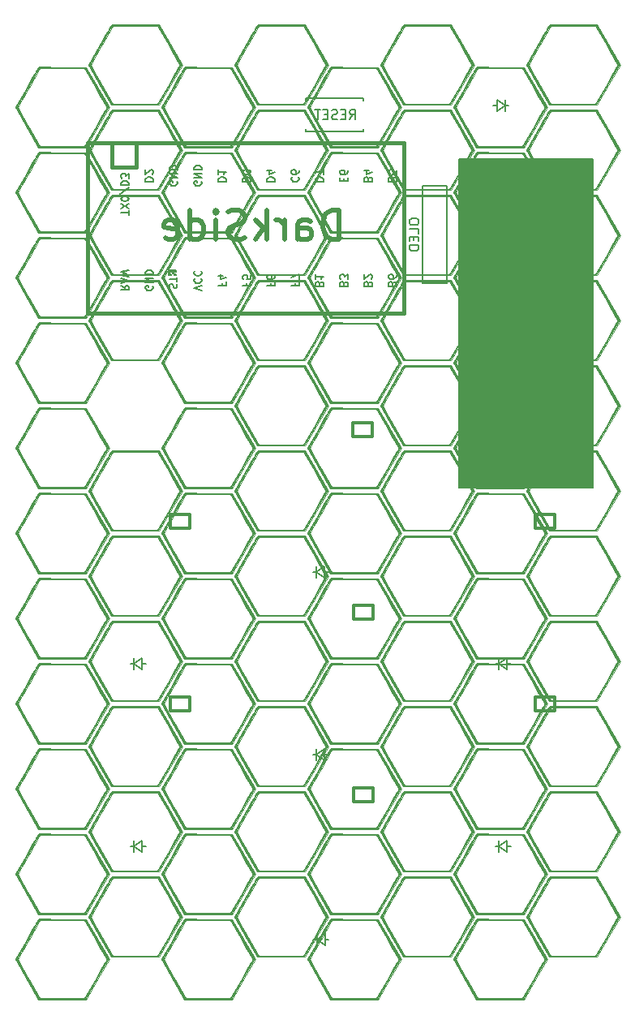
<source format=gbo>
G04 #@! TF.GenerationSoftware,KiCad,Pcbnew,5.0.2-bee76a0~70~ubuntu18.04.1*
G04 #@! TF.CreationDate,2019-05-23T01:45:31+09:00*
G04 #@! TF.ProjectId,meishi666,6d656973-6869-4363-9636-2e6b69636164,rev?*
G04 #@! TF.SameCoordinates,Original*
G04 #@! TF.FileFunction,Legend,Bot*
G04 #@! TF.FilePolarity,Positive*
%FSLAX46Y46*%
G04 Gerber Fmt 4.6, Leading zero omitted, Abs format (unit mm)*
G04 Created by KiCad (PCBNEW 5.0.2-bee76a0~70~ubuntu18.04.1) date 2019年05月23日 01時45分31秒*
%MOMM*%
%LPD*%
G01*
G04 APERTURE LIST*
%ADD10C,0.150000*%
%ADD11C,0.500000*%
%ADD12C,0.010000*%
%ADD13C,0.381000*%
%ADD14C,0.300000*%
G04 APERTURE END LIST*
D10*
G36*
X111005000Y-33620000D02*
X111005000Y-67910000D01*
X124975000Y-67910000D01*
X124975000Y-33620000D01*
X111005000Y-33620000D01*
G37*
X111005000Y-33620000D02*
X111005000Y-67910000D01*
X124975000Y-67910000D01*
X124975000Y-33620000D01*
X111005000Y-33620000D01*
D11*
X98486428Y-41962142D02*
X98486428Y-38962142D01*
X97772142Y-38962142D01*
X97343571Y-39105000D01*
X97057857Y-39390714D01*
X96915000Y-39676428D01*
X96772142Y-40247857D01*
X96772142Y-40676428D01*
X96915000Y-41247857D01*
X97057857Y-41533571D01*
X97343571Y-41819285D01*
X97772142Y-41962142D01*
X98486428Y-41962142D01*
X94200714Y-41962142D02*
X94200714Y-40390714D01*
X94343571Y-40105000D01*
X94629285Y-39962142D01*
X95200714Y-39962142D01*
X95486428Y-40105000D01*
X94200714Y-41819285D02*
X94486428Y-41962142D01*
X95200714Y-41962142D01*
X95486428Y-41819285D01*
X95629285Y-41533571D01*
X95629285Y-41247857D01*
X95486428Y-40962142D01*
X95200714Y-40819285D01*
X94486428Y-40819285D01*
X94200714Y-40676428D01*
X92772142Y-41962142D02*
X92772142Y-39962142D01*
X92772142Y-40533571D02*
X92629285Y-40247857D01*
X92486428Y-40105000D01*
X92200714Y-39962142D01*
X91915000Y-39962142D01*
X90915000Y-41962142D02*
X90915000Y-38962142D01*
X90629285Y-40819285D02*
X89772142Y-41962142D01*
X89772142Y-39962142D02*
X90915000Y-41105000D01*
X88629285Y-41819285D02*
X88200714Y-41962142D01*
X87486428Y-41962142D01*
X87200714Y-41819285D01*
X87057857Y-41676428D01*
X86915000Y-41390714D01*
X86915000Y-41105000D01*
X87057857Y-40819285D01*
X87200714Y-40676428D01*
X87486428Y-40533571D01*
X88057857Y-40390714D01*
X88343571Y-40247857D01*
X88486428Y-40105000D01*
X88629285Y-39819285D01*
X88629285Y-39533571D01*
X88486428Y-39247857D01*
X88343571Y-39105000D01*
X88057857Y-38962142D01*
X87343571Y-38962142D01*
X86915000Y-39105000D01*
X85629285Y-41962142D02*
X85629285Y-39962142D01*
X85629285Y-38962142D02*
X85772142Y-39105000D01*
X85629285Y-39247857D01*
X85486428Y-39105000D01*
X85629285Y-38962142D01*
X85629285Y-39247857D01*
X82915000Y-41962142D02*
X82915000Y-38962142D01*
X82915000Y-41819285D02*
X83200714Y-41962142D01*
X83772142Y-41962142D01*
X84057857Y-41819285D01*
X84200714Y-41676428D01*
X84343571Y-41390714D01*
X84343571Y-40533571D01*
X84200714Y-40247857D01*
X84057857Y-40105000D01*
X83772142Y-39962142D01*
X83200714Y-39962142D01*
X82915000Y-40105000D01*
X80343571Y-41819285D02*
X80629285Y-41962142D01*
X81200714Y-41962142D01*
X81486428Y-41819285D01*
X81629285Y-41533571D01*
X81629285Y-40390714D01*
X81486428Y-40105000D01*
X81200714Y-39962142D01*
X80629285Y-39962142D01*
X80343571Y-40105000D01*
X80200714Y-40390714D01*
X80200714Y-40676428D01*
X81629285Y-40962142D01*
D12*
G04 #@! TO.C,G\002A\002A\002A*
G36*
X73283964Y-39191798D02*
X74498173Y-37096298D01*
X72069833Y-32905298D01*
X69601840Y-32882857D01*
X67133846Y-32860416D01*
X67013445Y-33052190D01*
X66939585Y-33175711D01*
X66793967Y-33424200D01*
X66589263Y-33775847D01*
X66338149Y-34208837D01*
X66053297Y-34701360D01*
X65783111Y-35169610D01*
X64673178Y-37095255D01*
X64673780Y-37096298D01*
X64975603Y-37096298D01*
X65016558Y-36991673D01*
X65132009Y-36761446D01*
X65310835Y-36426112D01*
X65541916Y-36006163D01*
X65814133Y-35522094D01*
X66112667Y-35000798D01*
X67249730Y-33032298D01*
X71916605Y-33032298D01*
X73054248Y-34997418D01*
X73356579Y-35524424D01*
X73628689Y-36007913D01*
X73859428Y-36427322D01*
X74037641Y-36762088D01*
X74152176Y-36991649D01*
X74191892Y-37094856D01*
X74150945Y-37200967D01*
X74035523Y-37432603D01*
X73856753Y-37769185D01*
X73625765Y-38190137D01*
X73353684Y-38674879D01*
X73056891Y-39193736D01*
X71921890Y-41160298D01*
X67249730Y-41160298D01*
X66112667Y-39191798D01*
X65810725Y-38664497D01*
X65538929Y-38181065D01*
X65308399Y-37761996D01*
X65130255Y-37427782D01*
X65015619Y-37198917D01*
X64975603Y-37096298D01*
X64673780Y-37096298D01*
X65884634Y-39191277D01*
X67096090Y-41287298D01*
X72069754Y-41287298D01*
X73283964Y-39191798D01*
X73283964Y-39191798D01*
G37*
X73283964Y-39191798D02*
X74498173Y-37096298D01*
X72069833Y-32905298D01*
X69601840Y-32882857D01*
X67133846Y-32860416D01*
X67013445Y-33052190D01*
X66939585Y-33175711D01*
X66793967Y-33424200D01*
X66589263Y-33775847D01*
X66338149Y-34208837D01*
X66053297Y-34701360D01*
X65783111Y-35169610D01*
X64673178Y-37095255D01*
X64673780Y-37096298D01*
X64975603Y-37096298D01*
X65016558Y-36991673D01*
X65132009Y-36761446D01*
X65310835Y-36426112D01*
X65541916Y-36006163D01*
X65814133Y-35522094D01*
X66112667Y-35000798D01*
X67249730Y-33032298D01*
X71916605Y-33032298D01*
X73054248Y-34997418D01*
X73356579Y-35524424D01*
X73628689Y-36007913D01*
X73859428Y-36427322D01*
X74037641Y-36762088D01*
X74152176Y-36991649D01*
X74191892Y-37094856D01*
X74150945Y-37200967D01*
X74035523Y-37432603D01*
X73856753Y-37769185D01*
X73625765Y-38190137D01*
X73353684Y-38674879D01*
X73056891Y-39193736D01*
X71921890Y-41160298D01*
X67249730Y-41160298D01*
X66112667Y-39191798D01*
X65810725Y-38664497D01*
X65538929Y-38181065D01*
X65308399Y-37761996D01*
X65130255Y-37427782D01*
X65015619Y-37198917D01*
X64975603Y-37096298D01*
X64673780Y-37096298D01*
X65884634Y-39191277D01*
X67096090Y-41287298D01*
X72069754Y-41287298D01*
X73283964Y-39191798D01*
G36*
X73283964Y-119201798D02*
X74498173Y-117106298D01*
X72069833Y-112915298D01*
X69601840Y-112892857D01*
X67133846Y-112870416D01*
X67013445Y-113062190D01*
X66939585Y-113185711D01*
X66793967Y-113434200D01*
X66589263Y-113785847D01*
X66338149Y-114218837D01*
X66053297Y-114711360D01*
X65783111Y-115179610D01*
X64673178Y-117105255D01*
X64673780Y-117106298D01*
X64975603Y-117106298D01*
X65016558Y-117001673D01*
X65132009Y-116771446D01*
X65310835Y-116436112D01*
X65541916Y-116016163D01*
X65814133Y-115532094D01*
X66112667Y-115010798D01*
X67249730Y-113042298D01*
X71916605Y-113042298D01*
X73054248Y-115007418D01*
X73356579Y-115534424D01*
X73628689Y-116017913D01*
X73859428Y-116437322D01*
X74037641Y-116772088D01*
X74152176Y-117001649D01*
X74191892Y-117104856D01*
X74150945Y-117210967D01*
X74035523Y-117442603D01*
X73856753Y-117779185D01*
X73625765Y-118200137D01*
X73353684Y-118684879D01*
X73056891Y-119203736D01*
X71921890Y-121170298D01*
X67249730Y-121170298D01*
X66112667Y-119201798D01*
X65810725Y-118674497D01*
X65538929Y-118191065D01*
X65308399Y-117771996D01*
X65130255Y-117437782D01*
X65015619Y-117208917D01*
X64975603Y-117106298D01*
X64673780Y-117106298D01*
X65884634Y-119201277D01*
X67096090Y-121297298D01*
X72069754Y-121297298D01*
X73283964Y-119201798D01*
X73283964Y-119201798D01*
G37*
X73283964Y-119201798D02*
X74498173Y-117106298D01*
X72069833Y-112915298D01*
X69601840Y-112892857D01*
X67133846Y-112870416D01*
X67013445Y-113062190D01*
X66939585Y-113185711D01*
X66793967Y-113434200D01*
X66589263Y-113785847D01*
X66338149Y-114218837D01*
X66053297Y-114711360D01*
X65783111Y-115179610D01*
X64673178Y-117105255D01*
X64673780Y-117106298D01*
X64975603Y-117106298D01*
X65016558Y-117001673D01*
X65132009Y-116771446D01*
X65310835Y-116436112D01*
X65541916Y-116016163D01*
X65814133Y-115532094D01*
X66112667Y-115010798D01*
X67249730Y-113042298D01*
X71916605Y-113042298D01*
X73054248Y-115007418D01*
X73356579Y-115534424D01*
X73628689Y-116017913D01*
X73859428Y-116437322D01*
X74037641Y-116772088D01*
X74152176Y-117001649D01*
X74191892Y-117104856D01*
X74150945Y-117210967D01*
X74035523Y-117442603D01*
X73856753Y-117779185D01*
X73625765Y-118200137D01*
X73353684Y-118684879D01*
X73056891Y-119203736D01*
X71921890Y-121170298D01*
X67249730Y-121170298D01*
X66112667Y-119201798D01*
X65810725Y-118674497D01*
X65538929Y-118191065D01*
X65308399Y-117771996D01*
X65130255Y-117437782D01*
X65015619Y-117208917D01*
X64975603Y-117106298D01*
X64673780Y-117106298D01*
X65884634Y-119201277D01*
X67096090Y-121297298D01*
X72069754Y-121297298D01*
X73283964Y-119201798D01*
G36*
X73283964Y-92531798D02*
X74498173Y-90436298D01*
X72069833Y-86245298D01*
X69601840Y-86222857D01*
X67133846Y-86200416D01*
X67013445Y-86392190D01*
X66939585Y-86515711D01*
X66793967Y-86764200D01*
X66589263Y-87115847D01*
X66338149Y-87548837D01*
X66053297Y-88041360D01*
X65783111Y-88509610D01*
X64673178Y-90435255D01*
X64673780Y-90436298D01*
X64975603Y-90436298D01*
X65016558Y-90331673D01*
X65132009Y-90101446D01*
X65310835Y-89766112D01*
X65541916Y-89346163D01*
X65814133Y-88862094D01*
X66112667Y-88340798D01*
X67249730Y-86372298D01*
X71916605Y-86372298D01*
X73054248Y-88337418D01*
X73356579Y-88864424D01*
X73628689Y-89347913D01*
X73859428Y-89767322D01*
X74037641Y-90102088D01*
X74152176Y-90331649D01*
X74191892Y-90434856D01*
X74150945Y-90540967D01*
X74035523Y-90772603D01*
X73856753Y-91109185D01*
X73625765Y-91530137D01*
X73353684Y-92014879D01*
X73056891Y-92533736D01*
X71921890Y-94500298D01*
X67249730Y-94500298D01*
X66112667Y-92531798D01*
X65810725Y-92004497D01*
X65538929Y-91521065D01*
X65308399Y-91101996D01*
X65130255Y-90767782D01*
X65015619Y-90538917D01*
X64975603Y-90436298D01*
X64673780Y-90436298D01*
X65884634Y-92531277D01*
X67096090Y-94627298D01*
X72069754Y-94627298D01*
X73283964Y-92531798D01*
X73283964Y-92531798D01*
G37*
X73283964Y-92531798D02*
X74498173Y-90436298D01*
X72069833Y-86245298D01*
X69601840Y-86222857D01*
X67133846Y-86200416D01*
X67013445Y-86392190D01*
X66939585Y-86515711D01*
X66793967Y-86764200D01*
X66589263Y-87115847D01*
X66338149Y-87548837D01*
X66053297Y-88041360D01*
X65783111Y-88509610D01*
X64673178Y-90435255D01*
X64673780Y-90436298D01*
X64975603Y-90436298D01*
X65016558Y-90331673D01*
X65132009Y-90101446D01*
X65310835Y-89766112D01*
X65541916Y-89346163D01*
X65814133Y-88862094D01*
X66112667Y-88340798D01*
X67249730Y-86372298D01*
X71916605Y-86372298D01*
X73054248Y-88337418D01*
X73356579Y-88864424D01*
X73628689Y-89347913D01*
X73859428Y-89767322D01*
X74037641Y-90102088D01*
X74152176Y-90331649D01*
X74191892Y-90434856D01*
X74150945Y-90540967D01*
X74035523Y-90772603D01*
X73856753Y-91109185D01*
X73625765Y-91530137D01*
X73353684Y-92014879D01*
X73056891Y-92533736D01*
X71921890Y-94500298D01*
X67249730Y-94500298D01*
X66112667Y-92531798D01*
X65810725Y-92004497D01*
X65538929Y-91521065D01*
X65308399Y-91101996D01*
X65130255Y-90767782D01*
X65015619Y-90538917D01*
X64975603Y-90436298D01*
X64673780Y-90436298D01*
X65884634Y-92531277D01*
X67096090Y-94627298D01*
X72069754Y-94627298D01*
X73283964Y-92531798D01*
G36*
X73283964Y-48081798D02*
X74498173Y-45986298D01*
X72069833Y-41795298D01*
X69601840Y-41772857D01*
X67133846Y-41750416D01*
X67013445Y-41942190D01*
X66939585Y-42065711D01*
X66793967Y-42314200D01*
X66589263Y-42665847D01*
X66338149Y-43098837D01*
X66053297Y-43591360D01*
X65783111Y-44059610D01*
X64673178Y-45985255D01*
X64673780Y-45986298D01*
X64975603Y-45986298D01*
X65016558Y-45881673D01*
X65132009Y-45651446D01*
X65310835Y-45316112D01*
X65541916Y-44896163D01*
X65814133Y-44412094D01*
X66112667Y-43890798D01*
X67249730Y-41922298D01*
X71916605Y-41922298D01*
X73054248Y-43887418D01*
X73356579Y-44414424D01*
X73628689Y-44897913D01*
X73859428Y-45317322D01*
X74037641Y-45652088D01*
X74152176Y-45881649D01*
X74191892Y-45984856D01*
X74150945Y-46090967D01*
X74035523Y-46322603D01*
X73856753Y-46659185D01*
X73625765Y-47080137D01*
X73353684Y-47564879D01*
X73056891Y-48083736D01*
X71921890Y-50050298D01*
X67249730Y-50050298D01*
X66112667Y-48081798D01*
X65810725Y-47554497D01*
X65538929Y-47071065D01*
X65308399Y-46651996D01*
X65130255Y-46317782D01*
X65015619Y-46088917D01*
X64975603Y-45986298D01*
X64673780Y-45986298D01*
X65884634Y-48081277D01*
X67096090Y-50177298D01*
X72069754Y-50177298D01*
X73283964Y-48081798D01*
X73283964Y-48081798D01*
G37*
X73283964Y-48081798D02*
X74498173Y-45986298D01*
X72069833Y-41795298D01*
X69601840Y-41772857D01*
X67133846Y-41750416D01*
X67013445Y-41942190D01*
X66939585Y-42065711D01*
X66793967Y-42314200D01*
X66589263Y-42665847D01*
X66338149Y-43098837D01*
X66053297Y-43591360D01*
X65783111Y-44059610D01*
X64673178Y-45985255D01*
X64673780Y-45986298D01*
X64975603Y-45986298D01*
X65016558Y-45881673D01*
X65132009Y-45651446D01*
X65310835Y-45316112D01*
X65541916Y-44896163D01*
X65814133Y-44412094D01*
X66112667Y-43890798D01*
X67249730Y-41922298D01*
X71916605Y-41922298D01*
X73054248Y-43887418D01*
X73356579Y-44414424D01*
X73628689Y-44897913D01*
X73859428Y-45317322D01*
X74037641Y-45652088D01*
X74152176Y-45881649D01*
X74191892Y-45984856D01*
X74150945Y-46090967D01*
X74035523Y-46322603D01*
X73856753Y-46659185D01*
X73625765Y-47080137D01*
X73353684Y-47564879D01*
X73056891Y-48083736D01*
X71921890Y-50050298D01*
X67249730Y-50050298D01*
X66112667Y-48081798D01*
X65810725Y-47554497D01*
X65538929Y-47071065D01*
X65308399Y-46651996D01*
X65130255Y-46317782D01*
X65015619Y-46088917D01*
X64975603Y-45986298D01*
X64673780Y-45986298D01*
X65884634Y-48081277D01*
X67096090Y-50177298D01*
X72069754Y-50177298D01*
X73283964Y-48081798D01*
G36*
X73283964Y-65861798D02*
X74498173Y-63766298D01*
X72069833Y-59575298D01*
X69601840Y-59552857D01*
X67133846Y-59530416D01*
X67013445Y-59722190D01*
X66939585Y-59845711D01*
X66793967Y-60094200D01*
X66589263Y-60445847D01*
X66338149Y-60878837D01*
X66053297Y-61371360D01*
X65783111Y-61839610D01*
X64673178Y-63765255D01*
X64673780Y-63766298D01*
X64975603Y-63766298D01*
X65016558Y-63661673D01*
X65132009Y-63431446D01*
X65310835Y-63096112D01*
X65541916Y-62676163D01*
X65814133Y-62192094D01*
X66112667Y-61670798D01*
X67249730Y-59702298D01*
X71916605Y-59702298D01*
X73054248Y-61667418D01*
X73356579Y-62194424D01*
X73628689Y-62677913D01*
X73859428Y-63097322D01*
X74037641Y-63432088D01*
X74152176Y-63661649D01*
X74191892Y-63764856D01*
X74150945Y-63870967D01*
X74035523Y-64102603D01*
X73856753Y-64439185D01*
X73625765Y-64860137D01*
X73353684Y-65344879D01*
X73056891Y-65863736D01*
X71921890Y-67830298D01*
X67249730Y-67830298D01*
X66112667Y-65861798D01*
X65810725Y-65334497D01*
X65538929Y-64851065D01*
X65308399Y-64431996D01*
X65130255Y-64097782D01*
X65015619Y-63868917D01*
X64975603Y-63766298D01*
X64673780Y-63766298D01*
X65884634Y-65861277D01*
X67096090Y-67957298D01*
X72069754Y-67957298D01*
X73283964Y-65861798D01*
X73283964Y-65861798D01*
G37*
X73283964Y-65861798D02*
X74498173Y-63766298D01*
X72069833Y-59575298D01*
X69601840Y-59552857D01*
X67133846Y-59530416D01*
X67013445Y-59722190D01*
X66939585Y-59845711D01*
X66793967Y-60094200D01*
X66589263Y-60445847D01*
X66338149Y-60878837D01*
X66053297Y-61371360D01*
X65783111Y-61839610D01*
X64673178Y-63765255D01*
X64673780Y-63766298D01*
X64975603Y-63766298D01*
X65016558Y-63661673D01*
X65132009Y-63431446D01*
X65310835Y-63096112D01*
X65541916Y-62676163D01*
X65814133Y-62192094D01*
X66112667Y-61670798D01*
X67249730Y-59702298D01*
X71916605Y-59702298D01*
X73054248Y-61667418D01*
X73356579Y-62194424D01*
X73628689Y-62677913D01*
X73859428Y-63097322D01*
X74037641Y-63432088D01*
X74152176Y-63661649D01*
X74191892Y-63764856D01*
X74150945Y-63870967D01*
X74035523Y-64102603D01*
X73856753Y-64439185D01*
X73625765Y-64860137D01*
X73353684Y-65344879D01*
X73056891Y-65863736D01*
X71921890Y-67830298D01*
X67249730Y-67830298D01*
X66112667Y-65861798D01*
X65810725Y-65334497D01*
X65538929Y-64851065D01*
X65308399Y-64431996D01*
X65130255Y-64097782D01*
X65015619Y-63868917D01*
X64975603Y-63766298D01*
X64673780Y-63766298D01*
X65884634Y-65861277D01*
X67096090Y-67957298D01*
X72069754Y-67957298D01*
X73283964Y-65861798D01*
G36*
X73283964Y-56971798D02*
X74498173Y-54876298D01*
X72069833Y-50685298D01*
X69601840Y-50662857D01*
X67133846Y-50640416D01*
X67013445Y-50832190D01*
X66939585Y-50955711D01*
X66793967Y-51204200D01*
X66589263Y-51555847D01*
X66338149Y-51988837D01*
X66053297Y-52481360D01*
X65783111Y-52949610D01*
X64673178Y-54875255D01*
X64673780Y-54876298D01*
X64975603Y-54876298D01*
X65016558Y-54771673D01*
X65132009Y-54541446D01*
X65310835Y-54206112D01*
X65541916Y-53786163D01*
X65814133Y-53302094D01*
X66112667Y-52780798D01*
X67249730Y-50812298D01*
X71916605Y-50812298D01*
X73054248Y-52777418D01*
X73356579Y-53304424D01*
X73628689Y-53787913D01*
X73859428Y-54207322D01*
X74037641Y-54542088D01*
X74152176Y-54771649D01*
X74191892Y-54874856D01*
X74150945Y-54980967D01*
X74035523Y-55212603D01*
X73856753Y-55549185D01*
X73625765Y-55970137D01*
X73353684Y-56454879D01*
X73056891Y-56973736D01*
X71921890Y-58940298D01*
X67249730Y-58940298D01*
X66112667Y-56971798D01*
X65810725Y-56444497D01*
X65538929Y-55961065D01*
X65308399Y-55541996D01*
X65130255Y-55207782D01*
X65015619Y-54978917D01*
X64975603Y-54876298D01*
X64673780Y-54876298D01*
X65884634Y-56971277D01*
X67096090Y-59067298D01*
X72069754Y-59067298D01*
X73283964Y-56971798D01*
X73283964Y-56971798D01*
G37*
X73283964Y-56971798D02*
X74498173Y-54876298D01*
X72069833Y-50685298D01*
X69601840Y-50662857D01*
X67133846Y-50640416D01*
X67013445Y-50832190D01*
X66939585Y-50955711D01*
X66793967Y-51204200D01*
X66589263Y-51555847D01*
X66338149Y-51988837D01*
X66053297Y-52481360D01*
X65783111Y-52949610D01*
X64673178Y-54875255D01*
X64673780Y-54876298D01*
X64975603Y-54876298D01*
X65016558Y-54771673D01*
X65132009Y-54541446D01*
X65310835Y-54206112D01*
X65541916Y-53786163D01*
X65814133Y-53302094D01*
X66112667Y-52780798D01*
X67249730Y-50812298D01*
X71916605Y-50812298D01*
X73054248Y-52777418D01*
X73356579Y-53304424D01*
X73628689Y-53787913D01*
X73859428Y-54207322D01*
X74037641Y-54542088D01*
X74152176Y-54771649D01*
X74191892Y-54874856D01*
X74150945Y-54980967D01*
X74035523Y-55212603D01*
X73856753Y-55549185D01*
X73625765Y-55970137D01*
X73353684Y-56454879D01*
X73056891Y-56973736D01*
X71921890Y-58940298D01*
X67249730Y-58940298D01*
X66112667Y-56971798D01*
X65810725Y-56444497D01*
X65538929Y-55961065D01*
X65308399Y-55541996D01*
X65130255Y-55207782D01*
X65015619Y-54978917D01*
X64975603Y-54876298D01*
X64673780Y-54876298D01*
X65884634Y-56971277D01*
X67096090Y-59067298D01*
X72069754Y-59067298D01*
X73283964Y-56971798D01*
G36*
X73283964Y-101421798D02*
X74498173Y-99326298D01*
X72069833Y-95135298D01*
X69601840Y-95112857D01*
X67133846Y-95090416D01*
X67013445Y-95282190D01*
X66939585Y-95405711D01*
X66793967Y-95654200D01*
X66589263Y-96005847D01*
X66338149Y-96438837D01*
X66053297Y-96931360D01*
X65783111Y-97399610D01*
X64673178Y-99325255D01*
X64673780Y-99326298D01*
X64975603Y-99326298D01*
X65016558Y-99221673D01*
X65132009Y-98991446D01*
X65310835Y-98656112D01*
X65541916Y-98236163D01*
X65814133Y-97752094D01*
X66112667Y-97230798D01*
X67249730Y-95262298D01*
X71916605Y-95262298D01*
X73054248Y-97227418D01*
X73356579Y-97754424D01*
X73628689Y-98237913D01*
X73859428Y-98657322D01*
X74037641Y-98992088D01*
X74152176Y-99221649D01*
X74191892Y-99324856D01*
X74150945Y-99430967D01*
X74035523Y-99662603D01*
X73856753Y-99999185D01*
X73625765Y-100420137D01*
X73353684Y-100904879D01*
X73056891Y-101423736D01*
X71921890Y-103390298D01*
X67249730Y-103390298D01*
X66112667Y-101421798D01*
X65810725Y-100894497D01*
X65538929Y-100411065D01*
X65308399Y-99991996D01*
X65130255Y-99657782D01*
X65015619Y-99428917D01*
X64975603Y-99326298D01*
X64673780Y-99326298D01*
X65884634Y-101421277D01*
X67096090Y-103517298D01*
X72069754Y-103517298D01*
X73283964Y-101421798D01*
X73283964Y-101421798D01*
G37*
X73283964Y-101421798D02*
X74498173Y-99326298D01*
X72069833Y-95135298D01*
X69601840Y-95112857D01*
X67133846Y-95090416D01*
X67013445Y-95282190D01*
X66939585Y-95405711D01*
X66793967Y-95654200D01*
X66589263Y-96005847D01*
X66338149Y-96438837D01*
X66053297Y-96931360D01*
X65783111Y-97399610D01*
X64673178Y-99325255D01*
X64673780Y-99326298D01*
X64975603Y-99326298D01*
X65016558Y-99221673D01*
X65132009Y-98991446D01*
X65310835Y-98656112D01*
X65541916Y-98236163D01*
X65814133Y-97752094D01*
X66112667Y-97230798D01*
X67249730Y-95262298D01*
X71916605Y-95262298D01*
X73054248Y-97227418D01*
X73356579Y-97754424D01*
X73628689Y-98237913D01*
X73859428Y-98657322D01*
X74037641Y-98992088D01*
X74152176Y-99221649D01*
X74191892Y-99324856D01*
X74150945Y-99430967D01*
X74035523Y-99662603D01*
X73856753Y-99999185D01*
X73625765Y-100420137D01*
X73353684Y-100904879D01*
X73056891Y-101423736D01*
X71921890Y-103390298D01*
X67249730Y-103390298D01*
X66112667Y-101421798D01*
X65810725Y-100894497D01*
X65538929Y-100411065D01*
X65308399Y-99991996D01*
X65130255Y-99657782D01*
X65015619Y-99428917D01*
X64975603Y-99326298D01*
X64673780Y-99326298D01*
X65884634Y-101421277D01*
X67096090Y-103517298D01*
X72069754Y-103517298D01*
X73283964Y-101421798D01*
G36*
X73283964Y-74751798D02*
X74498173Y-72656298D01*
X72069833Y-68465298D01*
X69601840Y-68442857D01*
X67133846Y-68420416D01*
X67013445Y-68612190D01*
X66939585Y-68735711D01*
X66793967Y-68984200D01*
X66589263Y-69335847D01*
X66338149Y-69768837D01*
X66053297Y-70261360D01*
X65783111Y-70729610D01*
X64673178Y-72655255D01*
X64673780Y-72656298D01*
X64975603Y-72656298D01*
X65016558Y-72551673D01*
X65132009Y-72321446D01*
X65310835Y-71986112D01*
X65541916Y-71566163D01*
X65814133Y-71082094D01*
X66112667Y-70560798D01*
X67249730Y-68592298D01*
X71916605Y-68592298D01*
X73054248Y-70557418D01*
X73356579Y-71084424D01*
X73628689Y-71567913D01*
X73859428Y-71987322D01*
X74037641Y-72322088D01*
X74152176Y-72551649D01*
X74191892Y-72654856D01*
X74150945Y-72760967D01*
X74035523Y-72992603D01*
X73856753Y-73329185D01*
X73625765Y-73750137D01*
X73353684Y-74234879D01*
X73056891Y-74753736D01*
X71921890Y-76720298D01*
X67249730Y-76720298D01*
X66112667Y-74751798D01*
X65810725Y-74224497D01*
X65538929Y-73741065D01*
X65308399Y-73321996D01*
X65130255Y-72987782D01*
X65015619Y-72758917D01*
X64975603Y-72656298D01*
X64673780Y-72656298D01*
X65884634Y-74751277D01*
X67096090Y-76847298D01*
X72069754Y-76847298D01*
X73283964Y-74751798D01*
X73283964Y-74751798D01*
G37*
X73283964Y-74751798D02*
X74498173Y-72656298D01*
X72069833Y-68465298D01*
X69601840Y-68442857D01*
X67133846Y-68420416D01*
X67013445Y-68612190D01*
X66939585Y-68735711D01*
X66793967Y-68984200D01*
X66589263Y-69335847D01*
X66338149Y-69768837D01*
X66053297Y-70261360D01*
X65783111Y-70729610D01*
X64673178Y-72655255D01*
X64673780Y-72656298D01*
X64975603Y-72656298D01*
X65016558Y-72551673D01*
X65132009Y-72321446D01*
X65310835Y-71986112D01*
X65541916Y-71566163D01*
X65814133Y-71082094D01*
X66112667Y-70560798D01*
X67249730Y-68592298D01*
X71916605Y-68592298D01*
X73054248Y-70557418D01*
X73356579Y-71084424D01*
X73628689Y-71567913D01*
X73859428Y-71987322D01*
X74037641Y-72322088D01*
X74152176Y-72551649D01*
X74191892Y-72654856D01*
X74150945Y-72760967D01*
X74035523Y-72992603D01*
X73856753Y-73329185D01*
X73625765Y-73750137D01*
X73353684Y-74234879D01*
X73056891Y-74753736D01*
X71921890Y-76720298D01*
X67249730Y-76720298D01*
X66112667Y-74751798D01*
X65810725Y-74224497D01*
X65538929Y-73741065D01*
X65308399Y-73321996D01*
X65130255Y-72987782D01*
X65015619Y-72758917D01*
X64975603Y-72656298D01*
X64673780Y-72656298D01*
X65884634Y-74751277D01*
X67096090Y-76847298D01*
X72069754Y-76847298D01*
X73283964Y-74751798D01*
G36*
X73283964Y-30301798D02*
X74498173Y-28206298D01*
X72069833Y-24015298D01*
X69601840Y-23992857D01*
X67133846Y-23970416D01*
X67013445Y-24162190D01*
X66939585Y-24285711D01*
X66793967Y-24534200D01*
X66589263Y-24885847D01*
X66338149Y-25318837D01*
X66053297Y-25811360D01*
X65783111Y-26279610D01*
X64673178Y-28205255D01*
X64673780Y-28206298D01*
X64975603Y-28206298D01*
X65016558Y-28101673D01*
X65132009Y-27871446D01*
X65310835Y-27536112D01*
X65541916Y-27116163D01*
X65814133Y-26632094D01*
X66112667Y-26110798D01*
X67249730Y-24142298D01*
X71916605Y-24142298D01*
X73054248Y-26107418D01*
X73356579Y-26634424D01*
X73628689Y-27117913D01*
X73859428Y-27537322D01*
X74037641Y-27872088D01*
X74152176Y-28101649D01*
X74191892Y-28204856D01*
X74150945Y-28310967D01*
X74035523Y-28542603D01*
X73856753Y-28879185D01*
X73625765Y-29300137D01*
X73353684Y-29784879D01*
X73056891Y-30303736D01*
X71921890Y-32270298D01*
X67249730Y-32270298D01*
X66112667Y-30301798D01*
X65810725Y-29774497D01*
X65538929Y-29291065D01*
X65308399Y-28871996D01*
X65130255Y-28537782D01*
X65015619Y-28308917D01*
X64975603Y-28206298D01*
X64673780Y-28206298D01*
X65884634Y-30301277D01*
X67096090Y-32397298D01*
X72069754Y-32397298D01*
X73283964Y-30301798D01*
X73283964Y-30301798D01*
G37*
X73283964Y-30301798D02*
X74498173Y-28206298D01*
X72069833Y-24015298D01*
X69601840Y-23992857D01*
X67133846Y-23970416D01*
X67013445Y-24162190D01*
X66939585Y-24285711D01*
X66793967Y-24534200D01*
X66589263Y-24885847D01*
X66338149Y-25318837D01*
X66053297Y-25811360D01*
X65783111Y-26279610D01*
X64673178Y-28205255D01*
X64673780Y-28206298D01*
X64975603Y-28206298D01*
X65016558Y-28101673D01*
X65132009Y-27871446D01*
X65310835Y-27536112D01*
X65541916Y-27116163D01*
X65814133Y-26632094D01*
X66112667Y-26110798D01*
X67249730Y-24142298D01*
X71916605Y-24142298D01*
X73054248Y-26107418D01*
X73356579Y-26634424D01*
X73628689Y-27117913D01*
X73859428Y-27537322D01*
X74037641Y-27872088D01*
X74152176Y-28101649D01*
X74191892Y-28204856D01*
X74150945Y-28310967D01*
X74035523Y-28542603D01*
X73856753Y-28879185D01*
X73625765Y-29300137D01*
X73353684Y-29784879D01*
X73056891Y-30303736D01*
X71921890Y-32270298D01*
X67249730Y-32270298D01*
X66112667Y-30301798D01*
X65810725Y-29774497D01*
X65538929Y-29291065D01*
X65308399Y-28871996D01*
X65130255Y-28537782D01*
X65015619Y-28308917D01*
X64975603Y-28206298D01*
X64673780Y-28206298D01*
X65884634Y-30301277D01*
X67096090Y-32397298D01*
X72069754Y-32397298D01*
X73283964Y-30301798D01*
G36*
X73283964Y-110311798D02*
X74498173Y-108216298D01*
X72069833Y-104025298D01*
X69601840Y-104002857D01*
X67133846Y-103980416D01*
X67013445Y-104172190D01*
X66939585Y-104295711D01*
X66793967Y-104544200D01*
X66589263Y-104895847D01*
X66338149Y-105328837D01*
X66053297Y-105821360D01*
X65783111Y-106289610D01*
X64673178Y-108215255D01*
X64673780Y-108216298D01*
X64975603Y-108216298D01*
X65016558Y-108111673D01*
X65132009Y-107881446D01*
X65310835Y-107546112D01*
X65541916Y-107126163D01*
X65814133Y-106642094D01*
X66112667Y-106120798D01*
X67249730Y-104152298D01*
X71916605Y-104152298D01*
X73054248Y-106117418D01*
X73356579Y-106644424D01*
X73628689Y-107127913D01*
X73859428Y-107547322D01*
X74037641Y-107882088D01*
X74152176Y-108111649D01*
X74191892Y-108214856D01*
X74150945Y-108320967D01*
X74035523Y-108552603D01*
X73856753Y-108889185D01*
X73625765Y-109310137D01*
X73353684Y-109794879D01*
X73056891Y-110313736D01*
X71921890Y-112280298D01*
X67249730Y-112280298D01*
X66112667Y-110311798D01*
X65810725Y-109784497D01*
X65538929Y-109301065D01*
X65308399Y-108881996D01*
X65130255Y-108547782D01*
X65015619Y-108318917D01*
X64975603Y-108216298D01*
X64673780Y-108216298D01*
X65884634Y-110311277D01*
X67096090Y-112407298D01*
X72069754Y-112407298D01*
X73283964Y-110311798D01*
X73283964Y-110311798D01*
G37*
X73283964Y-110311798D02*
X74498173Y-108216298D01*
X72069833Y-104025298D01*
X69601840Y-104002857D01*
X67133846Y-103980416D01*
X67013445Y-104172190D01*
X66939585Y-104295711D01*
X66793967Y-104544200D01*
X66589263Y-104895847D01*
X66338149Y-105328837D01*
X66053297Y-105821360D01*
X65783111Y-106289610D01*
X64673178Y-108215255D01*
X64673780Y-108216298D01*
X64975603Y-108216298D01*
X65016558Y-108111673D01*
X65132009Y-107881446D01*
X65310835Y-107546112D01*
X65541916Y-107126163D01*
X65814133Y-106642094D01*
X66112667Y-106120798D01*
X67249730Y-104152298D01*
X71916605Y-104152298D01*
X73054248Y-106117418D01*
X73356579Y-106644424D01*
X73628689Y-107127913D01*
X73859428Y-107547322D01*
X74037641Y-107882088D01*
X74152176Y-108111649D01*
X74191892Y-108214856D01*
X74150945Y-108320967D01*
X74035523Y-108552603D01*
X73856753Y-108889185D01*
X73625765Y-109310137D01*
X73353684Y-109794879D01*
X73056891Y-110313736D01*
X71921890Y-112280298D01*
X67249730Y-112280298D01*
X66112667Y-110311798D01*
X65810725Y-109784497D01*
X65538929Y-109301065D01*
X65308399Y-108881996D01*
X65130255Y-108547782D01*
X65015619Y-108318917D01*
X64975603Y-108216298D01*
X64673780Y-108216298D01*
X65884634Y-110311277D01*
X67096090Y-112407298D01*
X72069754Y-112407298D01*
X73283964Y-110311798D01*
G36*
X73283964Y-83641798D02*
X74498173Y-81546298D01*
X72069833Y-77355298D01*
X69601840Y-77332857D01*
X67133846Y-77310416D01*
X67013445Y-77502190D01*
X66939585Y-77625711D01*
X66793967Y-77874200D01*
X66589263Y-78225847D01*
X66338149Y-78658837D01*
X66053297Y-79151360D01*
X65783111Y-79619610D01*
X64673178Y-81545255D01*
X64673780Y-81546298D01*
X64975603Y-81546298D01*
X65016558Y-81441673D01*
X65132009Y-81211446D01*
X65310835Y-80876112D01*
X65541916Y-80456163D01*
X65814133Y-79972094D01*
X66112667Y-79450798D01*
X67249730Y-77482298D01*
X71916605Y-77482298D01*
X73054248Y-79447418D01*
X73356579Y-79974424D01*
X73628689Y-80457913D01*
X73859428Y-80877322D01*
X74037641Y-81212088D01*
X74152176Y-81441649D01*
X74191892Y-81544856D01*
X74150945Y-81650967D01*
X74035523Y-81882603D01*
X73856753Y-82219185D01*
X73625765Y-82640137D01*
X73353684Y-83124879D01*
X73056891Y-83643736D01*
X71921890Y-85610298D01*
X67249730Y-85610298D01*
X66112667Y-83641798D01*
X65810725Y-83114497D01*
X65538929Y-82631065D01*
X65308399Y-82211996D01*
X65130255Y-81877782D01*
X65015619Y-81648917D01*
X64975603Y-81546298D01*
X64673780Y-81546298D01*
X65884634Y-83641277D01*
X67096090Y-85737298D01*
X72069754Y-85737298D01*
X73283964Y-83641798D01*
X73283964Y-83641798D01*
G37*
X73283964Y-83641798D02*
X74498173Y-81546298D01*
X72069833Y-77355298D01*
X69601840Y-77332857D01*
X67133846Y-77310416D01*
X67013445Y-77502190D01*
X66939585Y-77625711D01*
X66793967Y-77874200D01*
X66589263Y-78225847D01*
X66338149Y-78658837D01*
X66053297Y-79151360D01*
X65783111Y-79619610D01*
X64673178Y-81545255D01*
X64673780Y-81546298D01*
X64975603Y-81546298D01*
X65016558Y-81441673D01*
X65132009Y-81211446D01*
X65310835Y-80876112D01*
X65541916Y-80456163D01*
X65814133Y-79972094D01*
X66112667Y-79450798D01*
X67249730Y-77482298D01*
X71916605Y-77482298D01*
X73054248Y-79447418D01*
X73356579Y-79974424D01*
X73628689Y-80457913D01*
X73859428Y-80877322D01*
X74037641Y-81212088D01*
X74152176Y-81441649D01*
X74191892Y-81544856D01*
X74150945Y-81650967D01*
X74035523Y-81882603D01*
X73856753Y-82219185D01*
X73625765Y-82640137D01*
X73353684Y-83124879D01*
X73056891Y-83643736D01*
X71921890Y-85610298D01*
X67249730Y-85610298D01*
X66112667Y-83641798D01*
X65810725Y-83114497D01*
X65538929Y-82631065D01*
X65308399Y-82211996D01*
X65130255Y-81877782D01*
X65015619Y-81648917D01*
X64975603Y-81546298D01*
X64673780Y-81546298D01*
X65884634Y-83641277D01*
X67096090Y-85737298D01*
X72069754Y-85737298D01*
X73283964Y-83641798D01*
G36*
X80903964Y-34746798D02*
X82118173Y-32651298D01*
X79689833Y-28460298D01*
X77221840Y-28437857D01*
X74753846Y-28415416D01*
X74633445Y-28607190D01*
X74559585Y-28730711D01*
X74413967Y-28979200D01*
X74209263Y-29330847D01*
X73958149Y-29763837D01*
X73673297Y-30256360D01*
X73403111Y-30724610D01*
X72293178Y-32650255D01*
X72293780Y-32651298D01*
X72595603Y-32651298D01*
X72636558Y-32546673D01*
X72752009Y-32316446D01*
X72930835Y-31981112D01*
X73161916Y-31561163D01*
X73434133Y-31077094D01*
X73732667Y-30555798D01*
X74869730Y-28587298D01*
X79536605Y-28587298D01*
X80674248Y-30552418D01*
X80976579Y-31079424D01*
X81248689Y-31562913D01*
X81479428Y-31982322D01*
X81657641Y-32317088D01*
X81772176Y-32546649D01*
X81811892Y-32649856D01*
X81770945Y-32755967D01*
X81655523Y-32987603D01*
X81476753Y-33324185D01*
X81245765Y-33745137D01*
X80973684Y-34229879D01*
X80676891Y-34748736D01*
X79541890Y-36715298D01*
X74869730Y-36715298D01*
X73732667Y-34746798D01*
X73430725Y-34219497D01*
X73158929Y-33736065D01*
X72928399Y-33316996D01*
X72750255Y-32982782D01*
X72635619Y-32753917D01*
X72595603Y-32651298D01*
X72293780Y-32651298D01*
X73504634Y-34746277D01*
X74716090Y-36842298D01*
X79689754Y-36842298D01*
X80903964Y-34746798D01*
X80903964Y-34746798D01*
G37*
X80903964Y-34746798D02*
X82118173Y-32651298D01*
X79689833Y-28460298D01*
X77221840Y-28437857D01*
X74753846Y-28415416D01*
X74633445Y-28607190D01*
X74559585Y-28730711D01*
X74413967Y-28979200D01*
X74209263Y-29330847D01*
X73958149Y-29763837D01*
X73673297Y-30256360D01*
X73403111Y-30724610D01*
X72293178Y-32650255D01*
X72293780Y-32651298D01*
X72595603Y-32651298D01*
X72636558Y-32546673D01*
X72752009Y-32316446D01*
X72930835Y-31981112D01*
X73161916Y-31561163D01*
X73434133Y-31077094D01*
X73732667Y-30555798D01*
X74869730Y-28587298D01*
X79536605Y-28587298D01*
X80674248Y-30552418D01*
X80976579Y-31079424D01*
X81248689Y-31562913D01*
X81479428Y-31982322D01*
X81657641Y-32317088D01*
X81772176Y-32546649D01*
X81811892Y-32649856D01*
X81770945Y-32755967D01*
X81655523Y-32987603D01*
X81476753Y-33324185D01*
X81245765Y-33745137D01*
X80973684Y-34229879D01*
X80676891Y-34748736D01*
X79541890Y-36715298D01*
X74869730Y-36715298D01*
X73732667Y-34746798D01*
X73430725Y-34219497D01*
X73158929Y-33736065D01*
X72928399Y-33316996D01*
X72750255Y-32982782D01*
X72635619Y-32753917D01*
X72595603Y-32651298D01*
X72293780Y-32651298D01*
X73504634Y-34746277D01*
X74716090Y-36842298D01*
X79689754Y-36842298D01*
X80903964Y-34746798D01*
G36*
X80903964Y-114756798D02*
X82118173Y-112661298D01*
X79689833Y-108470298D01*
X77221840Y-108447857D01*
X74753846Y-108425416D01*
X74633445Y-108617190D01*
X74559585Y-108740711D01*
X74413967Y-108989200D01*
X74209263Y-109340847D01*
X73958149Y-109773837D01*
X73673297Y-110266360D01*
X73403111Y-110734610D01*
X72293178Y-112660255D01*
X72293780Y-112661298D01*
X72595603Y-112661298D01*
X72636558Y-112556673D01*
X72752009Y-112326446D01*
X72930835Y-111991112D01*
X73161916Y-111571163D01*
X73434133Y-111087094D01*
X73732667Y-110565798D01*
X74869730Y-108597298D01*
X79536605Y-108597298D01*
X80674248Y-110562418D01*
X80976579Y-111089424D01*
X81248689Y-111572913D01*
X81479428Y-111992322D01*
X81657641Y-112327088D01*
X81772176Y-112556649D01*
X81811892Y-112659856D01*
X81770945Y-112765967D01*
X81655523Y-112997603D01*
X81476753Y-113334185D01*
X81245765Y-113755137D01*
X80973684Y-114239879D01*
X80676891Y-114758736D01*
X79541890Y-116725298D01*
X74869730Y-116725298D01*
X73732667Y-114756798D01*
X73430725Y-114229497D01*
X73158929Y-113746065D01*
X72928399Y-113326996D01*
X72750255Y-112992782D01*
X72635619Y-112763917D01*
X72595603Y-112661298D01*
X72293780Y-112661298D01*
X73504634Y-114756277D01*
X74716090Y-116852298D01*
X79689754Y-116852298D01*
X80903964Y-114756798D01*
X80903964Y-114756798D01*
G37*
X80903964Y-114756798D02*
X82118173Y-112661298D01*
X79689833Y-108470298D01*
X77221840Y-108447857D01*
X74753846Y-108425416D01*
X74633445Y-108617190D01*
X74559585Y-108740711D01*
X74413967Y-108989200D01*
X74209263Y-109340847D01*
X73958149Y-109773837D01*
X73673297Y-110266360D01*
X73403111Y-110734610D01*
X72293178Y-112660255D01*
X72293780Y-112661298D01*
X72595603Y-112661298D01*
X72636558Y-112556673D01*
X72752009Y-112326446D01*
X72930835Y-111991112D01*
X73161916Y-111571163D01*
X73434133Y-111087094D01*
X73732667Y-110565798D01*
X74869730Y-108597298D01*
X79536605Y-108597298D01*
X80674248Y-110562418D01*
X80976579Y-111089424D01*
X81248689Y-111572913D01*
X81479428Y-111992322D01*
X81657641Y-112327088D01*
X81772176Y-112556649D01*
X81811892Y-112659856D01*
X81770945Y-112765967D01*
X81655523Y-112997603D01*
X81476753Y-113334185D01*
X81245765Y-113755137D01*
X80973684Y-114239879D01*
X80676891Y-114758736D01*
X79541890Y-116725298D01*
X74869730Y-116725298D01*
X73732667Y-114756798D01*
X73430725Y-114229497D01*
X73158929Y-113746065D01*
X72928399Y-113326996D01*
X72750255Y-112992782D01*
X72635619Y-112763917D01*
X72595603Y-112661298D01*
X72293780Y-112661298D01*
X73504634Y-114756277D01*
X74716090Y-116852298D01*
X79689754Y-116852298D01*
X80903964Y-114756798D01*
G36*
X80903964Y-88086798D02*
X82118173Y-85991298D01*
X79689833Y-81800298D01*
X77221840Y-81777857D01*
X74753846Y-81755416D01*
X74633445Y-81947190D01*
X74559585Y-82070711D01*
X74413967Y-82319200D01*
X74209263Y-82670847D01*
X73958149Y-83103837D01*
X73673297Y-83596360D01*
X73403111Y-84064610D01*
X72293178Y-85990255D01*
X72293780Y-85991298D01*
X72595603Y-85991298D01*
X72636558Y-85886673D01*
X72752009Y-85656446D01*
X72930835Y-85321112D01*
X73161916Y-84901163D01*
X73434133Y-84417094D01*
X73732667Y-83895798D01*
X74869730Y-81927298D01*
X79536605Y-81927298D01*
X80674248Y-83892418D01*
X80976579Y-84419424D01*
X81248689Y-84902913D01*
X81479428Y-85322322D01*
X81657641Y-85657088D01*
X81772176Y-85886649D01*
X81811892Y-85989856D01*
X81770945Y-86095967D01*
X81655523Y-86327603D01*
X81476753Y-86664185D01*
X81245765Y-87085137D01*
X80973684Y-87569879D01*
X80676891Y-88088736D01*
X79541890Y-90055298D01*
X74869730Y-90055298D01*
X73732667Y-88086798D01*
X73430725Y-87559497D01*
X73158929Y-87076065D01*
X72928399Y-86656996D01*
X72750255Y-86322782D01*
X72635619Y-86093917D01*
X72595603Y-85991298D01*
X72293780Y-85991298D01*
X73504634Y-88086277D01*
X74716090Y-90182298D01*
X79689754Y-90182298D01*
X80903964Y-88086798D01*
X80903964Y-88086798D01*
G37*
X80903964Y-88086798D02*
X82118173Y-85991298D01*
X79689833Y-81800298D01*
X77221840Y-81777857D01*
X74753846Y-81755416D01*
X74633445Y-81947190D01*
X74559585Y-82070711D01*
X74413967Y-82319200D01*
X74209263Y-82670847D01*
X73958149Y-83103837D01*
X73673297Y-83596360D01*
X73403111Y-84064610D01*
X72293178Y-85990255D01*
X72293780Y-85991298D01*
X72595603Y-85991298D01*
X72636558Y-85886673D01*
X72752009Y-85656446D01*
X72930835Y-85321112D01*
X73161916Y-84901163D01*
X73434133Y-84417094D01*
X73732667Y-83895798D01*
X74869730Y-81927298D01*
X79536605Y-81927298D01*
X80674248Y-83892418D01*
X80976579Y-84419424D01*
X81248689Y-84902913D01*
X81479428Y-85322322D01*
X81657641Y-85657088D01*
X81772176Y-85886649D01*
X81811892Y-85989856D01*
X81770945Y-86095967D01*
X81655523Y-86327603D01*
X81476753Y-86664185D01*
X81245765Y-87085137D01*
X80973684Y-87569879D01*
X80676891Y-88088736D01*
X79541890Y-90055298D01*
X74869730Y-90055298D01*
X73732667Y-88086798D01*
X73430725Y-87559497D01*
X73158929Y-87076065D01*
X72928399Y-86656996D01*
X72750255Y-86322782D01*
X72635619Y-86093917D01*
X72595603Y-85991298D01*
X72293780Y-85991298D01*
X73504634Y-88086277D01*
X74716090Y-90182298D01*
X79689754Y-90182298D01*
X80903964Y-88086798D01*
G36*
X80903964Y-43636798D02*
X82118173Y-41541298D01*
X79689833Y-37350298D01*
X77221840Y-37327857D01*
X74753846Y-37305416D01*
X74633445Y-37497190D01*
X74559585Y-37620711D01*
X74413967Y-37869200D01*
X74209263Y-38220847D01*
X73958149Y-38653837D01*
X73673297Y-39146360D01*
X73403111Y-39614610D01*
X72293178Y-41540255D01*
X72293780Y-41541298D01*
X72595603Y-41541298D01*
X72636558Y-41436673D01*
X72752009Y-41206446D01*
X72930835Y-40871112D01*
X73161916Y-40451163D01*
X73434133Y-39967094D01*
X73732667Y-39445798D01*
X74869730Y-37477298D01*
X79536605Y-37477298D01*
X80674248Y-39442418D01*
X80976579Y-39969424D01*
X81248689Y-40452913D01*
X81479428Y-40872322D01*
X81657641Y-41207088D01*
X81772176Y-41436649D01*
X81811892Y-41539856D01*
X81770945Y-41645967D01*
X81655523Y-41877603D01*
X81476753Y-42214185D01*
X81245765Y-42635137D01*
X80973684Y-43119879D01*
X80676891Y-43638736D01*
X79541890Y-45605298D01*
X74869730Y-45605298D01*
X73732667Y-43636798D01*
X73430725Y-43109497D01*
X73158929Y-42626065D01*
X72928399Y-42206996D01*
X72750255Y-41872782D01*
X72635619Y-41643917D01*
X72595603Y-41541298D01*
X72293780Y-41541298D01*
X73504634Y-43636277D01*
X74716090Y-45732298D01*
X79689754Y-45732298D01*
X80903964Y-43636798D01*
X80903964Y-43636798D01*
G37*
X80903964Y-43636798D02*
X82118173Y-41541298D01*
X79689833Y-37350298D01*
X77221840Y-37327857D01*
X74753846Y-37305416D01*
X74633445Y-37497190D01*
X74559585Y-37620711D01*
X74413967Y-37869200D01*
X74209263Y-38220847D01*
X73958149Y-38653837D01*
X73673297Y-39146360D01*
X73403111Y-39614610D01*
X72293178Y-41540255D01*
X72293780Y-41541298D01*
X72595603Y-41541298D01*
X72636558Y-41436673D01*
X72752009Y-41206446D01*
X72930835Y-40871112D01*
X73161916Y-40451163D01*
X73434133Y-39967094D01*
X73732667Y-39445798D01*
X74869730Y-37477298D01*
X79536605Y-37477298D01*
X80674248Y-39442418D01*
X80976579Y-39969424D01*
X81248689Y-40452913D01*
X81479428Y-40872322D01*
X81657641Y-41207088D01*
X81772176Y-41436649D01*
X81811892Y-41539856D01*
X81770945Y-41645967D01*
X81655523Y-41877603D01*
X81476753Y-42214185D01*
X81245765Y-42635137D01*
X80973684Y-43119879D01*
X80676891Y-43638736D01*
X79541890Y-45605298D01*
X74869730Y-45605298D01*
X73732667Y-43636798D01*
X73430725Y-43109497D01*
X73158929Y-42626065D01*
X72928399Y-42206996D01*
X72750255Y-41872782D01*
X72635619Y-41643917D01*
X72595603Y-41541298D01*
X72293780Y-41541298D01*
X73504634Y-43636277D01*
X74716090Y-45732298D01*
X79689754Y-45732298D01*
X80903964Y-43636798D01*
G36*
X80903964Y-52526798D02*
X82118173Y-50431298D01*
X79689833Y-46240298D01*
X77221840Y-46217857D01*
X74753846Y-46195416D01*
X74633445Y-46387190D01*
X74559585Y-46510711D01*
X74413967Y-46759200D01*
X74209263Y-47110847D01*
X73958149Y-47543837D01*
X73673297Y-48036360D01*
X73403111Y-48504610D01*
X72293178Y-50430255D01*
X72293780Y-50431298D01*
X72595603Y-50431298D01*
X72636558Y-50326673D01*
X72752009Y-50096446D01*
X72930835Y-49761112D01*
X73161916Y-49341163D01*
X73434133Y-48857094D01*
X73732667Y-48335798D01*
X74869730Y-46367298D01*
X79536605Y-46367298D01*
X80674248Y-48332418D01*
X80976579Y-48859424D01*
X81248689Y-49342913D01*
X81479428Y-49762322D01*
X81657641Y-50097088D01*
X81772176Y-50326649D01*
X81811892Y-50429856D01*
X81770945Y-50535967D01*
X81655523Y-50767603D01*
X81476753Y-51104185D01*
X81245765Y-51525137D01*
X80973684Y-52009879D01*
X80676891Y-52528736D01*
X79541890Y-54495298D01*
X74869730Y-54495298D01*
X73732667Y-52526798D01*
X73430725Y-51999497D01*
X73158929Y-51516065D01*
X72928399Y-51096996D01*
X72750255Y-50762782D01*
X72635619Y-50533917D01*
X72595603Y-50431298D01*
X72293780Y-50431298D01*
X73504634Y-52526277D01*
X74716090Y-54622298D01*
X79689754Y-54622298D01*
X80903964Y-52526798D01*
X80903964Y-52526798D01*
G37*
X80903964Y-52526798D02*
X82118173Y-50431298D01*
X79689833Y-46240298D01*
X77221840Y-46217857D01*
X74753846Y-46195416D01*
X74633445Y-46387190D01*
X74559585Y-46510711D01*
X74413967Y-46759200D01*
X74209263Y-47110847D01*
X73958149Y-47543837D01*
X73673297Y-48036360D01*
X73403111Y-48504610D01*
X72293178Y-50430255D01*
X72293780Y-50431298D01*
X72595603Y-50431298D01*
X72636558Y-50326673D01*
X72752009Y-50096446D01*
X72930835Y-49761112D01*
X73161916Y-49341163D01*
X73434133Y-48857094D01*
X73732667Y-48335798D01*
X74869730Y-46367298D01*
X79536605Y-46367298D01*
X80674248Y-48332418D01*
X80976579Y-48859424D01*
X81248689Y-49342913D01*
X81479428Y-49762322D01*
X81657641Y-50097088D01*
X81772176Y-50326649D01*
X81811892Y-50429856D01*
X81770945Y-50535967D01*
X81655523Y-50767603D01*
X81476753Y-51104185D01*
X81245765Y-51525137D01*
X80973684Y-52009879D01*
X80676891Y-52528736D01*
X79541890Y-54495298D01*
X74869730Y-54495298D01*
X73732667Y-52526798D01*
X73430725Y-51999497D01*
X73158929Y-51516065D01*
X72928399Y-51096996D01*
X72750255Y-50762782D01*
X72635619Y-50533917D01*
X72595603Y-50431298D01*
X72293780Y-50431298D01*
X73504634Y-52526277D01*
X74716090Y-54622298D01*
X79689754Y-54622298D01*
X80903964Y-52526798D01*
G36*
X80903964Y-96976798D02*
X82118173Y-94881298D01*
X79689833Y-90690298D01*
X77221840Y-90667857D01*
X74753846Y-90645416D01*
X74633445Y-90837190D01*
X74559585Y-90960711D01*
X74413967Y-91209200D01*
X74209263Y-91560847D01*
X73958149Y-91993837D01*
X73673297Y-92486360D01*
X73403111Y-92954610D01*
X72293178Y-94880255D01*
X72293780Y-94881298D01*
X72595603Y-94881298D01*
X72636558Y-94776673D01*
X72752009Y-94546446D01*
X72930835Y-94211112D01*
X73161916Y-93791163D01*
X73434133Y-93307094D01*
X73732667Y-92785798D01*
X74869730Y-90817298D01*
X79536605Y-90817298D01*
X80674248Y-92782418D01*
X80976579Y-93309424D01*
X81248689Y-93792913D01*
X81479428Y-94212322D01*
X81657641Y-94547088D01*
X81772176Y-94776649D01*
X81811892Y-94879856D01*
X81770945Y-94985967D01*
X81655523Y-95217603D01*
X81476753Y-95554185D01*
X81245765Y-95975137D01*
X80973684Y-96459879D01*
X80676891Y-96978736D01*
X79541890Y-98945298D01*
X74869730Y-98945298D01*
X73732667Y-96976798D01*
X73430725Y-96449497D01*
X73158929Y-95966065D01*
X72928399Y-95546996D01*
X72750255Y-95212782D01*
X72635619Y-94983917D01*
X72595603Y-94881298D01*
X72293780Y-94881298D01*
X73504634Y-96976277D01*
X74716090Y-99072298D01*
X79689754Y-99072298D01*
X80903964Y-96976798D01*
X80903964Y-96976798D01*
G37*
X80903964Y-96976798D02*
X82118173Y-94881298D01*
X79689833Y-90690298D01*
X77221840Y-90667857D01*
X74753846Y-90645416D01*
X74633445Y-90837190D01*
X74559585Y-90960711D01*
X74413967Y-91209200D01*
X74209263Y-91560847D01*
X73958149Y-91993837D01*
X73673297Y-92486360D01*
X73403111Y-92954610D01*
X72293178Y-94880255D01*
X72293780Y-94881298D01*
X72595603Y-94881298D01*
X72636558Y-94776673D01*
X72752009Y-94546446D01*
X72930835Y-94211112D01*
X73161916Y-93791163D01*
X73434133Y-93307094D01*
X73732667Y-92785798D01*
X74869730Y-90817298D01*
X79536605Y-90817298D01*
X80674248Y-92782418D01*
X80976579Y-93309424D01*
X81248689Y-93792913D01*
X81479428Y-94212322D01*
X81657641Y-94547088D01*
X81772176Y-94776649D01*
X81811892Y-94879856D01*
X81770945Y-94985967D01*
X81655523Y-95217603D01*
X81476753Y-95554185D01*
X81245765Y-95975137D01*
X80973684Y-96459879D01*
X80676891Y-96978736D01*
X79541890Y-98945298D01*
X74869730Y-98945298D01*
X73732667Y-96976798D01*
X73430725Y-96449497D01*
X73158929Y-95966065D01*
X72928399Y-95546996D01*
X72750255Y-95212782D01*
X72635619Y-94983917D01*
X72595603Y-94881298D01*
X72293780Y-94881298D01*
X73504634Y-96976277D01*
X74716090Y-99072298D01*
X79689754Y-99072298D01*
X80903964Y-96976798D01*
G36*
X80903964Y-70306798D02*
X82118173Y-68211298D01*
X79689833Y-64020298D01*
X77221840Y-63997857D01*
X74753846Y-63975416D01*
X74633445Y-64167190D01*
X74559585Y-64290711D01*
X74413967Y-64539200D01*
X74209263Y-64890847D01*
X73958149Y-65323837D01*
X73673297Y-65816360D01*
X73403111Y-66284610D01*
X72293178Y-68210255D01*
X72293780Y-68211298D01*
X72595603Y-68211298D01*
X72636558Y-68106673D01*
X72752009Y-67876446D01*
X72930835Y-67541112D01*
X73161916Y-67121163D01*
X73434133Y-66637094D01*
X73732667Y-66115798D01*
X74869730Y-64147298D01*
X79536605Y-64147298D01*
X80674248Y-66112418D01*
X80976579Y-66639424D01*
X81248689Y-67122913D01*
X81479428Y-67542322D01*
X81657641Y-67877088D01*
X81772176Y-68106649D01*
X81811892Y-68209856D01*
X81770945Y-68315967D01*
X81655523Y-68547603D01*
X81476753Y-68884185D01*
X81245765Y-69305137D01*
X80973684Y-69789879D01*
X80676891Y-70308736D01*
X79541890Y-72275298D01*
X74869730Y-72275298D01*
X73732667Y-70306798D01*
X73430725Y-69779497D01*
X73158929Y-69296065D01*
X72928399Y-68876996D01*
X72750255Y-68542782D01*
X72635619Y-68313917D01*
X72595603Y-68211298D01*
X72293780Y-68211298D01*
X73504634Y-70306277D01*
X74716090Y-72402298D01*
X79689754Y-72402298D01*
X80903964Y-70306798D01*
X80903964Y-70306798D01*
G37*
X80903964Y-70306798D02*
X82118173Y-68211298D01*
X79689833Y-64020298D01*
X77221840Y-63997857D01*
X74753846Y-63975416D01*
X74633445Y-64167190D01*
X74559585Y-64290711D01*
X74413967Y-64539200D01*
X74209263Y-64890847D01*
X73958149Y-65323837D01*
X73673297Y-65816360D01*
X73403111Y-66284610D01*
X72293178Y-68210255D01*
X72293780Y-68211298D01*
X72595603Y-68211298D01*
X72636558Y-68106673D01*
X72752009Y-67876446D01*
X72930835Y-67541112D01*
X73161916Y-67121163D01*
X73434133Y-66637094D01*
X73732667Y-66115798D01*
X74869730Y-64147298D01*
X79536605Y-64147298D01*
X80674248Y-66112418D01*
X80976579Y-66639424D01*
X81248689Y-67122913D01*
X81479428Y-67542322D01*
X81657641Y-67877088D01*
X81772176Y-68106649D01*
X81811892Y-68209856D01*
X81770945Y-68315967D01*
X81655523Y-68547603D01*
X81476753Y-68884185D01*
X81245765Y-69305137D01*
X80973684Y-69789879D01*
X80676891Y-70308736D01*
X79541890Y-72275298D01*
X74869730Y-72275298D01*
X73732667Y-70306798D01*
X73430725Y-69779497D01*
X73158929Y-69296065D01*
X72928399Y-68876996D01*
X72750255Y-68542782D01*
X72635619Y-68313917D01*
X72595603Y-68211298D01*
X72293780Y-68211298D01*
X73504634Y-70306277D01*
X74716090Y-72402298D01*
X79689754Y-72402298D01*
X80903964Y-70306798D01*
G36*
X80903964Y-25856798D02*
X82118173Y-23761298D01*
X79689833Y-19570298D01*
X77221840Y-19547857D01*
X74753846Y-19525416D01*
X74633445Y-19717190D01*
X74559585Y-19840711D01*
X74413967Y-20089200D01*
X74209263Y-20440847D01*
X73958149Y-20873837D01*
X73673297Y-21366360D01*
X73403111Y-21834610D01*
X72293178Y-23760255D01*
X72293780Y-23761298D01*
X72595603Y-23761298D01*
X72636558Y-23656673D01*
X72752009Y-23426446D01*
X72930835Y-23091112D01*
X73161916Y-22671163D01*
X73434133Y-22187094D01*
X73732667Y-21665798D01*
X74869730Y-19697298D01*
X79536605Y-19697298D01*
X80674248Y-21662418D01*
X80976579Y-22189424D01*
X81248689Y-22672913D01*
X81479428Y-23092322D01*
X81657641Y-23427088D01*
X81772176Y-23656649D01*
X81811892Y-23759856D01*
X81770945Y-23865967D01*
X81655523Y-24097603D01*
X81476753Y-24434185D01*
X81245765Y-24855137D01*
X80973684Y-25339879D01*
X80676891Y-25858736D01*
X79541890Y-27825298D01*
X74869730Y-27825298D01*
X73732667Y-25856798D01*
X73430725Y-25329497D01*
X73158929Y-24846065D01*
X72928399Y-24426996D01*
X72750255Y-24092782D01*
X72635619Y-23863917D01*
X72595603Y-23761298D01*
X72293780Y-23761298D01*
X73504634Y-25856277D01*
X74716090Y-27952298D01*
X79689754Y-27952298D01*
X80903964Y-25856798D01*
X80903964Y-25856798D01*
G37*
X80903964Y-25856798D02*
X82118173Y-23761298D01*
X79689833Y-19570298D01*
X77221840Y-19547857D01*
X74753846Y-19525416D01*
X74633445Y-19717190D01*
X74559585Y-19840711D01*
X74413967Y-20089200D01*
X74209263Y-20440847D01*
X73958149Y-20873837D01*
X73673297Y-21366360D01*
X73403111Y-21834610D01*
X72293178Y-23760255D01*
X72293780Y-23761298D01*
X72595603Y-23761298D01*
X72636558Y-23656673D01*
X72752009Y-23426446D01*
X72930835Y-23091112D01*
X73161916Y-22671163D01*
X73434133Y-22187094D01*
X73732667Y-21665798D01*
X74869730Y-19697298D01*
X79536605Y-19697298D01*
X80674248Y-21662418D01*
X80976579Y-22189424D01*
X81248689Y-22672913D01*
X81479428Y-23092322D01*
X81657641Y-23427088D01*
X81772176Y-23656649D01*
X81811892Y-23759856D01*
X81770945Y-23865967D01*
X81655523Y-24097603D01*
X81476753Y-24434185D01*
X81245765Y-24855137D01*
X80973684Y-25339879D01*
X80676891Y-25858736D01*
X79541890Y-27825298D01*
X74869730Y-27825298D01*
X73732667Y-25856798D01*
X73430725Y-25329497D01*
X73158929Y-24846065D01*
X72928399Y-24426996D01*
X72750255Y-24092782D01*
X72635619Y-23863917D01*
X72595603Y-23761298D01*
X72293780Y-23761298D01*
X73504634Y-25856277D01*
X74716090Y-27952298D01*
X79689754Y-27952298D01*
X80903964Y-25856798D01*
G36*
X80903964Y-105866798D02*
X82118173Y-103771298D01*
X79689833Y-99580298D01*
X77221840Y-99557857D01*
X74753846Y-99535416D01*
X74633445Y-99727190D01*
X74559585Y-99850711D01*
X74413967Y-100099200D01*
X74209263Y-100450847D01*
X73958149Y-100883837D01*
X73673297Y-101376360D01*
X73403111Y-101844610D01*
X72293178Y-103770255D01*
X72293780Y-103771298D01*
X72595603Y-103771298D01*
X72636558Y-103666673D01*
X72752009Y-103436446D01*
X72930835Y-103101112D01*
X73161916Y-102681163D01*
X73434133Y-102197094D01*
X73732667Y-101675798D01*
X74869730Y-99707298D01*
X79536605Y-99707298D01*
X80674248Y-101672418D01*
X80976579Y-102199424D01*
X81248689Y-102682913D01*
X81479428Y-103102322D01*
X81657641Y-103437088D01*
X81772176Y-103666649D01*
X81811892Y-103769856D01*
X81770945Y-103875967D01*
X81655523Y-104107603D01*
X81476753Y-104444185D01*
X81245765Y-104865137D01*
X80973684Y-105349879D01*
X80676891Y-105868736D01*
X79541890Y-107835298D01*
X74869730Y-107835298D01*
X73732667Y-105866798D01*
X73430725Y-105339497D01*
X73158929Y-104856065D01*
X72928399Y-104436996D01*
X72750255Y-104102782D01*
X72635619Y-103873917D01*
X72595603Y-103771298D01*
X72293780Y-103771298D01*
X73504634Y-105866277D01*
X74716090Y-107962298D01*
X79689754Y-107962298D01*
X80903964Y-105866798D01*
X80903964Y-105866798D01*
G37*
X80903964Y-105866798D02*
X82118173Y-103771298D01*
X79689833Y-99580298D01*
X77221840Y-99557857D01*
X74753846Y-99535416D01*
X74633445Y-99727190D01*
X74559585Y-99850711D01*
X74413967Y-100099200D01*
X74209263Y-100450847D01*
X73958149Y-100883837D01*
X73673297Y-101376360D01*
X73403111Y-101844610D01*
X72293178Y-103770255D01*
X72293780Y-103771298D01*
X72595603Y-103771298D01*
X72636558Y-103666673D01*
X72752009Y-103436446D01*
X72930835Y-103101112D01*
X73161916Y-102681163D01*
X73434133Y-102197094D01*
X73732667Y-101675798D01*
X74869730Y-99707298D01*
X79536605Y-99707298D01*
X80674248Y-101672418D01*
X80976579Y-102199424D01*
X81248689Y-102682913D01*
X81479428Y-103102322D01*
X81657641Y-103437088D01*
X81772176Y-103666649D01*
X81811892Y-103769856D01*
X81770945Y-103875967D01*
X81655523Y-104107603D01*
X81476753Y-104444185D01*
X81245765Y-104865137D01*
X80973684Y-105349879D01*
X80676891Y-105868736D01*
X79541890Y-107835298D01*
X74869730Y-107835298D01*
X73732667Y-105866798D01*
X73430725Y-105339497D01*
X73158929Y-104856065D01*
X72928399Y-104436996D01*
X72750255Y-104102782D01*
X72635619Y-103873917D01*
X72595603Y-103771298D01*
X72293780Y-103771298D01*
X73504634Y-105866277D01*
X74716090Y-107962298D01*
X79689754Y-107962298D01*
X80903964Y-105866798D01*
G36*
X80903964Y-79196798D02*
X82118173Y-77101298D01*
X79689833Y-72910298D01*
X77221840Y-72887857D01*
X74753846Y-72865416D01*
X74633445Y-73057190D01*
X74559585Y-73180711D01*
X74413967Y-73429200D01*
X74209263Y-73780847D01*
X73958149Y-74213837D01*
X73673297Y-74706360D01*
X73403111Y-75174610D01*
X72293178Y-77100255D01*
X72293780Y-77101298D01*
X72595603Y-77101298D01*
X72636558Y-76996673D01*
X72752009Y-76766446D01*
X72930835Y-76431112D01*
X73161916Y-76011163D01*
X73434133Y-75527094D01*
X73732667Y-75005798D01*
X74869730Y-73037298D01*
X79536605Y-73037298D01*
X80674248Y-75002418D01*
X80976579Y-75529424D01*
X81248689Y-76012913D01*
X81479428Y-76432322D01*
X81657641Y-76767088D01*
X81772176Y-76996649D01*
X81811892Y-77099856D01*
X81770945Y-77205967D01*
X81655523Y-77437603D01*
X81476753Y-77774185D01*
X81245765Y-78195137D01*
X80973684Y-78679879D01*
X80676891Y-79198736D01*
X79541890Y-81165298D01*
X74869730Y-81165298D01*
X73732667Y-79196798D01*
X73430725Y-78669497D01*
X73158929Y-78186065D01*
X72928399Y-77766996D01*
X72750255Y-77432782D01*
X72635619Y-77203917D01*
X72595603Y-77101298D01*
X72293780Y-77101298D01*
X73504634Y-79196277D01*
X74716090Y-81292298D01*
X79689754Y-81292298D01*
X80903964Y-79196798D01*
X80903964Y-79196798D01*
G37*
X80903964Y-79196798D02*
X82118173Y-77101298D01*
X79689833Y-72910298D01*
X77221840Y-72887857D01*
X74753846Y-72865416D01*
X74633445Y-73057190D01*
X74559585Y-73180711D01*
X74413967Y-73429200D01*
X74209263Y-73780847D01*
X73958149Y-74213837D01*
X73673297Y-74706360D01*
X73403111Y-75174610D01*
X72293178Y-77100255D01*
X72293780Y-77101298D01*
X72595603Y-77101298D01*
X72636558Y-76996673D01*
X72752009Y-76766446D01*
X72930835Y-76431112D01*
X73161916Y-76011163D01*
X73434133Y-75527094D01*
X73732667Y-75005798D01*
X74869730Y-73037298D01*
X79536605Y-73037298D01*
X80674248Y-75002418D01*
X80976579Y-75529424D01*
X81248689Y-76012913D01*
X81479428Y-76432322D01*
X81657641Y-76767088D01*
X81772176Y-76996649D01*
X81811892Y-77099856D01*
X81770945Y-77205967D01*
X81655523Y-77437603D01*
X81476753Y-77774185D01*
X81245765Y-78195137D01*
X80973684Y-78679879D01*
X80676891Y-79198736D01*
X79541890Y-81165298D01*
X74869730Y-81165298D01*
X73732667Y-79196798D01*
X73430725Y-78669497D01*
X73158929Y-78186065D01*
X72928399Y-77766996D01*
X72750255Y-77432782D01*
X72635619Y-77203917D01*
X72595603Y-77101298D01*
X72293780Y-77101298D01*
X73504634Y-79196277D01*
X74716090Y-81292298D01*
X79689754Y-81292298D01*
X80903964Y-79196798D01*
G36*
X88523964Y-39191798D02*
X89738173Y-37096298D01*
X87309833Y-32905298D01*
X84841840Y-32882857D01*
X82373846Y-32860416D01*
X82253445Y-33052190D01*
X82179585Y-33175711D01*
X82033967Y-33424200D01*
X81829263Y-33775847D01*
X81578149Y-34208837D01*
X81293297Y-34701360D01*
X81023111Y-35169610D01*
X79913178Y-37095255D01*
X79913780Y-37096298D01*
X80215603Y-37096298D01*
X80256558Y-36991673D01*
X80372009Y-36761446D01*
X80550835Y-36426112D01*
X80781916Y-36006163D01*
X81054133Y-35522094D01*
X81352667Y-35000798D01*
X82489730Y-33032298D01*
X87156605Y-33032298D01*
X88294248Y-34997418D01*
X88596579Y-35524424D01*
X88868689Y-36007913D01*
X89099428Y-36427322D01*
X89277641Y-36762088D01*
X89392176Y-36991649D01*
X89431892Y-37094856D01*
X89390945Y-37200967D01*
X89275523Y-37432603D01*
X89096753Y-37769185D01*
X88865765Y-38190137D01*
X88593684Y-38674879D01*
X88296891Y-39193736D01*
X87161890Y-41160298D01*
X82489730Y-41160298D01*
X81352667Y-39191798D01*
X81050725Y-38664497D01*
X80778929Y-38181065D01*
X80548399Y-37761996D01*
X80370255Y-37427782D01*
X80255619Y-37198917D01*
X80215603Y-37096298D01*
X79913780Y-37096298D01*
X81124634Y-39191277D01*
X82336090Y-41287298D01*
X87309754Y-41287298D01*
X88523964Y-39191798D01*
X88523964Y-39191798D01*
G37*
X88523964Y-39191798D02*
X89738173Y-37096298D01*
X87309833Y-32905298D01*
X84841840Y-32882857D01*
X82373846Y-32860416D01*
X82253445Y-33052190D01*
X82179585Y-33175711D01*
X82033967Y-33424200D01*
X81829263Y-33775847D01*
X81578149Y-34208837D01*
X81293297Y-34701360D01*
X81023111Y-35169610D01*
X79913178Y-37095255D01*
X79913780Y-37096298D01*
X80215603Y-37096298D01*
X80256558Y-36991673D01*
X80372009Y-36761446D01*
X80550835Y-36426112D01*
X80781916Y-36006163D01*
X81054133Y-35522094D01*
X81352667Y-35000798D01*
X82489730Y-33032298D01*
X87156605Y-33032298D01*
X88294248Y-34997418D01*
X88596579Y-35524424D01*
X88868689Y-36007913D01*
X89099428Y-36427322D01*
X89277641Y-36762088D01*
X89392176Y-36991649D01*
X89431892Y-37094856D01*
X89390945Y-37200967D01*
X89275523Y-37432603D01*
X89096753Y-37769185D01*
X88865765Y-38190137D01*
X88593684Y-38674879D01*
X88296891Y-39193736D01*
X87161890Y-41160298D01*
X82489730Y-41160298D01*
X81352667Y-39191798D01*
X81050725Y-38664497D01*
X80778929Y-38181065D01*
X80548399Y-37761996D01*
X80370255Y-37427782D01*
X80255619Y-37198917D01*
X80215603Y-37096298D01*
X79913780Y-37096298D01*
X81124634Y-39191277D01*
X82336090Y-41287298D01*
X87309754Y-41287298D01*
X88523964Y-39191798D01*
G36*
X88523964Y-119201798D02*
X89738173Y-117106298D01*
X87309833Y-112915298D01*
X84841840Y-112892857D01*
X82373846Y-112870416D01*
X82253445Y-113062190D01*
X82179585Y-113185711D01*
X82033967Y-113434200D01*
X81829263Y-113785847D01*
X81578149Y-114218837D01*
X81293297Y-114711360D01*
X81023111Y-115179610D01*
X79913178Y-117105255D01*
X79913780Y-117106298D01*
X80215603Y-117106298D01*
X80256558Y-117001673D01*
X80372009Y-116771446D01*
X80550835Y-116436112D01*
X80781916Y-116016163D01*
X81054133Y-115532094D01*
X81352667Y-115010798D01*
X82489730Y-113042298D01*
X87156605Y-113042298D01*
X88294248Y-115007418D01*
X88596579Y-115534424D01*
X88868689Y-116017913D01*
X89099428Y-116437322D01*
X89277641Y-116772088D01*
X89392176Y-117001649D01*
X89431892Y-117104856D01*
X89390945Y-117210967D01*
X89275523Y-117442603D01*
X89096753Y-117779185D01*
X88865765Y-118200137D01*
X88593684Y-118684879D01*
X88296891Y-119203736D01*
X87161890Y-121170298D01*
X82489730Y-121170298D01*
X81352667Y-119201798D01*
X81050725Y-118674497D01*
X80778929Y-118191065D01*
X80548399Y-117771996D01*
X80370255Y-117437782D01*
X80255619Y-117208917D01*
X80215603Y-117106298D01*
X79913780Y-117106298D01*
X81124634Y-119201277D01*
X82336090Y-121297298D01*
X87309754Y-121297298D01*
X88523964Y-119201798D01*
X88523964Y-119201798D01*
G37*
X88523964Y-119201798D02*
X89738173Y-117106298D01*
X87309833Y-112915298D01*
X84841840Y-112892857D01*
X82373846Y-112870416D01*
X82253445Y-113062190D01*
X82179585Y-113185711D01*
X82033967Y-113434200D01*
X81829263Y-113785847D01*
X81578149Y-114218837D01*
X81293297Y-114711360D01*
X81023111Y-115179610D01*
X79913178Y-117105255D01*
X79913780Y-117106298D01*
X80215603Y-117106298D01*
X80256558Y-117001673D01*
X80372009Y-116771446D01*
X80550835Y-116436112D01*
X80781916Y-116016163D01*
X81054133Y-115532094D01*
X81352667Y-115010798D01*
X82489730Y-113042298D01*
X87156605Y-113042298D01*
X88294248Y-115007418D01*
X88596579Y-115534424D01*
X88868689Y-116017913D01*
X89099428Y-116437322D01*
X89277641Y-116772088D01*
X89392176Y-117001649D01*
X89431892Y-117104856D01*
X89390945Y-117210967D01*
X89275523Y-117442603D01*
X89096753Y-117779185D01*
X88865765Y-118200137D01*
X88593684Y-118684879D01*
X88296891Y-119203736D01*
X87161890Y-121170298D01*
X82489730Y-121170298D01*
X81352667Y-119201798D01*
X81050725Y-118674497D01*
X80778929Y-118191065D01*
X80548399Y-117771996D01*
X80370255Y-117437782D01*
X80255619Y-117208917D01*
X80215603Y-117106298D01*
X79913780Y-117106298D01*
X81124634Y-119201277D01*
X82336090Y-121297298D01*
X87309754Y-121297298D01*
X88523964Y-119201798D01*
G36*
X88523964Y-92531798D02*
X89738173Y-90436298D01*
X87309833Y-86245298D01*
X84841840Y-86222857D01*
X82373846Y-86200416D01*
X82253445Y-86392190D01*
X82179585Y-86515711D01*
X82033967Y-86764200D01*
X81829263Y-87115847D01*
X81578149Y-87548837D01*
X81293297Y-88041360D01*
X81023111Y-88509610D01*
X79913178Y-90435255D01*
X79913780Y-90436298D01*
X80215603Y-90436298D01*
X80256558Y-90331673D01*
X80372009Y-90101446D01*
X80550835Y-89766112D01*
X80781916Y-89346163D01*
X81054133Y-88862094D01*
X81352667Y-88340798D01*
X82489730Y-86372298D01*
X87156605Y-86372298D01*
X88294248Y-88337418D01*
X88596579Y-88864424D01*
X88868689Y-89347913D01*
X89099428Y-89767322D01*
X89277641Y-90102088D01*
X89392176Y-90331649D01*
X89431892Y-90434856D01*
X89390945Y-90540967D01*
X89275523Y-90772603D01*
X89096753Y-91109185D01*
X88865765Y-91530137D01*
X88593684Y-92014879D01*
X88296891Y-92533736D01*
X87161890Y-94500298D01*
X82489730Y-94500298D01*
X81352667Y-92531798D01*
X81050725Y-92004497D01*
X80778929Y-91521065D01*
X80548399Y-91101996D01*
X80370255Y-90767782D01*
X80255619Y-90538917D01*
X80215603Y-90436298D01*
X79913780Y-90436298D01*
X81124634Y-92531277D01*
X82336090Y-94627298D01*
X87309754Y-94627298D01*
X88523964Y-92531798D01*
X88523964Y-92531798D01*
G37*
X88523964Y-92531798D02*
X89738173Y-90436298D01*
X87309833Y-86245298D01*
X84841840Y-86222857D01*
X82373846Y-86200416D01*
X82253445Y-86392190D01*
X82179585Y-86515711D01*
X82033967Y-86764200D01*
X81829263Y-87115847D01*
X81578149Y-87548837D01*
X81293297Y-88041360D01*
X81023111Y-88509610D01*
X79913178Y-90435255D01*
X79913780Y-90436298D01*
X80215603Y-90436298D01*
X80256558Y-90331673D01*
X80372009Y-90101446D01*
X80550835Y-89766112D01*
X80781916Y-89346163D01*
X81054133Y-88862094D01*
X81352667Y-88340798D01*
X82489730Y-86372298D01*
X87156605Y-86372298D01*
X88294248Y-88337418D01*
X88596579Y-88864424D01*
X88868689Y-89347913D01*
X89099428Y-89767322D01*
X89277641Y-90102088D01*
X89392176Y-90331649D01*
X89431892Y-90434856D01*
X89390945Y-90540967D01*
X89275523Y-90772603D01*
X89096753Y-91109185D01*
X88865765Y-91530137D01*
X88593684Y-92014879D01*
X88296891Y-92533736D01*
X87161890Y-94500298D01*
X82489730Y-94500298D01*
X81352667Y-92531798D01*
X81050725Y-92004497D01*
X80778929Y-91521065D01*
X80548399Y-91101996D01*
X80370255Y-90767782D01*
X80255619Y-90538917D01*
X80215603Y-90436298D01*
X79913780Y-90436298D01*
X81124634Y-92531277D01*
X82336090Y-94627298D01*
X87309754Y-94627298D01*
X88523964Y-92531798D01*
G36*
X88523964Y-48081798D02*
X89738173Y-45986298D01*
X87309833Y-41795298D01*
X84841840Y-41772857D01*
X82373846Y-41750416D01*
X82253445Y-41942190D01*
X82179585Y-42065711D01*
X82033967Y-42314200D01*
X81829263Y-42665847D01*
X81578149Y-43098837D01*
X81293297Y-43591360D01*
X81023111Y-44059610D01*
X79913178Y-45985255D01*
X79913780Y-45986298D01*
X80215603Y-45986298D01*
X80256558Y-45881673D01*
X80372009Y-45651446D01*
X80550835Y-45316112D01*
X80781916Y-44896163D01*
X81054133Y-44412094D01*
X81352667Y-43890798D01*
X82489730Y-41922298D01*
X87156605Y-41922298D01*
X88294248Y-43887418D01*
X88596579Y-44414424D01*
X88868689Y-44897913D01*
X89099428Y-45317322D01*
X89277641Y-45652088D01*
X89392176Y-45881649D01*
X89431892Y-45984856D01*
X89390945Y-46090967D01*
X89275523Y-46322603D01*
X89096753Y-46659185D01*
X88865765Y-47080137D01*
X88593684Y-47564879D01*
X88296891Y-48083736D01*
X87161890Y-50050298D01*
X82489730Y-50050298D01*
X81352667Y-48081798D01*
X81050725Y-47554497D01*
X80778929Y-47071065D01*
X80548399Y-46651996D01*
X80370255Y-46317782D01*
X80255619Y-46088917D01*
X80215603Y-45986298D01*
X79913780Y-45986298D01*
X81124634Y-48081277D01*
X82336090Y-50177298D01*
X87309754Y-50177298D01*
X88523964Y-48081798D01*
X88523964Y-48081798D01*
G37*
X88523964Y-48081798D02*
X89738173Y-45986298D01*
X87309833Y-41795298D01*
X84841840Y-41772857D01*
X82373846Y-41750416D01*
X82253445Y-41942190D01*
X82179585Y-42065711D01*
X82033967Y-42314200D01*
X81829263Y-42665847D01*
X81578149Y-43098837D01*
X81293297Y-43591360D01*
X81023111Y-44059610D01*
X79913178Y-45985255D01*
X79913780Y-45986298D01*
X80215603Y-45986298D01*
X80256558Y-45881673D01*
X80372009Y-45651446D01*
X80550835Y-45316112D01*
X80781916Y-44896163D01*
X81054133Y-44412094D01*
X81352667Y-43890798D01*
X82489730Y-41922298D01*
X87156605Y-41922298D01*
X88294248Y-43887418D01*
X88596579Y-44414424D01*
X88868689Y-44897913D01*
X89099428Y-45317322D01*
X89277641Y-45652088D01*
X89392176Y-45881649D01*
X89431892Y-45984856D01*
X89390945Y-46090967D01*
X89275523Y-46322603D01*
X89096753Y-46659185D01*
X88865765Y-47080137D01*
X88593684Y-47564879D01*
X88296891Y-48083736D01*
X87161890Y-50050298D01*
X82489730Y-50050298D01*
X81352667Y-48081798D01*
X81050725Y-47554497D01*
X80778929Y-47071065D01*
X80548399Y-46651996D01*
X80370255Y-46317782D01*
X80255619Y-46088917D01*
X80215603Y-45986298D01*
X79913780Y-45986298D01*
X81124634Y-48081277D01*
X82336090Y-50177298D01*
X87309754Y-50177298D01*
X88523964Y-48081798D01*
G36*
X88523964Y-65861798D02*
X89738173Y-63766298D01*
X87309833Y-59575298D01*
X84841840Y-59552857D01*
X82373846Y-59530416D01*
X82253445Y-59722190D01*
X82179585Y-59845711D01*
X82033967Y-60094200D01*
X81829263Y-60445847D01*
X81578149Y-60878837D01*
X81293297Y-61371360D01*
X81023111Y-61839610D01*
X79913178Y-63765255D01*
X79913780Y-63766298D01*
X80215603Y-63766298D01*
X80256558Y-63661673D01*
X80372009Y-63431446D01*
X80550835Y-63096112D01*
X80781916Y-62676163D01*
X81054133Y-62192094D01*
X81352667Y-61670798D01*
X82489730Y-59702298D01*
X87156605Y-59702298D01*
X88294248Y-61667418D01*
X88596579Y-62194424D01*
X88868689Y-62677913D01*
X89099428Y-63097322D01*
X89277641Y-63432088D01*
X89392176Y-63661649D01*
X89431892Y-63764856D01*
X89390945Y-63870967D01*
X89275523Y-64102603D01*
X89096753Y-64439185D01*
X88865765Y-64860137D01*
X88593684Y-65344879D01*
X88296891Y-65863736D01*
X87161890Y-67830298D01*
X82489730Y-67830298D01*
X81352667Y-65861798D01*
X81050725Y-65334497D01*
X80778929Y-64851065D01*
X80548399Y-64431996D01*
X80370255Y-64097782D01*
X80255619Y-63868917D01*
X80215603Y-63766298D01*
X79913780Y-63766298D01*
X81124634Y-65861277D01*
X82336090Y-67957298D01*
X87309754Y-67957298D01*
X88523964Y-65861798D01*
X88523964Y-65861798D01*
G37*
X88523964Y-65861798D02*
X89738173Y-63766298D01*
X87309833Y-59575298D01*
X84841840Y-59552857D01*
X82373846Y-59530416D01*
X82253445Y-59722190D01*
X82179585Y-59845711D01*
X82033967Y-60094200D01*
X81829263Y-60445847D01*
X81578149Y-60878837D01*
X81293297Y-61371360D01*
X81023111Y-61839610D01*
X79913178Y-63765255D01*
X79913780Y-63766298D01*
X80215603Y-63766298D01*
X80256558Y-63661673D01*
X80372009Y-63431446D01*
X80550835Y-63096112D01*
X80781916Y-62676163D01*
X81054133Y-62192094D01*
X81352667Y-61670798D01*
X82489730Y-59702298D01*
X87156605Y-59702298D01*
X88294248Y-61667418D01*
X88596579Y-62194424D01*
X88868689Y-62677913D01*
X89099428Y-63097322D01*
X89277641Y-63432088D01*
X89392176Y-63661649D01*
X89431892Y-63764856D01*
X89390945Y-63870967D01*
X89275523Y-64102603D01*
X89096753Y-64439185D01*
X88865765Y-64860137D01*
X88593684Y-65344879D01*
X88296891Y-65863736D01*
X87161890Y-67830298D01*
X82489730Y-67830298D01*
X81352667Y-65861798D01*
X81050725Y-65334497D01*
X80778929Y-64851065D01*
X80548399Y-64431996D01*
X80370255Y-64097782D01*
X80255619Y-63868917D01*
X80215603Y-63766298D01*
X79913780Y-63766298D01*
X81124634Y-65861277D01*
X82336090Y-67957298D01*
X87309754Y-67957298D01*
X88523964Y-65861798D01*
G36*
X88523964Y-56971798D02*
X89738173Y-54876298D01*
X87309833Y-50685298D01*
X84841840Y-50662857D01*
X82373846Y-50640416D01*
X82253445Y-50832190D01*
X82179585Y-50955711D01*
X82033967Y-51204200D01*
X81829263Y-51555847D01*
X81578149Y-51988837D01*
X81293297Y-52481360D01*
X81023111Y-52949610D01*
X79913178Y-54875255D01*
X79913780Y-54876298D01*
X80215603Y-54876298D01*
X80256558Y-54771673D01*
X80372009Y-54541446D01*
X80550835Y-54206112D01*
X80781916Y-53786163D01*
X81054133Y-53302094D01*
X81352667Y-52780798D01*
X82489730Y-50812298D01*
X87156605Y-50812298D01*
X88294248Y-52777418D01*
X88596579Y-53304424D01*
X88868689Y-53787913D01*
X89099428Y-54207322D01*
X89277641Y-54542088D01*
X89392176Y-54771649D01*
X89431892Y-54874856D01*
X89390945Y-54980967D01*
X89275523Y-55212603D01*
X89096753Y-55549185D01*
X88865765Y-55970137D01*
X88593684Y-56454879D01*
X88296891Y-56973736D01*
X87161890Y-58940298D01*
X82489730Y-58940298D01*
X81352667Y-56971798D01*
X81050725Y-56444497D01*
X80778929Y-55961065D01*
X80548399Y-55541996D01*
X80370255Y-55207782D01*
X80255619Y-54978917D01*
X80215603Y-54876298D01*
X79913780Y-54876298D01*
X81124634Y-56971277D01*
X82336090Y-59067298D01*
X87309754Y-59067298D01*
X88523964Y-56971798D01*
X88523964Y-56971798D01*
G37*
X88523964Y-56971798D02*
X89738173Y-54876298D01*
X87309833Y-50685298D01*
X84841840Y-50662857D01*
X82373846Y-50640416D01*
X82253445Y-50832190D01*
X82179585Y-50955711D01*
X82033967Y-51204200D01*
X81829263Y-51555847D01*
X81578149Y-51988837D01*
X81293297Y-52481360D01*
X81023111Y-52949610D01*
X79913178Y-54875255D01*
X79913780Y-54876298D01*
X80215603Y-54876298D01*
X80256558Y-54771673D01*
X80372009Y-54541446D01*
X80550835Y-54206112D01*
X80781916Y-53786163D01*
X81054133Y-53302094D01*
X81352667Y-52780798D01*
X82489730Y-50812298D01*
X87156605Y-50812298D01*
X88294248Y-52777418D01*
X88596579Y-53304424D01*
X88868689Y-53787913D01*
X89099428Y-54207322D01*
X89277641Y-54542088D01*
X89392176Y-54771649D01*
X89431892Y-54874856D01*
X89390945Y-54980967D01*
X89275523Y-55212603D01*
X89096753Y-55549185D01*
X88865765Y-55970137D01*
X88593684Y-56454879D01*
X88296891Y-56973736D01*
X87161890Y-58940298D01*
X82489730Y-58940298D01*
X81352667Y-56971798D01*
X81050725Y-56444497D01*
X80778929Y-55961065D01*
X80548399Y-55541996D01*
X80370255Y-55207782D01*
X80255619Y-54978917D01*
X80215603Y-54876298D01*
X79913780Y-54876298D01*
X81124634Y-56971277D01*
X82336090Y-59067298D01*
X87309754Y-59067298D01*
X88523964Y-56971798D01*
G36*
X88523964Y-101421798D02*
X89738173Y-99326298D01*
X87309833Y-95135298D01*
X84841840Y-95112857D01*
X82373846Y-95090416D01*
X82253445Y-95282190D01*
X82179585Y-95405711D01*
X82033967Y-95654200D01*
X81829263Y-96005847D01*
X81578149Y-96438837D01*
X81293297Y-96931360D01*
X81023111Y-97399610D01*
X79913178Y-99325255D01*
X79913780Y-99326298D01*
X80215603Y-99326298D01*
X80256558Y-99221673D01*
X80372009Y-98991446D01*
X80550835Y-98656112D01*
X80781916Y-98236163D01*
X81054133Y-97752094D01*
X81352667Y-97230798D01*
X82489730Y-95262298D01*
X87156605Y-95262298D01*
X88294248Y-97227418D01*
X88596579Y-97754424D01*
X88868689Y-98237913D01*
X89099428Y-98657322D01*
X89277641Y-98992088D01*
X89392176Y-99221649D01*
X89431892Y-99324856D01*
X89390945Y-99430967D01*
X89275523Y-99662603D01*
X89096753Y-99999185D01*
X88865765Y-100420137D01*
X88593684Y-100904879D01*
X88296891Y-101423736D01*
X87161890Y-103390298D01*
X82489730Y-103390298D01*
X81352667Y-101421798D01*
X81050725Y-100894497D01*
X80778929Y-100411065D01*
X80548399Y-99991996D01*
X80370255Y-99657782D01*
X80255619Y-99428917D01*
X80215603Y-99326298D01*
X79913780Y-99326298D01*
X81124634Y-101421277D01*
X82336090Y-103517298D01*
X87309754Y-103517298D01*
X88523964Y-101421798D01*
X88523964Y-101421798D01*
G37*
X88523964Y-101421798D02*
X89738173Y-99326298D01*
X87309833Y-95135298D01*
X84841840Y-95112857D01*
X82373846Y-95090416D01*
X82253445Y-95282190D01*
X82179585Y-95405711D01*
X82033967Y-95654200D01*
X81829263Y-96005847D01*
X81578149Y-96438837D01*
X81293297Y-96931360D01*
X81023111Y-97399610D01*
X79913178Y-99325255D01*
X79913780Y-99326298D01*
X80215603Y-99326298D01*
X80256558Y-99221673D01*
X80372009Y-98991446D01*
X80550835Y-98656112D01*
X80781916Y-98236163D01*
X81054133Y-97752094D01*
X81352667Y-97230798D01*
X82489730Y-95262298D01*
X87156605Y-95262298D01*
X88294248Y-97227418D01*
X88596579Y-97754424D01*
X88868689Y-98237913D01*
X89099428Y-98657322D01*
X89277641Y-98992088D01*
X89392176Y-99221649D01*
X89431892Y-99324856D01*
X89390945Y-99430967D01*
X89275523Y-99662603D01*
X89096753Y-99999185D01*
X88865765Y-100420137D01*
X88593684Y-100904879D01*
X88296891Y-101423736D01*
X87161890Y-103390298D01*
X82489730Y-103390298D01*
X81352667Y-101421798D01*
X81050725Y-100894497D01*
X80778929Y-100411065D01*
X80548399Y-99991996D01*
X80370255Y-99657782D01*
X80255619Y-99428917D01*
X80215603Y-99326298D01*
X79913780Y-99326298D01*
X81124634Y-101421277D01*
X82336090Y-103517298D01*
X87309754Y-103517298D01*
X88523964Y-101421798D01*
G36*
X88523964Y-74751798D02*
X89738173Y-72656298D01*
X87309833Y-68465298D01*
X84841840Y-68442857D01*
X82373846Y-68420416D01*
X82253445Y-68612190D01*
X82179585Y-68735711D01*
X82033967Y-68984200D01*
X81829263Y-69335847D01*
X81578149Y-69768837D01*
X81293297Y-70261360D01*
X81023111Y-70729610D01*
X79913178Y-72655255D01*
X79913780Y-72656298D01*
X80215603Y-72656298D01*
X80256558Y-72551673D01*
X80372009Y-72321446D01*
X80550835Y-71986112D01*
X80781916Y-71566163D01*
X81054133Y-71082094D01*
X81352667Y-70560798D01*
X82489730Y-68592298D01*
X87156605Y-68592298D01*
X88294248Y-70557418D01*
X88596579Y-71084424D01*
X88868689Y-71567913D01*
X89099428Y-71987322D01*
X89277641Y-72322088D01*
X89392176Y-72551649D01*
X89431892Y-72654856D01*
X89390945Y-72760967D01*
X89275523Y-72992603D01*
X89096753Y-73329185D01*
X88865765Y-73750137D01*
X88593684Y-74234879D01*
X88296891Y-74753736D01*
X87161890Y-76720298D01*
X82489730Y-76720298D01*
X81352667Y-74751798D01*
X81050725Y-74224497D01*
X80778929Y-73741065D01*
X80548399Y-73321996D01*
X80370255Y-72987782D01*
X80255619Y-72758917D01*
X80215603Y-72656298D01*
X79913780Y-72656298D01*
X81124634Y-74751277D01*
X82336090Y-76847298D01*
X87309754Y-76847298D01*
X88523964Y-74751798D01*
X88523964Y-74751798D01*
G37*
X88523964Y-74751798D02*
X89738173Y-72656298D01*
X87309833Y-68465298D01*
X84841840Y-68442857D01*
X82373846Y-68420416D01*
X82253445Y-68612190D01*
X82179585Y-68735711D01*
X82033967Y-68984200D01*
X81829263Y-69335847D01*
X81578149Y-69768837D01*
X81293297Y-70261360D01*
X81023111Y-70729610D01*
X79913178Y-72655255D01*
X79913780Y-72656298D01*
X80215603Y-72656298D01*
X80256558Y-72551673D01*
X80372009Y-72321446D01*
X80550835Y-71986112D01*
X80781916Y-71566163D01*
X81054133Y-71082094D01*
X81352667Y-70560798D01*
X82489730Y-68592298D01*
X87156605Y-68592298D01*
X88294248Y-70557418D01*
X88596579Y-71084424D01*
X88868689Y-71567913D01*
X89099428Y-71987322D01*
X89277641Y-72322088D01*
X89392176Y-72551649D01*
X89431892Y-72654856D01*
X89390945Y-72760967D01*
X89275523Y-72992603D01*
X89096753Y-73329185D01*
X88865765Y-73750137D01*
X88593684Y-74234879D01*
X88296891Y-74753736D01*
X87161890Y-76720298D01*
X82489730Y-76720298D01*
X81352667Y-74751798D01*
X81050725Y-74224497D01*
X80778929Y-73741065D01*
X80548399Y-73321996D01*
X80370255Y-72987782D01*
X80255619Y-72758917D01*
X80215603Y-72656298D01*
X79913780Y-72656298D01*
X81124634Y-74751277D01*
X82336090Y-76847298D01*
X87309754Y-76847298D01*
X88523964Y-74751798D01*
G36*
X88523964Y-30301798D02*
X89738173Y-28206298D01*
X87309833Y-24015298D01*
X84841840Y-23992857D01*
X82373846Y-23970416D01*
X82253445Y-24162190D01*
X82179585Y-24285711D01*
X82033967Y-24534200D01*
X81829263Y-24885847D01*
X81578149Y-25318837D01*
X81293297Y-25811360D01*
X81023111Y-26279610D01*
X79913178Y-28205255D01*
X79913780Y-28206298D01*
X80215603Y-28206298D01*
X80256558Y-28101673D01*
X80372009Y-27871446D01*
X80550835Y-27536112D01*
X80781916Y-27116163D01*
X81054133Y-26632094D01*
X81352667Y-26110798D01*
X82489730Y-24142298D01*
X87156605Y-24142298D01*
X88294248Y-26107418D01*
X88596579Y-26634424D01*
X88868689Y-27117913D01*
X89099428Y-27537322D01*
X89277641Y-27872088D01*
X89392176Y-28101649D01*
X89431892Y-28204856D01*
X89390945Y-28310967D01*
X89275523Y-28542603D01*
X89096753Y-28879185D01*
X88865765Y-29300137D01*
X88593684Y-29784879D01*
X88296891Y-30303736D01*
X87161890Y-32270298D01*
X82489730Y-32270298D01*
X81352667Y-30301798D01*
X81050725Y-29774497D01*
X80778929Y-29291065D01*
X80548399Y-28871996D01*
X80370255Y-28537782D01*
X80255619Y-28308917D01*
X80215603Y-28206298D01*
X79913780Y-28206298D01*
X81124634Y-30301277D01*
X82336090Y-32397298D01*
X87309754Y-32397298D01*
X88523964Y-30301798D01*
X88523964Y-30301798D01*
G37*
X88523964Y-30301798D02*
X89738173Y-28206298D01*
X87309833Y-24015298D01*
X84841840Y-23992857D01*
X82373846Y-23970416D01*
X82253445Y-24162190D01*
X82179585Y-24285711D01*
X82033967Y-24534200D01*
X81829263Y-24885847D01*
X81578149Y-25318837D01*
X81293297Y-25811360D01*
X81023111Y-26279610D01*
X79913178Y-28205255D01*
X79913780Y-28206298D01*
X80215603Y-28206298D01*
X80256558Y-28101673D01*
X80372009Y-27871446D01*
X80550835Y-27536112D01*
X80781916Y-27116163D01*
X81054133Y-26632094D01*
X81352667Y-26110798D01*
X82489730Y-24142298D01*
X87156605Y-24142298D01*
X88294248Y-26107418D01*
X88596579Y-26634424D01*
X88868689Y-27117913D01*
X89099428Y-27537322D01*
X89277641Y-27872088D01*
X89392176Y-28101649D01*
X89431892Y-28204856D01*
X89390945Y-28310967D01*
X89275523Y-28542603D01*
X89096753Y-28879185D01*
X88865765Y-29300137D01*
X88593684Y-29784879D01*
X88296891Y-30303736D01*
X87161890Y-32270298D01*
X82489730Y-32270298D01*
X81352667Y-30301798D01*
X81050725Y-29774497D01*
X80778929Y-29291065D01*
X80548399Y-28871996D01*
X80370255Y-28537782D01*
X80255619Y-28308917D01*
X80215603Y-28206298D01*
X79913780Y-28206298D01*
X81124634Y-30301277D01*
X82336090Y-32397298D01*
X87309754Y-32397298D01*
X88523964Y-30301798D01*
G36*
X88523964Y-110311798D02*
X89738173Y-108216298D01*
X87309833Y-104025298D01*
X84841840Y-104002857D01*
X82373846Y-103980416D01*
X82253445Y-104172190D01*
X82179585Y-104295711D01*
X82033967Y-104544200D01*
X81829263Y-104895847D01*
X81578149Y-105328837D01*
X81293297Y-105821360D01*
X81023111Y-106289610D01*
X79913178Y-108215255D01*
X79913780Y-108216298D01*
X80215603Y-108216298D01*
X80256558Y-108111673D01*
X80372009Y-107881446D01*
X80550835Y-107546112D01*
X80781916Y-107126163D01*
X81054133Y-106642094D01*
X81352667Y-106120798D01*
X82489730Y-104152298D01*
X87156605Y-104152298D01*
X88294248Y-106117418D01*
X88596579Y-106644424D01*
X88868689Y-107127913D01*
X89099428Y-107547322D01*
X89277641Y-107882088D01*
X89392176Y-108111649D01*
X89431892Y-108214856D01*
X89390945Y-108320967D01*
X89275523Y-108552603D01*
X89096753Y-108889185D01*
X88865765Y-109310137D01*
X88593684Y-109794879D01*
X88296891Y-110313736D01*
X87161890Y-112280298D01*
X82489730Y-112280298D01*
X81352667Y-110311798D01*
X81050725Y-109784497D01*
X80778929Y-109301065D01*
X80548399Y-108881996D01*
X80370255Y-108547782D01*
X80255619Y-108318917D01*
X80215603Y-108216298D01*
X79913780Y-108216298D01*
X81124634Y-110311277D01*
X82336090Y-112407298D01*
X87309754Y-112407298D01*
X88523964Y-110311798D01*
X88523964Y-110311798D01*
G37*
X88523964Y-110311798D02*
X89738173Y-108216298D01*
X87309833Y-104025298D01*
X84841840Y-104002857D01*
X82373846Y-103980416D01*
X82253445Y-104172190D01*
X82179585Y-104295711D01*
X82033967Y-104544200D01*
X81829263Y-104895847D01*
X81578149Y-105328837D01*
X81293297Y-105821360D01*
X81023111Y-106289610D01*
X79913178Y-108215255D01*
X79913780Y-108216298D01*
X80215603Y-108216298D01*
X80256558Y-108111673D01*
X80372009Y-107881446D01*
X80550835Y-107546112D01*
X80781916Y-107126163D01*
X81054133Y-106642094D01*
X81352667Y-106120798D01*
X82489730Y-104152298D01*
X87156605Y-104152298D01*
X88294248Y-106117418D01*
X88596579Y-106644424D01*
X88868689Y-107127913D01*
X89099428Y-107547322D01*
X89277641Y-107882088D01*
X89392176Y-108111649D01*
X89431892Y-108214856D01*
X89390945Y-108320967D01*
X89275523Y-108552603D01*
X89096753Y-108889185D01*
X88865765Y-109310137D01*
X88593684Y-109794879D01*
X88296891Y-110313736D01*
X87161890Y-112280298D01*
X82489730Y-112280298D01*
X81352667Y-110311798D01*
X81050725Y-109784497D01*
X80778929Y-109301065D01*
X80548399Y-108881996D01*
X80370255Y-108547782D01*
X80255619Y-108318917D01*
X80215603Y-108216298D01*
X79913780Y-108216298D01*
X81124634Y-110311277D01*
X82336090Y-112407298D01*
X87309754Y-112407298D01*
X88523964Y-110311798D01*
G36*
X88523964Y-83641798D02*
X89738173Y-81546298D01*
X87309833Y-77355298D01*
X84841840Y-77332857D01*
X82373846Y-77310416D01*
X82253445Y-77502190D01*
X82179585Y-77625711D01*
X82033967Y-77874200D01*
X81829263Y-78225847D01*
X81578149Y-78658837D01*
X81293297Y-79151360D01*
X81023111Y-79619610D01*
X79913178Y-81545255D01*
X79913780Y-81546298D01*
X80215603Y-81546298D01*
X80256558Y-81441673D01*
X80372009Y-81211446D01*
X80550835Y-80876112D01*
X80781916Y-80456163D01*
X81054133Y-79972094D01*
X81352667Y-79450798D01*
X82489730Y-77482298D01*
X87156605Y-77482298D01*
X88294248Y-79447418D01*
X88596579Y-79974424D01*
X88868689Y-80457913D01*
X89099428Y-80877322D01*
X89277641Y-81212088D01*
X89392176Y-81441649D01*
X89431892Y-81544856D01*
X89390945Y-81650967D01*
X89275523Y-81882603D01*
X89096753Y-82219185D01*
X88865765Y-82640137D01*
X88593684Y-83124879D01*
X88296891Y-83643736D01*
X87161890Y-85610298D01*
X82489730Y-85610298D01*
X81352667Y-83641798D01*
X81050725Y-83114497D01*
X80778929Y-82631065D01*
X80548399Y-82211996D01*
X80370255Y-81877782D01*
X80255619Y-81648917D01*
X80215603Y-81546298D01*
X79913780Y-81546298D01*
X81124634Y-83641277D01*
X82336090Y-85737298D01*
X87309754Y-85737298D01*
X88523964Y-83641798D01*
X88523964Y-83641798D01*
G37*
X88523964Y-83641798D02*
X89738173Y-81546298D01*
X87309833Y-77355298D01*
X84841840Y-77332857D01*
X82373846Y-77310416D01*
X82253445Y-77502190D01*
X82179585Y-77625711D01*
X82033967Y-77874200D01*
X81829263Y-78225847D01*
X81578149Y-78658837D01*
X81293297Y-79151360D01*
X81023111Y-79619610D01*
X79913178Y-81545255D01*
X79913780Y-81546298D01*
X80215603Y-81546298D01*
X80256558Y-81441673D01*
X80372009Y-81211446D01*
X80550835Y-80876112D01*
X80781916Y-80456163D01*
X81054133Y-79972094D01*
X81352667Y-79450798D01*
X82489730Y-77482298D01*
X87156605Y-77482298D01*
X88294248Y-79447418D01*
X88596579Y-79974424D01*
X88868689Y-80457913D01*
X89099428Y-80877322D01*
X89277641Y-81212088D01*
X89392176Y-81441649D01*
X89431892Y-81544856D01*
X89390945Y-81650967D01*
X89275523Y-81882603D01*
X89096753Y-82219185D01*
X88865765Y-82640137D01*
X88593684Y-83124879D01*
X88296891Y-83643736D01*
X87161890Y-85610298D01*
X82489730Y-85610298D01*
X81352667Y-83641798D01*
X81050725Y-83114497D01*
X80778929Y-82631065D01*
X80548399Y-82211996D01*
X80370255Y-81877782D01*
X80255619Y-81648917D01*
X80215603Y-81546298D01*
X79913780Y-81546298D01*
X81124634Y-83641277D01*
X82336090Y-85737298D01*
X87309754Y-85737298D01*
X88523964Y-83641798D01*
G36*
X96143964Y-34746798D02*
X97358173Y-32651298D01*
X94929833Y-28460298D01*
X92461840Y-28437857D01*
X89993846Y-28415416D01*
X89873445Y-28607190D01*
X89799585Y-28730711D01*
X89653967Y-28979200D01*
X89449263Y-29330847D01*
X89198149Y-29763837D01*
X88913297Y-30256360D01*
X88643111Y-30724610D01*
X87533178Y-32650255D01*
X87533780Y-32651298D01*
X87835603Y-32651298D01*
X87876558Y-32546673D01*
X87992009Y-32316446D01*
X88170835Y-31981112D01*
X88401916Y-31561163D01*
X88674133Y-31077094D01*
X88972667Y-30555798D01*
X90109730Y-28587298D01*
X94776605Y-28587298D01*
X95914248Y-30552418D01*
X96216579Y-31079424D01*
X96488689Y-31562913D01*
X96719428Y-31982322D01*
X96897641Y-32317088D01*
X97012176Y-32546649D01*
X97051892Y-32649856D01*
X97010945Y-32755967D01*
X96895523Y-32987603D01*
X96716753Y-33324185D01*
X96485765Y-33745137D01*
X96213684Y-34229879D01*
X95916891Y-34748736D01*
X94781890Y-36715298D01*
X90109730Y-36715298D01*
X88972667Y-34746798D01*
X88670725Y-34219497D01*
X88398929Y-33736065D01*
X88168399Y-33316996D01*
X87990255Y-32982782D01*
X87875619Y-32753917D01*
X87835603Y-32651298D01*
X87533780Y-32651298D01*
X88744634Y-34746277D01*
X89956090Y-36842298D01*
X94929754Y-36842298D01*
X96143964Y-34746798D01*
X96143964Y-34746798D01*
G37*
X96143964Y-34746798D02*
X97358173Y-32651298D01*
X94929833Y-28460298D01*
X92461840Y-28437857D01*
X89993846Y-28415416D01*
X89873445Y-28607190D01*
X89799585Y-28730711D01*
X89653967Y-28979200D01*
X89449263Y-29330847D01*
X89198149Y-29763837D01*
X88913297Y-30256360D01*
X88643111Y-30724610D01*
X87533178Y-32650255D01*
X87533780Y-32651298D01*
X87835603Y-32651298D01*
X87876558Y-32546673D01*
X87992009Y-32316446D01*
X88170835Y-31981112D01*
X88401916Y-31561163D01*
X88674133Y-31077094D01*
X88972667Y-30555798D01*
X90109730Y-28587298D01*
X94776605Y-28587298D01*
X95914248Y-30552418D01*
X96216579Y-31079424D01*
X96488689Y-31562913D01*
X96719428Y-31982322D01*
X96897641Y-32317088D01*
X97012176Y-32546649D01*
X97051892Y-32649856D01*
X97010945Y-32755967D01*
X96895523Y-32987603D01*
X96716753Y-33324185D01*
X96485765Y-33745137D01*
X96213684Y-34229879D01*
X95916891Y-34748736D01*
X94781890Y-36715298D01*
X90109730Y-36715298D01*
X88972667Y-34746798D01*
X88670725Y-34219497D01*
X88398929Y-33736065D01*
X88168399Y-33316996D01*
X87990255Y-32982782D01*
X87875619Y-32753917D01*
X87835603Y-32651298D01*
X87533780Y-32651298D01*
X88744634Y-34746277D01*
X89956090Y-36842298D01*
X94929754Y-36842298D01*
X96143964Y-34746798D01*
G36*
X96143964Y-114756798D02*
X97358173Y-112661298D01*
X94929833Y-108470298D01*
X92461840Y-108447857D01*
X89993846Y-108425416D01*
X89873445Y-108617190D01*
X89799585Y-108740711D01*
X89653967Y-108989200D01*
X89449263Y-109340847D01*
X89198149Y-109773837D01*
X88913297Y-110266360D01*
X88643111Y-110734610D01*
X87533178Y-112660255D01*
X87533780Y-112661298D01*
X87835603Y-112661298D01*
X87876558Y-112556673D01*
X87992009Y-112326446D01*
X88170835Y-111991112D01*
X88401916Y-111571163D01*
X88674133Y-111087094D01*
X88972667Y-110565798D01*
X90109730Y-108597298D01*
X94776605Y-108597298D01*
X95914248Y-110562418D01*
X96216579Y-111089424D01*
X96488689Y-111572913D01*
X96719428Y-111992322D01*
X96897641Y-112327088D01*
X97012176Y-112556649D01*
X97051892Y-112659856D01*
X97010945Y-112765967D01*
X96895523Y-112997603D01*
X96716753Y-113334185D01*
X96485765Y-113755137D01*
X96213684Y-114239879D01*
X95916891Y-114758736D01*
X94781890Y-116725298D01*
X90109730Y-116725298D01*
X88972667Y-114756798D01*
X88670725Y-114229497D01*
X88398929Y-113746065D01*
X88168399Y-113326996D01*
X87990255Y-112992782D01*
X87875619Y-112763917D01*
X87835603Y-112661298D01*
X87533780Y-112661298D01*
X88744634Y-114756277D01*
X89956090Y-116852298D01*
X94929754Y-116852298D01*
X96143964Y-114756798D01*
X96143964Y-114756798D01*
G37*
X96143964Y-114756798D02*
X97358173Y-112661298D01*
X94929833Y-108470298D01*
X92461840Y-108447857D01*
X89993846Y-108425416D01*
X89873445Y-108617190D01*
X89799585Y-108740711D01*
X89653967Y-108989200D01*
X89449263Y-109340847D01*
X89198149Y-109773837D01*
X88913297Y-110266360D01*
X88643111Y-110734610D01*
X87533178Y-112660255D01*
X87533780Y-112661298D01*
X87835603Y-112661298D01*
X87876558Y-112556673D01*
X87992009Y-112326446D01*
X88170835Y-111991112D01*
X88401916Y-111571163D01*
X88674133Y-111087094D01*
X88972667Y-110565798D01*
X90109730Y-108597298D01*
X94776605Y-108597298D01*
X95914248Y-110562418D01*
X96216579Y-111089424D01*
X96488689Y-111572913D01*
X96719428Y-111992322D01*
X96897641Y-112327088D01*
X97012176Y-112556649D01*
X97051892Y-112659856D01*
X97010945Y-112765967D01*
X96895523Y-112997603D01*
X96716753Y-113334185D01*
X96485765Y-113755137D01*
X96213684Y-114239879D01*
X95916891Y-114758736D01*
X94781890Y-116725298D01*
X90109730Y-116725298D01*
X88972667Y-114756798D01*
X88670725Y-114229497D01*
X88398929Y-113746065D01*
X88168399Y-113326996D01*
X87990255Y-112992782D01*
X87875619Y-112763917D01*
X87835603Y-112661298D01*
X87533780Y-112661298D01*
X88744634Y-114756277D01*
X89956090Y-116852298D01*
X94929754Y-116852298D01*
X96143964Y-114756798D01*
G36*
X96143964Y-88086798D02*
X97358173Y-85991298D01*
X94929833Y-81800298D01*
X92461840Y-81777857D01*
X89993846Y-81755416D01*
X89873445Y-81947190D01*
X89799585Y-82070711D01*
X89653967Y-82319200D01*
X89449263Y-82670847D01*
X89198149Y-83103837D01*
X88913297Y-83596360D01*
X88643111Y-84064610D01*
X87533178Y-85990255D01*
X87533780Y-85991298D01*
X87835603Y-85991298D01*
X87876558Y-85886673D01*
X87992009Y-85656446D01*
X88170835Y-85321112D01*
X88401916Y-84901163D01*
X88674133Y-84417094D01*
X88972667Y-83895798D01*
X90109730Y-81927298D01*
X94776605Y-81927298D01*
X95914248Y-83892418D01*
X96216579Y-84419424D01*
X96488689Y-84902913D01*
X96719428Y-85322322D01*
X96897641Y-85657088D01*
X97012176Y-85886649D01*
X97051892Y-85989856D01*
X97010945Y-86095967D01*
X96895523Y-86327603D01*
X96716753Y-86664185D01*
X96485765Y-87085137D01*
X96213684Y-87569879D01*
X95916891Y-88088736D01*
X94781890Y-90055298D01*
X90109730Y-90055298D01*
X88972667Y-88086798D01*
X88670725Y-87559497D01*
X88398929Y-87076065D01*
X88168399Y-86656996D01*
X87990255Y-86322782D01*
X87875619Y-86093917D01*
X87835603Y-85991298D01*
X87533780Y-85991298D01*
X88744634Y-88086277D01*
X89956090Y-90182298D01*
X94929754Y-90182298D01*
X96143964Y-88086798D01*
X96143964Y-88086798D01*
G37*
X96143964Y-88086798D02*
X97358173Y-85991298D01*
X94929833Y-81800298D01*
X92461840Y-81777857D01*
X89993846Y-81755416D01*
X89873445Y-81947190D01*
X89799585Y-82070711D01*
X89653967Y-82319200D01*
X89449263Y-82670847D01*
X89198149Y-83103837D01*
X88913297Y-83596360D01*
X88643111Y-84064610D01*
X87533178Y-85990255D01*
X87533780Y-85991298D01*
X87835603Y-85991298D01*
X87876558Y-85886673D01*
X87992009Y-85656446D01*
X88170835Y-85321112D01*
X88401916Y-84901163D01*
X88674133Y-84417094D01*
X88972667Y-83895798D01*
X90109730Y-81927298D01*
X94776605Y-81927298D01*
X95914248Y-83892418D01*
X96216579Y-84419424D01*
X96488689Y-84902913D01*
X96719428Y-85322322D01*
X96897641Y-85657088D01*
X97012176Y-85886649D01*
X97051892Y-85989856D01*
X97010945Y-86095967D01*
X96895523Y-86327603D01*
X96716753Y-86664185D01*
X96485765Y-87085137D01*
X96213684Y-87569879D01*
X95916891Y-88088736D01*
X94781890Y-90055298D01*
X90109730Y-90055298D01*
X88972667Y-88086798D01*
X88670725Y-87559497D01*
X88398929Y-87076065D01*
X88168399Y-86656996D01*
X87990255Y-86322782D01*
X87875619Y-86093917D01*
X87835603Y-85991298D01*
X87533780Y-85991298D01*
X88744634Y-88086277D01*
X89956090Y-90182298D01*
X94929754Y-90182298D01*
X96143964Y-88086798D01*
G36*
X96143964Y-43636798D02*
X97358173Y-41541298D01*
X94929833Y-37350298D01*
X92461840Y-37327857D01*
X89993846Y-37305416D01*
X89873445Y-37497190D01*
X89799585Y-37620711D01*
X89653967Y-37869200D01*
X89449263Y-38220847D01*
X89198149Y-38653837D01*
X88913297Y-39146360D01*
X88643111Y-39614610D01*
X87533178Y-41540255D01*
X87533780Y-41541298D01*
X87835603Y-41541298D01*
X87876558Y-41436673D01*
X87992009Y-41206446D01*
X88170835Y-40871112D01*
X88401916Y-40451163D01*
X88674133Y-39967094D01*
X88972667Y-39445798D01*
X90109730Y-37477298D01*
X94776605Y-37477298D01*
X95914248Y-39442418D01*
X96216579Y-39969424D01*
X96488689Y-40452913D01*
X96719428Y-40872322D01*
X96897641Y-41207088D01*
X97012176Y-41436649D01*
X97051892Y-41539856D01*
X97010945Y-41645967D01*
X96895523Y-41877603D01*
X96716753Y-42214185D01*
X96485765Y-42635137D01*
X96213684Y-43119879D01*
X95916891Y-43638736D01*
X94781890Y-45605298D01*
X90109730Y-45605298D01*
X88972667Y-43636798D01*
X88670725Y-43109497D01*
X88398929Y-42626065D01*
X88168399Y-42206996D01*
X87990255Y-41872782D01*
X87875619Y-41643917D01*
X87835603Y-41541298D01*
X87533780Y-41541298D01*
X88744634Y-43636277D01*
X89956090Y-45732298D01*
X94929754Y-45732298D01*
X96143964Y-43636798D01*
X96143964Y-43636798D01*
G37*
X96143964Y-43636798D02*
X97358173Y-41541298D01*
X94929833Y-37350298D01*
X92461840Y-37327857D01*
X89993846Y-37305416D01*
X89873445Y-37497190D01*
X89799585Y-37620711D01*
X89653967Y-37869200D01*
X89449263Y-38220847D01*
X89198149Y-38653837D01*
X88913297Y-39146360D01*
X88643111Y-39614610D01*
X87533178Y-41540255D01*
X87533780Y-41541298D01*
X87835603Y-41541298D01*
X87876558Y-41436673D01*
X87992009Y-41206446D01*
X88170835Y-40871112D01*
X88401916Y-40451163D01*
X88674133Y-39967094D01*
X88972667Y-39445798D01*
X90109730Y-37477298D01*
X94776605Y-37477298D01*
X95914248Y-39442418D01*
X96216579Y-39969424D01*
X96488689Y-40452913D01*
X96719428Y-40872322D01*
X96897641Y-41207088D01*
X97012176Y-41436649D01*
X97051892Y-41539856D01*
X97010945Y-41645967D01*
X96895523Y-41877603D01*
X96716753Y-42214185D01*
X96485765Y-42635137D01*
X96213684Y-43119879D01*
X95916891Y-43638736D01*
X94781890Y-45605298D01*
X90109730Y-45605298D01*
X88972667Y-43636798D01*
X88670725Y-43109497D01*
X88398929Y-42626065D01*
X88168399Y-42206996D01*
X87990255Y-41872782D01*
X87875619Y-41643917D01*
X87835603Y-41541298D01*
X87533780Y-41541298D01*
X88744634Y-43636277D01*
X89956090Y-45732298D01*
X94929754Y-45732298D01*
X96143964Y-43636798D01*
G36*
X96143964Y-61416798D02*
X97358173Y-59321298D01*
X94929833Y-55130298D01*
X92461840Y-55107857D01*
X89993846Y-55085416D01*
X89873445Y-55277190D01*
X89799585Y-55400711D01*
X89653967Y-55649200D01*
X89449263Y-56000847D01*
X89198149Y-56433837D01*
X88913297Y-56926360D01*
X88643111Y-57394610D01*
X87533178Y-59320255D01*
X87533780Y-59321298D01*
X87835603Y-59321298D01*
X87876558Y-59216673D01*
X87992009Y-58986446D01*
X88170835Y-58651112D01*
X88401916Y-58231163D01*
X88674133Y-57747094D01*
X88972667Y-57225798D01*
X90109730Y-55257298D01*
X94776605Y-55257298D01*
X95914248Y-57222418D01*
X96216579Y-57749424D01*
X96488689Y-58232913D01*
X96719428Y-58652322D01*
X96897641Y-58987088D01*
X97012176Y-59216649D01*
X97051892Y-59319856D01*
X97010945Y-59425967D01*
X96895523Y-59657603D01*
X96716753Y-59994185D01*
X96485765Y-60415137D01*
X96213684Y-60899879D01*
X95916891Y-61418736D01*
X94781890Y-63385298D01*
X90109730Y-63385298D01*
X88972667Y-61416798D01*
X88670725Y-60889497D01*
X88398929Y-60406065D01*
X88168399Y-59986996D01*
X87990255Y-59652782D01*
X87875619Y-59423917D01*
X87835603Y-59321298D01*
X87533780Y-59321298D01*
X88744634Y-61416277D01*
X89956090Y-63512298D01*
X94929754Y-63512298D01*
X96143964Y-61416798D01*
X96143964Y-61416798D01*
G37*
X96143964Y-61416798D02*
X97358173Y-59321298D01*
X94929833Y-55130298D01*
X92461840Y-55107857D01*
X89993846Y-55085416D01*
X89873445Y-55277190D01*
X89799585Y-55400711D01*
X89653967Y-55649200D01*
X89449263Y-56000847D01*
X89198149Y-56433837D01*
X88913297Y-56926360D01*
X88643111Y-57394610D01*
X87533178Y-59320255D01*
X87533780Y-59321298D01*
X87835603Y-59321298D01*
X87876558Y-59216673D01*
X87992009Y-58986446D01*
X88170835Y-58651112D01*
X88401916Y-58231163D01*
X88674133Y-57747094D01*
X88972667Y-57225798D01*
X90109730Y-55257298D01*
X94776605Y-55257298D01*
X95914248Y-57222418D01*
X96216579Y-57749424D01*
X96488689Y-58232913D01*
X96719428Y-58652322D01*
X96897641Y-58987088D01*
X97012176Y-59216649D01*
X97051892Y-59319856D01*
X97010945Y-59425967D01*
X96895523Y-59657603D01*
X96716753Y-59994185D01*
X96485765Y-60415137D01*
X96213684Y-60899879D01*
X95916891Y-61418736D01*
X94781890Y-63385298D01*
X90109730Y-63385298D01*
X88972667Y-61416798D01*
X88670725Y-60889497D01*
X88398929Y-60406065D01*
X88168399Y-59986996D01*
X87990255Y-59652782D01*
X87875619Y-59423917D01*
X87835603Y-59321298D01*
X87533780Y-59321298D01*
X88744634Y-61416277D01*
X89956090Y-63512298D01*
X94929754Y-63512298D01*
X96143964Y-61416798D01*
G36*
X96143964Y-52526798D02*
X97358173Y-50431298D01*
X94929833Y-46240298D01*
X92461840Y-46217857D01*
X89993846Y-46195416D01*
X89873445Y-46387190D01*
X89799585Y-46510711D01*
X89653967Y-46759200D01*
X89449263Y-47110847D01*
X89198149Y-47543837D01*
X88913297Y-48036360D01*
X88643111Y-48504610D01*
X87533178Y-50430255D01*
X87533780Y-50431298D01*
X87835603Y-50431298D01*
X87876558Y-50326673D01*
X87992009Y-50096446D01*
X88170835Y-49761112D01*
X88401916Y-49341163D01*
X88674133Y-48857094D01*
X88972667Y-48335798D01*
X90109730Y-46367298D01*
X94776605Y-46367298D01*
X95914248Y-48332418D01*
X96216579Y-48859424D01*
X96488689Y-49342913D01*
X96719428Y-49762322D01*
X96897641Y-50097088D01*
X97012176Y-50326649D01*
X97051892Y-50429856D01*
X97010945Y-50535967D01*
X96895523Y-50767603D01*
X96716753Y-51104185D01*
X96485765Y-51525137D01*
X96213684Y-52009879D01*
X95916891Y-52528736D01*
X94781890Y-54495298D01*
X90109730Y-54495298D01*
X88972667Y-52526798D01*
X88670725Y-51999497D01*
X88398929Y-51516065D01*
X88168399Y-51096996D01*
X87990255Y-50762782D01*
X87875619Y-50533917D01*
X87835603Y-50431298D01*
X87533780Y-50431298D01*
X88744634Y-52526277D01*
X89956090Y-54622298D01*
X94929754Y-54622298D01*
X96143964Y-52526798D01*
X96143964Y-52526798D01*
G37*
X96143964Y-52526798D02*
X97358173Y-50431298D01*
X94929833Y-46240298D01*
X92461840Y-46217857D01*
X89993846Y-46195416D01*
X89873445Y-46387190D01*
X89799585Y-46510711D01*
X89653967Y-46759200D01*
X89449263Y-47110847D01*
X89198149Y-47543837D01*
X88913297Y-48036360D01*
X88643111Y-48504610D01*
X87533178Y-50430255D01*
X87533780Y-50431298D01*
X87835603Y-50431298D01*
X87876558Y-50326673D01*
X87992009Y-50096446D01*
X88170835Y-49761112D01*
X88401916Y-49341163D01*
X88674133Y-48857094D01*
X88972667Y-48335798D01*
X90109730Y-46367298D01*
X94776605Y-46367298D01*
X95914248Y-48332418D01*
X96216579Y-48859424D01*
X96488689Y-49342913D01*
X96719428Y-49762322D01*
X96897641Y-50097088D01*
X97012176Y-50326649D01*
X97051892Y-50429856D01*
X97010945Y-50535967D01*
X96895523Y-50767603D01*
X96716753Y-51104185D01*
X96485765Y-51525137D01*
X96213684Y-52009879D01*
X95916891Y-52528736D01*
X94781890Y-54495298D01*
X90109730Y-54495298D01*
X88972667Y-52526798D01*
X88670725Y-51999497D01*
X88398929Y-51516065D01*
X88168399Y-51096996D01*
X87990255Y-50762782D01*
X87875619Y-50533917D01*
X87835603Y-50431298D01*
X87533780Y-50431298D01*
X88744634Y-52526277D01*
X89956090Y-54622298D01*
X94929754Y-54622298D01*
X96143964Y-52526798D01*
G36*
X96143964Y-96976798D02*
X97358173Y-94881298D01*
X94929833Y-90690298D01*
X92461840Y-90667857D01*
X89993846Y-90645416D01*
X89873445Y-90837190D01*
X89799585Y-90960711D01*
X89653967Y-91209200D01*
X89449263Y-91560847D01*
X89198149Y-91993837D01*
X88913297Y-92486360D01*
X88643111Y-92954610D01*
X87533178Y-94880255D01*
X87533780Y-94881298D01*
X87835603Y-94881298D01*
X87876558Y-94776673D01*
X87992009Y-94546446D01*
X88170835Y-94211112D01*
X88401916Y-93791163D01*
X88674133Y-93307094D01*
X88972667Y-92785798D01*
X90109730Y-90817298D01*
X94776605Y-90817298D01*
X95914248Y-92782418D01*
X96216579Y-93309424D01*
X96488689Y-93792913D01*
X96719428Y-94212322D01*
X96897641Y-94547088D01*
X97012176Y-94776649D01*
X97051892Y-94879856D01*
X97010945Y-94985967D01*
X96895523Y-95217603D01*
X96716753Y-95554185D01*
X96485765Y-95975137D01*
X96213684Y-96459879D01*
X95916891Y-96978736D01*
X94781890Y-98945298D01*
X90109730Y-98945298D01*
X88972667Y-96976798D01*
X88670725Y-96449497D01*
X88398929Y-95966065D01*
X88168399Y-95546996D01*
X87990255Y-95212782D01*
X87875619Y-94983917D01*
X87835603Y-94881298D01*
X87533780Y-94881298D01*
X88744634Y-96976277D01*
X89956090Y-99072298D01*
X94929754Y-99072298D01*
X96143964Y-96976798D01*
X96143964Y-96976798D01*
G37*
X96143964Y-96976798D02*
X97358173Y-94881298D01*
X94929833Y-90690298D01*
X92461840Y-90667857D01*
X89993846Y-90645416D01*
X89873445Y-90837190D01*
X89799585Y-90960711D01*
X89653967Y-91209200D01*
X89449263Y-91560847D01*
X89198149Y-91993837D01*
X88913297Y-92486360D01*
X88643111Y-92954610D01*
X87533178Y-94880255D01*
X87533780Y-94881298D01*
X87835603Y-94881298D01*
X87876558Y-94776673D01*
X87992009Y-94546446D01*
X88170835Y-94211112D01*
X88401916Y-93791163D01*
X88674133Y-93307094D01*
X88972667Y-92785798D01*
X90109730Y-90817298D01*
X94776605Y-90817298D01*
X95914248Y-92782418D01*
X96216579Y-93309424D01*
X96488689Y-93792913D01*
X96719428Y-94212322D01*
X96897641Y-94547088D01*
X97012176Y-94776649D01*
X97051892Y-94879856D01*
X97010945Y-94985967D01*
X96895523Y-95217603D01*
X96716753Y-95554185D01*
X96485765Y-95975137D01*
X96213684Y-96459879D01*
X95916891Y-96978736D01*
X94781890Y-98945298D01*
X90109730Y-98945298D01*
X88972667Y-96976798D01*
X88670725Y-96449497D01*
X88398929Y-95966065D01*
X88168399Y-95546996D01*
X87990255Y-95212782D01*
X87875619Y-94983917D01*
X87835603Y-94881298D01*
X87533780Y-94881298D01*
X88744634Y-96976277D01*
X89956090Y-99072298D01*
X94929754Y-99072298D01*
X96143964Y-96976798D01*
G36*
X96143964Y-70306798D02*
X97358173Y-68211298D01*
X94929833Y-64020298D01*
X92461840Y-63997857D01*
X89993846Y-63975416D01*
X89873445Y-64167190D01*
X89799585Y-64290711D01*
X89653967Y-64539200D01*
X89449263Y-64890847D01*
X89198149Y-65323837D01*
X88913297Y-65816360D01*
X88643111Y-66284610D01*
X87533178Y-68210255D01*
X87533780Y-68211298D01*
X87835603Y-68211298D01*
X87876558Y-68106673D01*
X87992009Y-67876446D01*
X88170835Y-67541112D01*
X88401916Y-67121163D01*
X88674133Y-66637094D01*
X88972667Y-66115798D01*
X90109730Y-64147298D01*
X94776605Y-64147298D01*
X95914248Y-66112418D01*
X96216579Y-66639424D01*
X96488689Y-67122913D01*
X96719428Y-67542322D01*
X96897641Y-67877088D01*
X97012176Y-68106649D01*
X97051892Y-68209856D01*
X97010945Y-68315967D01*
X96895523Y-68547603D01*
X96716753Y-68884185D01*
X96485765Y-69305137D01*
X96213684Y-69789879D01*
X95916891Y-70308736D01*
X94781890Y-72275298D01*
X90109730Y-72275298D01*
X88972667Y-70306798D01*
X88670725Y-69779497D01*
X88398929Y-69296065D01*
X88168399Y-68876996D01*
X87990255Y-68542782D01*
X87875619Y-68313917D01*
X87835603Y-68211298D01*
X87533780Y-68211298D01*
X88744634Y-70306277D01*
X89956090Y-72402298D01*
X94929754Y-72402298D01*
X96143964Y-70306798D01*
X96143964Y-70306798D01*
G37*
X96143964Y-70306798D02*
X97358173Y-68211298D01*
X94929833Y-64020298D01*
X92461840Y-63997857D01*
X89993846Y-63975416D01*
X89873445Y-64167190D01*
X89799585Y-64290711D01*
X89653967Y-64539200D01*
X89449263Y-64890847D01*
X89198149Y-65323837D01*
X88913297Y-65816360D01*
X88643111Y-66284610D01*
X87533178Y-68210255D01*
X87533780Y-68211298D01*
X87835603Y-68211298D01*
X87876558Y-68106673D01*
X87992009Y-67876446D01*
X88170835Y-67541112D01*
X88401916Y-67121163D01*
X88674133Y-66637094D01*
X88972667Y-66115798D01*
X90109730Y-64147298D01*
X94776605Y-64147298D01*
X95914248Y-66112418D01*
X96216579Y-66639424D01*
X96488689Y-67122913D01*
X96719428Y-67542322D01*
X96897641Y-67877088D01*
X97012176Y-68106649D01*
X97051892Y-68209856D01*
X97010945Y-68315967D01*
X96895523Y-68547603D01*
X96716753Y-68884185D01*
X96485765Y-69305137D01*
X96213684Y-69789879D01*
X95916891Y-70308736D01*
X94781890Y-72275298D01*
X90109730Y-72275298D01*
X88972667Y-70306798D01*
X88670725Y-69779497D01*
X88398929Y-69296065D01*
X88168399Y-68876996D01*
X87990255Y-68542782D01*
X87875619Y-68313917D01*
X87835603Y-68211298D01*
X87533780Y-68211298D01*
X88744634Y-70306277D01*
X89956090Y-72402298D01*
X94929754Y-72402298D01*
X96143964Y-70306798D01*
G36*
X96143964Y-25856798D02*
X97358173Y-23761298D01*
X94929833Y-19570298D01*
X92461840Y-19547857D01*
X89993846Y-19525416D01*
X89873445Y-19717190D01*
X89799585Y-19840711D01*
X89653967Y-20089200D01*
X89449263Y-20440847D01*
X89198149Y-20873837D01*
X88913297Y-21366360D01*
X88643111Y-21834610D01*
X87533178Y-23760255D01*
X87533780Y-23761298D01*
X87835603Y-23761298D01*
X87876558Y-23656673D01*
X87992009Y-23426446D01*
X88170835Y-23091112D01*
X88401916Y-22671163D01*
X88674133Y-22187094D01*
X88972667Y-21665798D01*
X90109730Y-19697298D01*
X94776605Y-19697298D01*
X95914248Y-21662418D01*
X96216579Y-22189424D01*
X96488689Y-22672913D01*
X96719428Y-23092322D01*
X96897641Y-23427088D01*
X97012176Y-23656649D01*
X97051892Y-23759856D01*
X97010945Y-23865967D01*
X96895523Y-24097603D01*
X96716753Y-24434185D01*
X96485765Y-24855137D01*
X96213684Y-25339879D01*
X95916891Y-25858736D01*
X94781890Y-27825298D01*
X90109730Y-27825298D01*
X88972667Y-25856798D01*
X88670725Y-25329497D01*
X88398929Y-24846065D01*
X88168399Y-24426996D01*
X87990255Y-24092782D01*
X87875619Y-23863917D01*
X87835603Y-23761298D01*
X87533780Y-23761298D01*
X88744634Y-25856277D01*
X89956090Y-27952298D01*
X94929754Y-27952298D01*
X96143964Y-25856798D01*
X96143964Y-25856798D01*
G37*
X96143964Y-25856798D02*
X97358173Y-23761298D01*
X94929833Y-19570298D01*
X92461840Y-19547857D01*
X89993846Y-19525416D01*
X89873445Y-19717190D01*
X89799585Y-19840711D01*
X89653967Y-20089200D01*
X89449263Y-20440847D01*
X89198149Y-20873837D01*
X88913297Y-21366360D01*
X88643111Y-21834610D01*
X87533178Y-23760255D01*
X87533780Y-23761298D01*
X87835603Y-23761298D01*
X87876558Y-23656673D01*
X87992009Y-23426446D01*
X88170835Y-23091112D01*
X88401916Y-22671163D01*
X88674133Y-22187094D01*
X88972667Y-21665798D01*
X90109730Y-19697298D01*
X94776605Y-19697298D01*
X95914248Y-21662418D01*
X96216579Y-22189424D01*
X96488689Y-22672913D01*
X96719428Y-23092322D01*
X96897641Y-23427088D01*
X97012176Y-23656649D01*
X97051892Y-23759856D01*
X97010945Y-23865967D01*
X96895523Y-24097603D01*
X96716753Y-24434185D01*
X96485765Y-24855137D01*
X96213684Y-25339879D01*
X95916891Y-25858736D01*
X94781890Y-27825298D01*
X90109730Y-27825298D01*
X88972667Y-25856798D01*
X88670725Y-25329497D01*
X88398929Y-24846065D01*
X88168399Y-24426996D01*
X87990255Y-24092782D01*
X87875619Y-23863917D01*
X87835603Y-23761298D01*
X87533780Y-23761298D01*
X88744634Y-25856277D01*
X89956090Y-27952298D01*
X94929754Y-27952298D01*
X96143964Y-25856798D01*
G36*
X96143964Y-105866798D02*
X97358173Y-103771298D01*
X94929833Y-99580298D01*
X92461840Y-99557857D01*
X89993846Y-99535416D01*
X89873445Y-99727190D01*
X89799585Y-99850711D01*
X89653967Y-100099200D01*
X89449263Y-100450847D01*
X89198149Y-100883837D01*
X88913297Y-101376360D01*
X88643111Y-101844610D01*
X87533178Y-103770255D01*
X87533780Y-103771298D01*
X87835603Y-103771298D01*
X87876558Y-103666673D01*
X87992009Y-103436446D01*
X88170835Y-103101112D01*
X88401916Y-102681163D01*
X88674133Y-102197094D01*
X88972667Y-101675798D01*
X90109730Y-99707298D01*
X94776605Y-99707298D01*
X95914248Y-101672418D01*
X96216579Y-102199424D01*
X96488689Y-102682913D01*
X96719428Y-103102322D01*
X96897641Y-103437088D01*
X97012176Y-103666649D01*
X97051892Y-103769856D01*
X97010945Y-103875967D01*
X96895523Y-104107603D01*
X96716753Y-104444185D01*
X96485765Y-104865137D01*
X96213684Y-105349879D01*
X95916891Y-105868736D01*
X94781890Y-107835298D01*
X90109730Y-107835298D01*
X88972667Y-105866798D01*
X88670725Y-105339497D01*
X88398929Y-104856065D01*
X88168399Y-104436996D01*
X87990255Y-104102782D01*
X87875619Y-103873917D01*
X87835603Y-103771298D01*
X87533780Y-103771298D01*
X88744634Y-105866277D01*
X89956090Y-107962298D01*
X94929754Y-107962298D01*
X96143964Y-105866798D01*
X96143964Y-105866798D01*
G37*
X96143964Y-105866798D02*
X97358173Y-103771298D01*
X94929833Y-99580298D01*
X92461840Y-99557857D01*
X89993846Y-99535416D01*
X89873445Y-99727190D01*
X89799585Y-99850711D01*
X89653967Y-100099200D01*
X89449263Y-100450847D01*
X89198149Y-100883837D01*
X88913297Y-101376360D01*
X88643111Y-101844610D01*
X87533178Y-103770255D01*
X87533780Y-103771298D01*
X87835603Y-103771298D01*
X87876558Y-103666673D01*
X87992009Y-103436446D01*
X88170835Y-103101112D01*
X88401916Y-102681163D01*
X88674133Y-102197094D01*
X88972667Y-101675798D01*
X90109730Y-99707298D01*
X94776605Y-99707298D01*
X95914248Y-101672418D01*
X96216579Y-102199424D01*
X96488689Y-102682913D01*
X96719428Y-103102322D01*
X96897641Y-103437088D01*
X97012176Y-103666649D01*
X97051892Y-103769856D01*
X97010945Y-103875967D01*
X96895523Y-104107603D01*
X96716753Y-104444185D01*
X96485765Y-104865137D01*
X96213684Y-105349879D01*
X95916891Y-105868736D01*
X94781890Y-107835298D01*
X90109730Y-107835298D01*
X88972667Y-105866798D01*
X88670725Y-105339497D01*
X88398929Y-104856065D01*
X88168399Y-104436996D01*
X87990255Y-104102782D01*
X87875619Y-103873917D01*
X87835603Y-103771298D01*
X87533780Y-103771298D01*
X88744634Y-105866277D01*
X89956090Y-107962298D01*
X94929754Y-107962298D01*
X96143964Y-105866798D01*
G36*
X96143964Y-79196798D02*
X97358173Y-77101298D01*
X94929833Y-72910298D01*
X92461840Y-72887857D01*
X89993846Y-72865416D01*
X89873445Y-73057190D01*
X89799585Y-73180711D01*
X89653967Y-73429200D01*
X89449263Y-73780847D01*
X89198149Y-74213837D01*
X88913297Y-74706360D01*
X88643111Y-75174610D01*
X87533178Y-77100255D01*
X87533780Y-77101298D01*
X87835603Y-77101298D01*
X87876558Y-76996673D01*
X87992009Y-76766446D01*
X88170835Y-76431112D01*
X88401916Y-76011163D01*
X88674133Y-75527094D01*
X88972667Y-75005798D01*
X90109730Y-73037298D01*
X94776605Y-73037298D01*
X95914248Y-75002418D01*
X96216579Y-75529424D01*
X96488689Y-76012913D01*
X96719428Y-76432322D01*
X96897641Y-76767088D01*
X97012176Y-76996649D01*
X97051892Y-77099856D01*
X97010945Y-77205967D01*
X96895523Y-77437603D01*
X96716753Y-77774185D01*
X96485765Y-78195137D01*
X96213684Y-78679879D01*
X95916891Y-79198736D01*
X94781890Y-81165298D01*
X90109730Y-81165298D01*
X88972667Y-79196798D01*
X88670725Y-78669497D01*
X88398929Y-78186065D01*
X88168399Y-77766996D01*
X87990255Y-77432782D01*
X87875619Y-77203917D01*
X87835603Y-77101298D01*
X87533780Y-77101298D01*
X88744634Y-79196277D01*
X89956090Y-81292298D01*
X94929754Y-81292298D01*
X96143964Y-79196798D01*
X96143964Y-79196798D01*
G37*
X96143964Y-79196798D02*
X97358173Y-77101298D01*
X94929833Y-72910298D01*
X92461840Y-72887857D01*
X89993846Y-72865416D01*
X89873445Y-73057190D01*
X89799585Y-73180711D01*
X89653967Y-73429200D01*
X89449263Y-73780847D01*
X89198149Y-74213837D01*
X88913297Y-74706360D01*
X88643111Y-75174610D01*
X87533178Y-77100255D01*
X87533780Y-77101298D01*
X87835603Y-77101298D01*
X87876558Y-76996673D01*
X87992009Y-76766446D01*
X88170835Y-76431112D01*
X88401916Y-76011163D01*
X88674133Y-75527094D01*
X88972667Y-75005798D01*
X90109730Y-73037298D01*
X94776605Y-73037298D01*
X95914248Y-75002418D01*
X96216579Y-75529424D01*
X96488689Y-76012913D01*
X96719428Y-76432322D01*
X96897641Y-76767088D01*
X97012176Y-76996649D01*
X97051892Y-77099856D01*
X97010945Y-77205967D01*
X96895523Y-77437603D01*
X96716753Y-77774185D01*
X96485765Y-78195137D01*
X96213684Y-78679879D01*
X95916891Y-79198736D01*
X94781890Y-81165298D01*
X90109730Y-81165298D01*
X88972667Y-79196798D01*
X88670725Y-78669497D01*
X88398929Y-78186065D01*
X88168399Y-77766996D01*
X87990255Y-77432782D01*
X87875619Y-77203917D01*
X87835603Y-77101298D01*
X87533780Y-77101298D01*
X88744634Y-79196277D01*
X89956090Y-81292298D01*
X94929754Y-81292298D01*
X96143964Y-79196798D01*
G36*
X103763964Y-39191798D02*
X104978173Y-37096298D01*
X102549833Y-32905298D01*
X100081840Y-32882857D01*
X97613846Y-32860416D01*
X97493445Y-33052190D01*
X97419585Y-33175711D01*
X97273967Y-33424200D01*
X97069263Y-33775847D01*
X96818149Y-34208837D01*
X96533297Y-34701360D01*
X96263111Y-35169610D01*
X95153178Y-37095255D01*
X95153780Y-37096298D01*
X95455603Y-37096298D01*
X95496558Y-36991673D01*
X95612009Y-36761446D01*
X95790835Y-36426112D01*
X96021916Y-36006163D01*
X96294133Y-35522094D01*
X96592667Y-35000798D01*
X97729730Y-33032298D01*
X102396605Y-33032298D01*
X103534248Y-34997418D01*
X103836579Y-35524424D01*
X104108689Y-36007913D01*
X104339428Y-36427322D01*
X104517641Y-36762088D01*
X104632176Y-36991649D01*
X104671892Y-37094856D01*
X104630945Y-37200967D01*
X104515523Y-37432603D01*
X104336753Y-37769185D01*
X104105765Y-38190137D01*
X103833684Y-38674879D01*
X103536891Y-39193736D01*
X102401890Y-41160298D01*
X97729730Y-41160298D01*
X96592667Y-39191798D01*
X96290725Y-38664497D01*
X96018929Y-38181065D01*
X95788399Y-37761996D01*
X95610255Y-37427782D01*
X95495619Y-37198917D01*
X95455603Y-37096298D01*
X95153780Y-37096298D01*
X96364634Y-39191277D01*
X97576090Y-41287298D01*
X102549754Y-41287298D01*
X103763964Y-39191798D01*
X103763964Y-39191798D01*
G37*
X103763964Y-39191798D02*
X104978173Y-37096298D01*
X102549833Y-32905298D01*
X100081840Y-32882857D01*
X97613846Y-32860416D01*
X97493445Y-33052190D01*
X97419585Y-33175711D01*
X97273967Y-33424200D01*
X97069263Y-33775847D01*
X96818149Y-34208837D01*
X96533297Y-34701360D01*
X96263111Y-35169610D01*
X95153178Y-37095255D01*
X95153780Y-37096298D01*
X95455603Y-37096298D01*
X95496558Y-36991673D01*
X95612009Y-36761446D01*
X95790835Y-36426112D01*
X96021916Y-36006163D01*
X96294133Y-35522094D01*
X96592667Y-35000798D01*
X97729730Y-33032298D01*
X102396605Y-33032298D01*
X103534248Y-34997418D01*
X103836579Y-35524424D01*
X104108689Y-36007913D01*
X104339428Y-36427322D01*
X104517641Y-36762088D01*
X104632176Y-36991649D01*
X104671892Y-37094856D01*
X104630945Y-37200967D01*
X104515523Y-37432603D01*
X104336753Y-37769185D01*
X104105765Y-38190137D01*
X103833684Y-38674879D01*
X103536891Y-39193736D01*
X102401890Y-41160298D01*
X97729730Y-41160298D01*
X96592667Y-39191798D01*
X96290725Y-38664497D01*
X96018929Y-38181065D01*
X95788399Y-37761996D01*
X95610255Y-37427782D01*
X95495619Y-37198917D01*
X95455603Y-37096298D01*
X95153780Y-37096298D01*
X96364634Y-39191277D01*
X97576090Y-41287298D01*
X102549754Y-41287298D01*
X103763964Y-39191798D01*
G36*
X103763964Y-119201798D02*
X104978173Y-117106298D01*
X102549833Y-112915298D01*
X100081840Y-112892857D01*
X97613846Y-112870416D01*
X97493445Y-113062190D01*
X97419585Y-113185711D01*
X97273967Y-113434200D01*
X97069263Y-113785847D01*
X96818149Y-114218837D01*
X96533297Y-114711360D01*
X96263111Y-115179610D01*
X95153178Y-117105255D01*
X95153780Y-117106298D01*
X95455603Y-117106298D01*
X95496558Y-117001673D01*
X95612009Y-116771446D01*
X95790835Y-116436112D01*
X96021916Y-116016163D01*
X96294133Y-115532094D01*
X96592667Y-115010798D01*
X97729730Y-113042298D01*
X102396605Y-113042298D01*
X103534248Y-115007418D01*
X103836579Y-115534424D01*
X104108689Y-116017913D01*
X104339428Y-116437322D01*
X104517641Y-116772088D01*
X104632176Y-117001649D01*
X104671892Y-117104856D01*
X104630945Y-117210967D01*
X104515523Y-117442603D01*
X104336753Y-117779185D01*
X104105765Y-118200137D01*
X103833684Y-118684879D01*
X103536891Y-119203736D01*
X102401890Y-121170298D01*
X97729730Y-121170298D01*
X96592667Y-119201798D01*
X96290725Y-118674497D01*
X96018929Y-118191065D01*
X95788399Y-117771996D01*
X95610255Y-117437782D01*
X95495619Y-117208917D01*
X95455603Y-117106298D01*
X95153780Y-117106298D01*
X96364634Y-119201277D01*
X97576090Y-121297298D01*
X102549754Y-121297298D01*
X103763964Y-119201798D01*
X103763964Y-119201798D01*
G37*
X103763964Y-119201798D02*
X104978173Y-117106298D01*
X102549833Y-112915298D01*
X100081840Y-112892857D01*
X97613846Y-112870416D01*
X97493445Y-113062190D01*
X97419585Y-113185711D01*
X97273967Y-113434200D01*
X97069263Y-113785847D01*
X96818149Y-114218837D01*
X96533297Y-114711360D01*
X96263111Y-115179610D01*
X95153178Y-117105255D01*
X95153780Y-117106298D01*
X95455603Y-117106298D01*
X95496558Y-117001673D01*
X95612009Y-116771446D01*
X95790835Y-116436112D01*
X96021916Y-116016163D01*
X96294133Y-115532094D01*
X96592667Y-115010798D01*
X97729730Y-113042298D01*
X102396605Y-113042298D01*
X103534248Y-115007418D01*
X103836579Y-115534424D01*
X104108689Y-116017913D01*
X104339428Y-116437322D01*
X104517641Y-116772088D01*
X104632176Y-117001649D01*
X104671892Y-117104856D01*
X104630945Y-117210967D01*
X104515523Y-117442603D01*
X104336753Y-117779185D01*
X104105765Y-118200137D01*
X103833684Y-118684879D01*
X103536891Y-119203736D01*
X102401890Y-121170298D01*
X97729730Y-121170298D01*
X96592667Y-119201798D01*
X96290725Y-118674497D01*
X96018929Y-118191065D01*
X95788399Y-117771996D01*
X95610255Y-117437782D01*
X95495619Y-117208917D01*
X95455603Y-117106298D01*
X95153780Y-117106298D01*
X96364634Y-119201277D01*
X97576090Y-121297298D01*
X102549754Y-121297298D01*
X103763964Y-119201798D01*
G36*
X103763964Y-92531798D02*
X104978173Y-90436298D01*
X102549833Y-86245298D01*
X100081840Y-86222857D01*
X97613846Y-86200416D01*
X97493445Y-86392190D01*
X97419585Y-86515711D01*
X97273967Y-86764200D01*
X97069263Y-87115847D01*
X96818149Y-87548837D01*
X96533297Y-88041360D01*
X96263111Y-88509610D01*
X95153178Y-90435255D01*
X95153780Y-90436298D01*
X95455603Y-90436298D01*
X95496558Y-90331673D01*
X95612009Y-90101446D01*
X95790835Y-89766112D01*
X96021916Y-89346163D01*
X96294133Y-88862094D01*
X96592667Y-88340798D01*
X97729730Y-86372298D01*
X102396605Y-86372298D01*
X103534248Y-88337418D01*
X103836579Y-88864424D01*
X104108689Y-89347913D01*
X104339428Y-89767322D01*
X104517641Y-90102088D01*
X104632176Y-90331649D01*
X104671892Y-90434856D01*
X104630945Y-90540967D01*
X104515523Y-90772603D01*
X104336753Y-91109185D01*
X104105765Y-91530137D01*
X103833684Y-92014879D01*
X103536891Y-92533736D01*
X102401890Y-94500298D01*
X97729730Y-94500298D01*
X96592667Y-92531798D01*
X96290725Y-92004497D01*
X96018929Y-91521065D01*
X95788399Y-91101996D01*
X95610255Y-90767782D01*
X95495619Y-90538917D01*
X95455603Y-90436298D01*
X95153780Y-90436298D01*
X96364634Y-92531277D01*
X97576090Y-94627298D01*
X102549754Y-94627298D01*
X103763964Y-92531798D01*
X103763964Y-92531798D01*
G37*
X103763964Y-92531798D02*
X104978173Y-90436298D01*
X102549833Y-86245298D01*
X100081840Y-86222857D01*
X97613846Y-86200416D01*
X97493445Y-86392190D01*
X97419585Y-86515711D01*
X97273967Y-86764200D01*
X97069263Y-87115847D01*
X96818149Y-87548837D01*
X96533297Y-88041360D01*
X96263111Y-88509610D01*
X95153178Y-90435255D01*
X95153780Y-90436298D01*
X95455603Y-90436298D01*
X95496558Y-90331673D01*
X95612009Y-90101446D01*
X95790835Y-89766112D01*
X96021916Y-89346163D01*
X96294133Y-88862094D01*
X96592667Y-88340798D01*
X97729730Y-86372298D01*
X102396605Y-86372298D01*
X103534248Y-88337418D01*
X103836579Y-88864424D01*
X104108689Y-89347913D01*
X104339428Y-89767322D01*
X104517641Y-90102088D01*
X104632176Y-90331649D01*
X104671892Y-90434856D01*
X104630945Y-90540967D01*
X104515523Y-90772603D01*
X104336753Y-91109185D01*
X104105765Y-91530137D01*
X103833684Y-92014879D01*
X103536891Y-92533736D01*
X102401890Y-94500298D01*
X97729730Y-94500298D01*
X96592667Y-92531798D01*
X96290725Y-92004497D01*
X96018929Y-91521065D01*
X95788399Y-91101996D01*
X95610255Y-90767782D01*
X95495619Y-90538917D01*
X95455603Y-90436298D01*
X95153780Y-90436298D01*
X96364634Y-92531277D01*
X97576090Y-94627298D01*
X102549754Y-94627298D01*
X103763964Y-92531798D01*
G36*
X103763964Y-48081798D02*
X104978173Y-45986298D01*
X102549833Y-41795298D01*
X100081840Y-41772857D01*
X97613846Y-41750416D01*
X97493445Y-41942190D01*
X97419585Y-42065711D01*
X97273967Y-42314200D01*
X97069263Y-42665847D01*
X96818149Y-43098837D01*
X96533297Y-43591360D01*
X96263111Y-44059610D01*
X95153178Y-45985255D01*
X95153780Y-45986298D01*
X95455603Y-45986298D01*
X95496558Y-45881673D01*
X95612009Y-45651446D01*
X95790835Y-45316112D01*
X96021916Y-44896163D01*
X96294133Y-44412094D01*
X96592667Y-43890798D01*
X97729730Y-41922298D01*
X102396605Y-41922298D01*
X103534248Y-43887418D01*
X103836579Y-44414424D01*
X104108689Y-44897913D01*
X104339428Y-45317322D01*
X104517641Y-45652088D01*
X104632176Y-45881649D01*
X104671892Y-45984856D01*
X104630945Y-46090967D01*
X104515523Y-46322603D01*
X104336753Y-46659185D01*
X104105765Y-47080137D01*
X103833684Y-47564879D01*
X103536891Y-48083736D01*
X102401890Y-50050298D01*
X97729730Y-50050298D01*
X96592667Y-48081798D01*
X96290725Y-47554497D01*
X96018929Y-47071065D01*
X95788399Y-46651996D01*
X95610255Y-46317782D01*
X95495619Y-46088917D01*
X95455603Y-45986298D01*
X95153780Y-45986298D01*
X96364634Y-48081277D01*
X97576090Y-50177298D01*
X102549754Y-50177298D01*
X103763964Y-48081798D01*
X103763964Y-48081798D01*
G37*
X103763964Y-48081798D02*
X104978173Y-45986298D01*
X102549833Y-41795298D01*
X100081840Y-41772857D01*
X97613846Y-41750416D01*
X97493445Y-41942190D01*
X97419585Y-42065711D01*
X97273967Y-42314200D01*
X97069263Y-42665847D01*
X96818149Y-43098837D01*
X96533297Y-43591360D01*
X96263111Y-44059610D01*
X95153178Y-45985255D01*
X95153780Y-45986298D01*
X95455603Y-45986298D01*
X95496558Y-45881673D01*
X95612009Y-45651446D01*
X95790835Y-45316112D01*
X96021916Y-44896163D01*
X96294133Y-44412094D01*
X96592667Y-43890798D01*
X97729730Y-41922298D01*
X102396605Y-41922298D01*
X103534248Y-43887418D01*
X103836579Y-44414424D01*
X104108689Y-44897913D01*
X104339428Y-45317322D01*
X104517641Y-45652088D01*
X104632176Y-45881649D01*
X104671892Y-45984856D01*
X104630945Y-46090967D01*
X104515523Y-46322603D01*
X104336753Y-46659185D01*
X104105765Y-47080137D01*
X103833684Y-47564879D01*
X103536891Y-48083736D01*
X102401890Y-50050298D01*
X97729730Y-50050298D01*
X96592667Y-48081798D01*
X96290725Y-47554497D01*
X96018929Y-47071065D01*
X95788399Y-46651996D01*
X95610255Y-46317782D01*
X95495619Y-46088917D01*
X95455603Y-45986298D01*
X95153780Y-45986298D01*
X96364634Y-48081277D01*
X97576090Y-50177298D01*
X102549754Y-50177298D01*
X103763964Y-48081798D01*
G36*
X103763964Y-65861798D02*
X104978173Y-63766298D01*
X102549833Y-59575298D01*
X100081840Y-59552857D01*
X97613846Y-59530416D01*
X97493445Y-59722190D01*
X97419585Y-59845711D01*
X97273967Y-60094200D01*
X97069263Y-60445847D01*
X96818149Y-60878837D01*
X96533297Y-61371360D01*
X96263111Y-61839610D01*
X95153178Y-63765255D01*
X95153780Y-63766298D01*
X95455603Y-63766298D01*
X95496558Y-63661673D01*
X95612009Y-63431446D01*
X95790835Y-63096112D01*
X96021916Y-62676163D01*
X96294133Y-62192094D01*
X96592667Y-61670798D01*
X97729730Y-59702298D01*
X102396605Y-59702298D01*
X103534248Y-61667418D01*
X103836579Y-62194424D01*
X104108689Y-62677913D01*
X104339428Y-63097322D01*
X104517641Y-63432088D01*
X104632176Y-63661649D01*
X104671892Y-63764856D01*
X104630945Y-63870967D01*
X104515523Y-64102603D01*
X104336753Y-64439185D01*
X104105765Y-64860137D01*
X103833684Y-65344879D01*
X103536891Y-65863736D01*
X102401890Y-67830298D01*
X97729730Y-67830298D01*
X96592667Y-65861798D01*
X96290725Y-65334497D01*
X96018929Y-64851065D01*
X95788399Y-64431996D01*
X95610255Y-64097782D01*
X95495619Y-63868917D01*
X95455603Y-63766298D01*
X95153780Y-63766298D01*
X96364634Y-65861277D01*
X97576090Y-67957298D01*
X102549754Y-67957298D01*
X103763964Y-65861798D01*
X103763964Y-65861798D01*
G37*
X103763964Y-65861798D02*
X104978173Y-63766298D01*
X102549833Y-59575298D01*
X100081840Y-59552857D01*
X97613846Y-59530416D01*
X97493445Y-59722190D01*
X97419585Y-59845711D01*
X97273967Y-60094200D01*
X97069263Y-60445847D01*
X96818149Y-60878837D01*
X96533297Y-61371360D01*
X96263111Y-61839610D01*
X95153178Y-63765255D01*
X95153780Y-63766298D01*
X95455603Y-63766298D01*
X95496558Y-63661673D01*
X95612009Y-63431446D01*
X95790835Y-63096112D01*
X96021916Y-62676163D01*
X96294133Y-62192094D01*
X96592667Y-61670798D01*
X97729730Y-59702298D01*
X102396605Y-59702298D01*
X103534248Y-61667418D01*
X103836579Y-62194424D01*
X104108689Y-62677913D01*
X104339428Y-63097322D01*
X104517641Y-63432088D01*
X104632176Y-63661649D01*
X104671892Y-63764856D01*
X104630945Y-63870967D01*
X104515523Y-64102603D01*
X104336753Y-64439185D01*
X104105765Y-64860137D01*
X103833684Y-65344879D01*
X103536891Y-65863736D01*
X102401890Y-67830298D01*
X97729730Y-67830298D01*
X96592667Y-65861798D01*
X96290725Y-65334497D01*
X96018929Y-64851065D01*
X95788399Y-64431996D01*
X95610255Y-64097782D01*
X95495619Y-63868917D01*
X95455603Y-63766298D01*
X95153780Y-63766298D01*
X96364634Y-65861277D01*
X97576090Y-67957298D01*
X102549754Y-67957298D01*
X103763964Y-65861798D01*
G36*
X103763964Y-56971798D02*
X104978173Y-54876298D01*
X102549833Y-50685298D01*
X100081840Y-50662857D01*
X97613846Y-50640416D01*
X97493445Y-50832190D01*
X97419585Y-50955711D01*
X97273967Y-51204200D01*
X97069263Y-51555847D01*
X96818149Y-51988837D01*
X96533297Y-52481360D01*
X96263111Y-52949610D01*
X95153178Y-54875255D01*
X95153780Y-54876298D01*
X95455603Y-54876298D01*
X95496558Y-54771673D01*
X95612009Y-54541446D01*
X95790835Y-54206112D01*
X96021916Y-53786163D01*
X96294133Y-53302094D01*
X96592667Y-52780798D01*
X97729730Y-50812298D01*
X102396605Y-50812298D01*
X103534248Y-52777418D01*
X103836579Y-53304424D01*
X104108689Y-53787913D01*
X104339428Y-54207322D01*
X104517641Y-54542088D01*
X104632176Y-54771649D01*
X104671892Y-54874856D01*
X104630945Y-54980967D01*
X104515523Y-55212603D01*
X104336753Y-55549185D01*
X104105765Y-55970137D01*
X103833684Y-56454879D01*
X103536891Y-56973736D01*
X102401890Y-58940298D01*
X97729730Y-58940298D01*
X96592667Y-56971798D01*
X96290725Y-56444497D01*
X96018929Y-55961065D01*
X95788399Y-55541996D01*
X95610255Y-55207782D01*
X95495619Y-54978917D01*
X95455603Y-54876298D01*
X95153780Y-54876298D01*
X96364634Y-56971277D01*
X97576090Y-59067298D01*
X102549754Y-59067298D01*
X103763964Y-56971798D01*
X103763964Y-56971798D01*
G37*
X103763964Y-56971798D02*
X104978173Y-54876298D01*
X102549833Y-50685298D01*
X100081840Y-50662857D01*
X97613846Y-50640416D01*
X97493445Y-50832190D01*
X97419585Y-50955711D01*
X97273967Y-51204200D01*
X97069263Y-51555847D01*
X96818149Y-51988837D01*
X96533297Y-52481360D01*
X96263111Y-52949610D01*
X95153178Y-54875255D01*
X95153780Y-54876298D01*
X95455603Y-54876298D01*
X95496558Y-54771673D01*
X95612009Y-54541446D01*
X95790835Y-54206112D01*
X96021916Y-53786163D01*
X96294133Y-53302094D01*
X96592667Y-52780798D01*
X97729730Y-50812298D01*
X102396605Y-50812298D01*
X103534248Y-52777418D01*
X103836579Y-53304424D01*
X104108689Y-53787913D01*
X104339428Y-54207322D01*
X104517641Y-54542088D01*
X104632176Y-54771649D01*
X104671892Y-54874856D01*
X104630945Y-54980967D01*
X104515523Y-55212603D01*
X104336753Y-55549185D01*
X104105765Y-55970137D01*
X103833684Y-56454879D01*
X103536891Y-56973736D01*
X102401890Y-58940298D01*
X97729730Y-58940298D01*
X96592667Y-56971798D01*
X96290725Y-56444497D01*
X96018929Y-55961065D01*
X95788399Y-55541996D01*
X95610255Y-55207782D01*
X95495619Y-54978917D01*
X95455603Y-54876298D01*
X95153780Y-54876298D01*
X96364634Y-56971277D01*
X97576090Y-59067298D01*
X102549754Y-59067298D01*
X103763964Y-56971798D01*
G36*
X103763964Y-101421798D02*
X104978173Y-99326298D01*
X102549833Y-95135298D01*
X100081840Y-95112857D01*
X97613846Y-95090416D01*
X97493445Y-95282190D01*
X97419585Y-95405711D01*
X97273967Y-95654200D01*
X97069263Y-96005847D01*
X96818149Y-96438837D01*
X96533297Y-96931360D01*
X96263111Y-97399610D01*
X95153178Y-99325255D01*
X95153780Y-99326298D01*
X95455603Y-99326298D01*
X95496558Y-99221673D01*
X95612009Y-98991446D01*
X95790835Y-98656112D01*
X96021916Y-98236163D01*
X96294133Y-97752094D01*
X96592667Y-97230798D01*
X97729730Y-95262298D01*
X102396605Y-95262298D01*
X103534248Y-97227418D01*
X103836579Y-97754424D01*
X104108689Y-98237913D01*
X104339428Y-98657322D01*
X104517641Y-98992088D01*
X104632176Y-99221649D01*
X104671892Y-99324856D01*
X104630945Y-99430967D01*
X104515523Y-99662603D01*
X104336753Y-99999185D01*
X104105765Y-100420137D01*
X103833684Y-100904879D01*
X103536891Y-101423736D01*
X102401890Y-103390298D01*
X97729730Y-103390298D01*
X96592667Y-101421798D01*
X96290725Y-100894497D01*
X96018929Y-100411065D01*
X95788399Y-99991996D01*
X95610255Y-99657782D01*
X95495619Y-99428917D01*
X95455603Y-99326298D01*
X95153780Y-99326298D01*
X96364634Y-101421277D01*
X97576090Y-103517298D01*
X102549754Y-103517298D01*
X103763964Y-101421798D01*
X103763964Y-101421798D01*
G37*
X103763964Y-101421798D02*
X104978173Y-99326298D01*
X102549833Y-95135298D01*
X100081840Y-95112857D01*
X97613846Y-95090416D01*
X97493445Y-95282190D01*
X97419585Y-95405711D01*
X97273967Y-95654200D01*
X97069263Y-96005847D01*
X96818149Y-96438837D01*
X96533297Y-96931360D01*
X96263111Y-97399610D01*
X95153178Y-99325255D01*
X95153780Y-99326298D01*
X95455603Y-99326298D01*
X95496558Y-99221673D01*
X95612009Y-98991446D01*
X95790835Y-98656112D01*
X96021916Y-98236163D01*
X96294133Y-97752094D01*
X96592667Y-97230798D01*
X97729730Y-95262298D01*
X102396605Y-95262298D01*
X103534248Y-97227418D01*
X103836579Y-97754424D01*
X104108689Y-98237913D01*
X104339428Y-98657322D01*
X104517641Y-98992088D01*
X104632176Y-99221649D01*
X104671892Y-99324856D01*
X104630945Y-99430967D01*
X104515523Y-99662603D01*
X104336753Y-99999185D01*
X104105765Y-100420137D01*
X103833684Y-100904879D01*
X103536891Y-101423736D01*
X102401890Y-103390298D01*
X97729730Y-103390298D01*
X96592667Y-101421798D01*
X96290725Y-100894497D01*
X96018929Y-100411065D01*
X95788399Y-99991996D01*
X95610255Y-99657782D01*
X95495619Y-99428917D01*
X95455603Y-99326298D01*
X95153780Y-99326298D01*
X96364634Y-101421277D01*
X97576090Y-103517298D01*
X102549754Y-103517298D01*
X103763964Y-101421798D01*
G36*
X103763964Y-74751798D02*
X104978173Y-72656298D01*
X102549833Y-68465298D01*
X100081840Y-68442857D01*
X97613846Y-68420416D01*
X97493445Y-68612190D01*
X97419585Y-68735711D01*
X97273967Y-68984200D01*
X97069263Y-69335847D01*
X96818149Y-69768837D01*
X96533297Y-70261360D01*
X96263111Y-70729610D01*
X95153178Y-72655255D01*
X95153780Y-72656298D01*
X95455603Y-72656298D01*
X95496558Y-72551673D01*
X95612009Y-72321446D01*
X95790835Y-71986112D01*
X96021916Y-71566163D01*
X96294133Y-71082094D01*
X96592667Y-70560798D01*
X97729730Y-68592298D01*
X102396605Y-68592298D01*
X103534248Y-70557418D01*
X103836579Y-71084424D01*
X104108689Y-71567913D01*
X104339428Y-71987322D01*
X104517641Y-72322088D01*
X104632176Y-72551649D01*
X104671892Y-72654856D01*
X104630945Y-72760967D01*
X104515523Y-72992603D01*
X104336753Y-73329185D01*
X104105765Y-73750137D01*
X103833684Y-74234879D01*
X103536891Y-74753736D01*
X102401890Y-76720298D01*
X97729730Y-76720298D01*
X96592667Y-74751798D01*
X96290725Y-74224497D01*
X96018929Y-73741065D01*
X95788399Y-73321996D01*
X95610255Y-72987782D01*
X95495619Y-72758917D01*
X95455603Y-72656298D01*
X95153780Y-72656298D01*
X96364634Y-74751277D01*
X97576090Y-76847298D01*
X102549754Y-76847298D01*
X103763964Y-74751798D01*
X103763964Y-74751798D01*
G37*
X103763964Y-74751798D02*
X104978173Y-72656298D01*
X102549833Y-68465298D01*
X100081840Y-68442857D01*
X97613846Y-68420416D01*
X97493445Y-68612190D01*
X97419585Y-68735711D01*
X97273967Y-68984200D01*
X97069263Y-69335847D01*
X96818149Y-69768837D01*
X96533297Y-70261360D01*
X96263111Y-70729610D01*
X95153178Y-72655255D01*
X95153780Y-72656298D01*
X95455603Y-72656298D01*
X95496558Y-72551673D01*
X95612009Y-72321446D01*
X95790835Y-71986112D01*
X96021916Y-71566163D01*
X96294133Y-71082094D01*
X96592667Y-70560798D01*
X97729730Y-68592298D01*
X102396605Y-68592298D01*
X103534248Y-70557418D01*
X103836579Y-71084424D01*
X104108689Y-71567913D01*
X104339428Y-71987322D01*
X104517641Y-72322088D01*
X104632176Y-72551649D01*
X104671892Y-72654856D01*
X104630945Y-72760967D01*
X104515523Y-72992603D01*
X104336753Y-73329185D01*
X104105765Y-73750137D01*
X103833684Y-74234879D01*
X103536891Y-74753736D01*
X102401890Y-76720298D01*
X97729730Y-76720298D01*
X96592667Y-74751798D01*
X96290725Y-74224497D01*
X96018929Y-73741065D01*
X95788399Y-73321996D01*
X95610255Y-72987782D01*
X95495619Y-72758917D01*
X95455603Y-72656298D01*
X95153780Y-72656298D01*
X96364634Y-74751277D01*
X97576090Y-76847298D01*
X102549754Y-76847298D01*
X103763964Y-74751798D01*
G36*
X103763964Y-30301798D02*
X104978173Y-28206298D01*
X102549833Y-24015298D01*
X100081840Y-23992857D01*
X97613846Y-23970416D01*
X97493445Y-24162190D01*
X97419585Y-24285711D01*
X97273967Y-24534200D01*
X97069263Y-24885847D01*
X96818149Y-25318837D01*
X96533297Y-25811360D01*
X96263111Y-26279610D01*
X95153178Y-28205255D01*
X95153780Y-28206298D01*
X95455603Y-28206298D01*
X95496558Y-28101673D01*
X95612009Y-27871446D01*
X95790835Y-27536112D01*
X96021916Y-27116163D01*
X96294133Y-26632094D01*
X96592667Y-26110798D01*
X97729730Y-24142298D01*
X102396605Y-24142298D01*
X103534248Y-26107418D01*
X103836579Y-26634424D01*
X104108689Y-27117913D01*
X104339428Y-27537322D01*
X104517641Y-27872088D01*
X104632176Y-28101649D01*
X104671892Y-28204856D01*
X104630945Y-28310967D01*
X104515523Y-28542603D01*
X104336753Y-28879185D01*
X104105765Y-29300137D01*
X103833684Y-29784879D01*
X103536891Y-30303736D01*
X102401890Y-32270298D01*
X97729730Y-32270298D01*
X96592667Y-30301798D01*
X96290725Y-29774497D01*
X96018929Y-29291065D01*
X95788399Y-28871996D01*
X95610255Y-28537782D01*
X95495619Y-28308917D01*
X95455603Y-28206298D01*
X95153780Y-28206298D01*
X96364634Y-30301277D01*
X97576090Y-32397298D01*
X102549754Y-32397298D01*
X103763964Y-30301798D01*
X103763964Y-30301798D01*
G37*
X103763964Y-30301798D02*
X104978173Y-28206298D01*
X102549833Y-24015298D01*
X100081840Y-23992857D01*
X97613846Y-23970416D01*
X97493445Y-24162190D01*
X97419585Y-24285711D01*
X97273967Y-24534200D01*
X97069263Y-24885847D01*
X96818149Y-25318837D01*
X96533297Y-25811360D01*
X96263111Y-26279610D01*
X95153178Y-28205255D01*
X95153780Y-28206298D01*
X95455603Y-28206298D01*
X95496558Y-28101673D01*
X95612009Y-27871446D01*
X95790835Y-27536112D01*
X96021916Y-27116163D01*
X96294133Y-26632094D01*
X96592667Y-26110798D01*
X97729730Y-24142298D01*
X102396605Y-24142298D01*
X103534248Y-26107418D01*
X103836579Y-26634424D01*
X104108689Y-27117913D01*
X104339428Y-27537322D01*
X104517641Y-27872088D01*
X104632176Y-28101649D01*
X104671892Y-28204856D01*
X104630945Y-28310967D01*
X104515523Y-28542603D01*
X104336753Y-28879185D01*
X104105765Y-29300137D01*
X103833684Y-29784879D01*
X103536891Y-30303736D01*
X102401890Y-32270298D01*
X97729730Y-32270298D01*
X96592667Y-30301798D01*
X96290725Y-29774497D01*
X96018929Y-29291065D01*
X95788399Y-28871996D01*
X95610255Y-28537782D01*
X95495619Y-28308917D01*
X95455603Y-28206298D01*
X95153780Y-28206298D01*
X96364634Y-30301277D01*
X97576090Y-32397298D01*
X102549754Y-32397298D01*
X103763964Y-30301798D01*
G36*
X103763964Y-110311798D02*
X104978173Y-108216298D01*
X102549833Y-104025298D01*
X100081840Y-104002857D01*
X97613846Y-103980416D01*
X97493445Y-104172190D01*
X97419585Y-104295711D01*
X97273967Y-104544200D01*
X97069263Y-104895847D01*
X96818149Y-105328837D01*
X96533297Y-105821360D01*
X96263111Y-106289610D01*
X95153178Y-108215255D01*
X95153780Y-108216298D01*
X95455603Y-108216298D01*
X95496558Y-108111673D01*
X95612009Y-107881446D01*
X95790835Y-107546112D01*
X96021916Y-107126163D01*
X96294133Y-106642094D01*
X96592667Y-106120798D01*
X97729730Y-104152298D01*
X102396605Y-104152298D01*
X103534248Y-106117418D01*
X103836579Y-106644424D01*
X104108689Y-107127913D01*
X104339428Y-107547322D01*
X104517641Y-107882088D01*
X104632176Y-108111649D01*
X104671892Y-108214856D01*
X104630945Y-108320967D01*
X104515523Y-108552603D01*
X104336753Y-108889185D01*
X104105765Y-109310137D01*
X103833684Y-109794879D01*
X103536891Y-110313736D01*
X102401890Y-112280298D01*
X97729730Y-112280298D01*
X96592667Y-110311798D01*
X96290725Y-109784497D01*
X96018929Y-109301065D01*
X95788399Y-108881996D01*
X95610255Y-108547782D01*
X95495619Y-108318917D01*
X95455603Y-108216298D01*
X95153780Y-108216298D01*
X96364634Y-110311277D01*
X97576090Y-112407298D01*
X102549754Y-112407298D01*
X103763964Y-110311798D01*
X103763964Y-110311798D01*
G37*
X103763964Y-110311798D02*
X104978173Y-108216298D01*
X102549833Y-104025298D01*
X100081840Y-104002857D01*
X97613846Y-103980416D01*
X97493445Y-104172190D01*
X97419585Y-104295711D01*
X97273967Y-104544200D01*
X97069263Y-104895847D01*
X96818149Y-105328837D01*
X96533297Y-105821360D01*
X96263111Y-106289610D01*
X95153178Y-108215255D01*
X95153780Y-108216298D01*
X95455603Y-108216298D01*
X95496558Y-108111673D01*
X95612009Y-107881446D01*
X95790835Y-107546112D01*
X96021916Y-107126163D01*
X96294133Y-106642094D01*
X96592667Y-106120798D01*
X97729730Y-104152298D01*
X102396605Y-104152298D01*
X103534248Y-106117418D01*
X103836579Y-106644424D01*
X104108689Y-107127913D01*
X104339428Y-107547322D01*
X104517641Y-107882088D01*
X104632176Y-108111649D01*
X104671892Y-108214856D01*
X104630945Y-108320967D01*
X104515523Y-108552603D01*
X104336753Y-108889185D01*
X104105765Y-109310137D01*
X103833684Y-109794879D01*
X103536891Y-110313736D01*
X102401890Y-112280298D01*
X97729730Y-112280298D01*
X96592667Y-110311798D01*
X96290725Y-109784497D01*
X96018929Y-109301065D01*
X95788399Y-108881996D01*
X95610255Y-108547782D01*
X95495619Y-108318917D01*
X95455603Y-108216298D01*
X95153780Y-108216298D01*
X96364634Y-110311277D01*
X97576090Y-112407298D01*
X102549754Y-112407298D01*
X103763964Y-110311798D01*
G36*
X103763964Y-83641798D02*
X104978173Y-81546298D01*
X102549833Y-77355298D01*
X100081840Y-77332857D01*
X97613846Y-77310416D01*
X97493445Y-77502190D01*
X97419585Y-77625711D01*
X97273967Y-77874200D01*
X97069263Y-78225847D01*
X96818149Y-78658837D01*
X96533297Y-79151360D01*
X96263111Y-79619610D01*
X95153178Y-81545255D01*
X95153780Y-81546298D01*
X95455603Y-81546298D01*
X95496558Y-81441673D01*
X95612009Y-81211446D01*
X95790835Y-80876112D01*
X96021916Y-80456163D01*
X96294133Y-79972094D01*
X96592667Y-79450798D01*
X97729730Y-77482298D01*
X102396605Y-77482298D01*
X103534248Y-79447418D01*
X103836579Y-79974424D01*
X104108689Y-80457913D01*
X104339428Y-80877322D01*
X104517641Y-81212088D01*
X104632176Y-81441649D01*
X104671892Y-81544856D01*
X104630945Y-81650967D01*
X104515523Y-81882603D01*
X104336753Y-82219185D01*
X104105765Y-82640137D01*
X103833684Y-83124879D01*
X103536891Y-83643736D01*
X102401890Y-85610298D01*
X97729730Y-85610298D01*
X96592667Y-83641798D01*
X96290725Y-83114497D01*
X96018929Y-82631065D01*
X95788399Y-82211996D01*
X95610255Y-81877782D01*
X95495619Y-81648917D01*
X95455603Y-81546298D01*
X95153780Y-81546298D01*
X96364634Y-83641277D01*
X97576090Y-85737298D01*
X102549754Y-85737298D01*
X103763964Y-83641798D01*
X103763964Y-83641798D01*
G37*
X103763964Y-83641798D02*
X104978173Y-81546298D01*
X102549833Y-77355298D01*
X100081840Y-77332857D01*
X97613846Y-77310416D01*
X97493445Y-77502190D01*
X97419585Y-77625711D01*
X97273967Y-77874200D01*
X97069263Y-78225847D01*
X96818149Y-78658837D01*
X96533297Y-79151360D01*
X96263111Y-79619610D01*
X95153178Y-81545255D01*
X95153780Y-81546298D01*
X95455603Y-81546298D01*
X95496558Y-81441673D01*
X95612009Y-81211446D01*
X95790835Y-80876112D01*
X96021916Y-80456163D01*
X96294133Y-79972094D01*
X96592667Y-79450798D01*
X97729730Y-77482298D01*
X102396605Y-77482298D01*
X103534248Y-79447418D01*
X103836579Y-79974424D01*
X104108689Y-80457913D01*
X104339428Y-80877322D01*
X104517641Y-81212088D01*
X104632176Y-81441649D01*
X104671892Y-81544856D01*
X104630945Y-81650967D01*
X104515523Y-81882603D01*
X104336753Y-82219185D01*
X104105765Y-82640137D01*
X103833684Y-83124879D01*
X103536891Y-83643736D01*
X102401890Y-85610298D01*
X97729730Y-85610298D01*
X96592667Y-83641798D01*
X96290725Y-83114497D01*
X96018929Y-82631065D01*
X95788399Y-82211996D01*
X95610255Y-81877782D01*
X95495619Y-81648917D01*
X95455603Y-81546298D01*
X95153780Y-81546298D01*
X96364634Y-83641277D01*
X97576090Y-85737298D01*
X102549754Y-85737298D01*
X103763964Y-83641798D01*
G36*
X111383964Y-34746798D02*
X112598173Y-32651298D01*
X110169833Y-28460298D01*
X107701840Y-28437857D01*
X105233846Y-28415416D01*
X105113445Y-28607190D01*
X105039585Y-28730711D01*
X104893967Y-28979200D01*
X104689263Y-29330847D01*
X104438149Y-29763837D01*
X104153297Y-30256360D01*
X103883111Y-30724610D01*
X102773178Y-32650255D01*
X102773780Y-32651298D01*
X103075603Y-32651298D01*
X103116558Y-32546673D01*
X103232009Y-32316446D01*
X103410835Y-31981112D01*
X103641916Y-31561163D01*
X103914133Y-31077094D01*
X104212667Y-30555798D01*
X105349730Y-28587298D01*
X110016605Y-28587298D01*
X111154248Y-30552418D01*
X111456579Y-31079424D01*
X111728689Y-31562913D01*
X111959428Y-31982322D01*
X112137641Y-32317088D01*
X112252176Y-32546649D01*
X112291892Y-32649856D01*
X112250945Y-32755967D01*
X112135523Y-32987603D01*
X111956753Y-33324185D01*
X111725765Y-33745137D01*
X111453684Y-34229879D01*
X111156891Y-34748736D01*
X110021890Y-36715298D01*
X105349730Y-36715298D01*
X104212667Y-34746798D01*
X103910725Y-34219497D01*
X103638929Y-33736065D01*
X103408399Y-33316996D01*
X103230255Y-32982782D01*
X103115619Y-32753917D01*
X103075603Y-32651298D01*
X102773780Y-32651298D01*
X103984634Y-34746277D01*
X105196090Y-36842298D01*
X110169754Y-36842298D01*
X111383964Y-34746798D01*
X111383964Y-34746798D01*
G37*
X111383964Y-34746798D02*
X112598173Y-32651298D01*
X110169833Y-28460298D01*
X107701840Y-28437857D01*
X105233846Y-28415416D01*
X105113445Y-28607190D01*
X105039585Y-28730711D01*
X104893967Y-28979200D01*
X104689263Y-29330847D01*
X104438149Y-29763837D01*
X104153297Y-30256360D01*
X103883111Y-30724610D01*
X102773178Y-32650255D01*
X102773780Y-32651298D01*
X103075603Y-32651298D01*
X103116558Y-32546673D01*
X103232009Y-32316446D01*
X103410835Y-31981112D01*
X103641916Y-31561163D01*
X103914133Y-31077094D01*
X104212667Y-30555798D01*
X105349730Y-28587298D01*
X110016605Y-28587298D01*
X111154248Y-30552418D01*
X111456579Y-31079424D01*
X111728689Y-31562913D01*
X111959428Y-31982322D01*
X112137641Y-32317088D01*
X112252176Y-32546649D01*
X112291892Y-32649856D01*
X112250945Y-32755967D01*
X112135523Y-32987603D01*
X111956753Y-33324185D01*
X111725765Y-33745137D01*
X111453684Y-34229879D01*
X111156891Y-34748736D01*
X110021890Y-36715298D01*
X105349730Y-36715298D01*
X104212667Y-34746798D01*
X103910725Y-34219497D01*
X103638929Y-33736065D01*
X103408399Y-33316996D01*
X103230255Y-32982782D01*
X103115619Y-32753917D01*
X103075603Y-32651298D01*
X102773780Y-32651298D01*
X103984634Y-34746277D01*
X105196090Y-36842298D01*
X110169754Y-36842298D01*
X111383964Y-34746798D01*
G36*
X111383964Y-114756798D02*
X112598173Y-112661298D01*
X110169833Y-108470298D01*
X107701840Y-108447857D01*
X105233846Y-108425416D01*
X105113445Y-108617190D01*
X105039585Y-108740711D01*
X104893967Y-108989200D01*
X104689263Y-109340847D01*
X104438149Y-109773837D01*
X104153297Y-110266360D01*
X103883111Y-110734610D01*
X102773178Y-112660255D01*
X102773780Y-112661298D01*
X103075603Y-112661298D01*
X103116558Y-112556673D01*
X103232009Y-112326446D01*
X103410835Y-111991112D01*
X103641916Y-111571163D01*
X103914133Y-111087094D01*
X104212667Y-110565798D01*
X105349730Y-108597298D01*
X110016605Y-108597298D01*
X111154248Y-110562418D01*
X111456579Y-111089424D01*
X111728689Y-111572913D01*
X111959428Y-111992322D01*
X112137641Y-112327088D01*
X112252176Y-112556649D01*
X112291892Y-112659856D01*
X112250945Y-112765967D01*
X112135523Y-112997603D01*
X111956753Y-113334185D01*
X111725765Y-113755137D01*
X111453684Y-114239879D01*
X111156891Y-114758736D01*
X110021890Y-116725298D01*
X105349730Y-116725298D01*
X104212667Y-114756798D01*
X103910725Y-114229497D01*
X103638929Y-113746065D01*
X103408399Y-113326996D01*
X103230255Y-112992782D01*
X103115619Y-112763917D01*
X103075603Y-112661298D01*
X102773780Y-112661298D01*
X103984634Y-114756277D01*
X105196090Y-116852298D01*
X110169754Y-116852298D01*
X111383964Y-114756798D01*
X111383964Y-114756798D01*
G37*
X111383964Y-114756798D02*
X112598173Y-112661298D01*
X110169833Y-108470298D01*
X107701840Y-108447857D01*
X105233846Y-108425416D01*
X105113445Y-108617190D01*
X105039585Y-108740711D01*
X104893967Y-108989200D01*
X104689263Y-109340847D01*
X104438149Y-109773837D01*
X104153297Y-110266360D01*
X103883111Y-110734610D01*
X102773178Y-112660255D01*
X102773780Y-112661298D01*
X103075603Y-112661298D01*
X103116558Y-112556673D01*
X103232009Y-112326446D01*
X103410835Y-111991112D01*
X103641916Y-111571163D01*
X103914133Y-111087094D01*
X104212667Y-110565798D01*
X105349730Y-108597298D01*
X110016605Y-108597298D01*
X111154248Y-110562418D01*
X111456579Y-111089424D01*
X111728689Y-111572913D01*
X111959428Y-111992322D01*
X112137641Y-112327088D01*
X112252176Y-112556649D01*
X112291892Y-112659856D01*
X112250945Y-112765967D01*
X112135523Y-112997603D01*
X111956753Y-113334185D01*
X111725765Y-113755137D01*
X111453684Y-114239879D01*
X111156891Y-114758736D01*
X110021890Y-116725298D01*
X105349730Y-116725298D01*
X104212667Y-114756798D01*
X103910725Y-114229497D01*
X103638929Y-113746065D01*
X103408399Y-113326996D01*
X103230255Y-112992782D01*
X103115619Y-112763917D01*
X103075603Y-112661298D01*
X102773780Y-112661298D01*
X103984634Y-114756277D01*
X105196090Y-116852298D01*
X110169754Y-116852298D01*
X111383964Y-114756798D01*
G36*
X111383964Y-88086798D02*
X112598173Y-85991298D01*
X110169833Y-81800298D01*
X107701840Y-81777857D01*
X105233846Y-81755416D01*
X105113445Y-81947190D01*
X105039585Y-82070711D01*
X104893967Y-82319200D01*
X104689263Y-82670847D01*
X104438149Y-83103837D01*
X104153297Y-83596360D01*
X103883111Y-84064610D01*
X102773178Y-85990255D01*
X102773780Y-85991298D01*
X103075603Y-85991298D01*
X103116558Y-85886673D01*
X103232009Y-85656446D01*
X103410835Y-85321112D01*
X103641916Y-84901163D01*
X103914133Y-84417094D01*
X104212667Y-83895798D01*
X105349730Y-81927298D01*
X110016605Y-81927298D01*
X111154248Y-83892418D01*
X111456579Y-84419424D01*
X111728689Y-84902913D01*
X111959428Y-85322322D01*
X112137641Y-85657088D01*
X112252176Y-85886649D01*
X112291892Y-85989856D01*
X112250945Y-86095967D01*
X112135523Y-86327603D01*
X111956753Y-86664185D01*
X111725765Y-87085137D01*
X111453684Y-87569879D01*
X111156891Y-88088736D01*
X110021890Y-90055298D01*
X105349730Y-90055298D01*
X104212667Y-88086798D01*
X103910725Y-87559497D01*
X103638929Y-87076065D01*
X103408399Y-86656996D01*
X103230255Y-86322782D01*
X103115619Y-86093917D01*
X103075603Y-85991298D01*
X102773780Y-85991298D01*
X103984634Y-88086277D01*
X105196090Y-90182298D01*
X110169754Y-90182298D01*
X111383964Y-88086798D01*
X111383964Y-88086798D01*
G37*
X111383964Y-88086798D02*
X112598173Y-85991298D01*
X110169833Y-81800298D01*
X107701840Y-81777857D01*
X105233846Y-81755416D01*
X105113445Y-81947190D01*
X105039585Y-82070711D01*
X104893967Y-82319200D01*
X104689263Y-82670847D01*
X104438149Y-83103837D01*
X104153297Y-83596360D01*
X103883111Y-84064610D01*
X102773178Y-85990255D01*
X102773780Y-85991298D01*
X103075603Y-85991298D01*
X103116558Y-85886673D01*
X103232009Y-85656446D01*
X103410835Y-85321112D01*
X103641916Y-84901163D01*
X103914133Y-84417094D01*
X104212667Y-83895798D01*
X105349730Y-81927298D01*
X110016605Y-81927298D01*
X111154248Y-83892418D01*
X111456579Y-84419424D01*
X111728689Y-84902913D01*
X111959428Y-85322322D01*
X112137641Y-85657088D01*
X112252176Y-85886649D01*
X112291892Y-85989856D01*
X112250945Y-86095967D01*
X112135523Y-86327603D01*
X111956753Y-86664185D01*
X111725765Y-87085137D01*
X111453684Y-87569879D01*
X111156891Y-88088736D01*
X110021890Y-90055298D01*
X105349730Y-90055298D01*
X104212667Y-88086798D01*
X103910725Y-87559497D01*
X103638929Y-87076065D01*
X103408399Y-86656996D01*
X103230255Y-86322782D01*
X103115619Y-86093917D01*
X103075603Y-85991298D01*
X102773780Y-85991298D01*
X103984634Y-88086277D01*
X105196090Y-90182298D01*
X110169754Y-90182298D01*
X111383964Y-88086798D01*
G36*
X111383964Y-43636798D02*
X112598173Y-41541298D01*
X110169833Y-37350298D01*
X107701840Y-37327857D01*
X105233846Y-37305416D01*
X105113445Y-37497190D01*
X105039585Y-37620711D01*
X104893967Y-37869200D01*
X104689263Y-38220847D01*
X104438149Y-38653837D01*
X104153297Y-39146360D01*
X103883111Y-39614610D01*
X102773178Y-41540255D01*
X102773780Y-41541298D01*
X103075603Y-41541298D01*
X103116558Y-41436673D01*
X103232009Y-41206446D01*
X103410835Y-40871112D01*
X103641916Y-40451163D01*
X103914133Y-39967094D01*
X104212667Y-39445798D01*
X105349730Y-37477298D01*
X110016605Y-37477298D01*
X111154248Y-39442418D01*
X111456579Y-39969424D01*
X111728689Y-40452913D01*
X111959428Y-40872322D01*
X112137641Y-41207088D01*
X112252176Y-41436649D01*
X112291892Y-41539856D01*
X112250945Y-41645967D01*
X112135523Y-41877603D01*
X111956753Y-42214185D01*
X111725765Y-42635137D01*
X111453684Y-43119879D01*
X111156891Y-43638736D01*
X110021890Y-45605298D01*
X105349730Y-45605298D01*
X104212667Y-43636798D01*
X103910725Y-43109497D01*
X103638929Y-42626065D01*
X103408399Y-42206996D01*
X103230255Y-41872782D01*
X103115619Y-41643917D01*
X103075603Y-41541298D01*
X102773780Y-41541298D01*
X103984634Y-43636277D01*
X105196090Y-45732298D01*
X110169754Y-45732298D01*
X111383964Y-43636798D01*
X111383964Y-43636798D01*
G37*
X111383964Y-43636798D02*
X112598173Y-41541298D01*
X110169833Y-37350298D01*
X107701840Y-37327857D01*
X105233846Y-37305416D01*
X105113445Y-37497190D01*
X105039585Y-37620711D01*
X104893967Y-37869200D01*
X104689263Y-38220847D01*
X104438149Y-38653837D01*
X104153297Y-39146360D01*
X103883111Y-39614610D01*
X102773178Y-41540255D01*
X102773780Y-41541298D01*
X103075603Y-41541298D01*
X103116558Y-41436673D01*
X103232009Y-41206446D01*
X103410835Y-40871112D01*
X103641916Y-40451163D01*
X103914133Y-39967094D01*
X104212667Y-39445798D01*
X105349730Y-37477298D01*
X110016605Y-37477298D01*
X111154248Y-39442418D01*
X111456579Y-39969424D01*
X111728689Y-40452913D01*
X111959428Y-40872322D01*
X112137641Y-41207088D01*
X112252176Y-41436649D01*
X112291892Y-41539856D01*
X112250945Y-41645967D01*
X112135523Y-41877603D01*
X111956753Y-42214185D01*
X111725765Y-42635137D01*
X111453684Y-43119879D01*
X111156891Y-43638736D01*
X110021890Y-45605298D01*
X105349730Y-45605298D01*
X104212667Y-43636798D01*
X103910725Y-43109497D01*
X103638929Y-42626065D01*
X103408399Y-42206996D01*
X103230255Y-41872782D01*
X103115619Y-41643917D01*
X103075603Y-41541298D01*
X102773780Y-41541298D01*
X103984634Y-43636277D01*
X105196090Y-45732298D01*
X110169754Y-45732298D01*
X111383964Y-43636798D01*
G36*
X111383964Y-61416798D02*
X112598173Y-59321298D01*
X110169833Y-55130298D01*
X107701840Y-55107857D01*
X105233846Y-55085416D01*
X105113445Y-55277190D01*
X105039585Y-55400711D01*
X104893967Y-55649200D01*
X104689263Y-56000847D01*
X104438149Y-56433837D01*
X104153297Y-56926360D01*
X103883111Y-57394610D01*
X102773178Y-59320255D01*
X102773780Y-59321298D01*
X103075603Y-59321298D01*
X103116558Y-59216673D01*
X103232009Y-58986446D01*
X103410835Y-58651112D01*
X103641916Y-58231163D01*
X103914133Y-57747094D01*
X104212667Y-57225798D01*
X105349730Y-55257298D01*
X110016605Y-55257298D01*
X111154248Y-57222418D01*
X111456579Y-57749424D01*
X111728689Y-58232913D01*
X111959428Y-58652322D01*
X112137641Y-58987088D01*
X112252176Y-59216649D01*
X112291892Y-59319856D01*
X112250945Y-59425967D01*
X112135523Y-59657603D01*
X111956753Y-59994185D01*
X111725765Y-60415137D01*
X111453684Y-60899879D01*
X111156891Y-61418736D01*
X110021890Y-63385298D01*
X105349730Y-63385298D01*
X104212667Y-61416798D01*
X103910725Y-60889497D01*
X103638929Y-60406065D01*
X103408399Y-59986996D01*
X103230255Y-59652782D01*
X103115619Y-59423917D01*
X103075603Y-59321298D01*
X102773780Y-59321298D01*
X103984634Y-61416277D01*
X105196090Y-63512298D01*
X110169754Y-63512298D01*
X111383964Y-61416798D01*
X111383964Y-61416798D01*
G37*
X111383964Y-61416798D02*
X112598173Y-59321298D01*
X110169833Y-55130298D01*
X107701840Y-55107857D01*
X105233846Y-55085416D01*
X105113445Y-55277190D01*
X105039585Y-55400711D01*
X104893967Y-55649200D01*
X104689263Y-56000847D01*
X104438149Y-56433837D01*
X104153297Y-56926360D01*
X103883111Y-57394610D01*
X102773178Y-59320255D01*
X102773780Y-59321298D01*
X103075603Y-59321298D01*
X103116558Y-59216673D01*
X103232009Y-58986446D01*
X103410835Y-58651112D01*
X103641916Y-58231163D01*
X103914133Y-57747094D01*
X104212667Y-57225798D01*
X105349730Y-55257298D01*
X110016605Y-55257298D01*
X111154248Y-57222418D01*
X111456579Y-57749424D01*
X111728689Y-58232913D01*
X111959428Y-58652322D01*
X112137641Y-58987088D01*
X112252176Y-59216649D01*
X112291892Y-59319856D01*
X112250945Y-59425967D01*
X112135523Y-59657603D01*
X111956753Y-59994185D01*
X111725765Y-60415137D01*
X111453684Y-60899879D01*
X111156891Y-61418736D01*
X110021890Y-63385298D01*
X105349730Y-63385298D01*
X104212667Y-61416798D01*
X103910725Y-60889497D01*
X103638929Y-60406065D01*
X103408399Y-59986996D01*
X103230255Y-59652782D01*
X103115619Y-59423917D01*
X103075603Y-59321298D01*
X102773780Y-59321298D01*
X103984634Y-61416277D01*
X105196090Y-63512298D01*
X110169754Y-63512298D01*
X111383964Y-61416798D01*
G36*
X111383964Y-52526798D02*
X112598173Y-50431298D01*
X110169833Y-46240298D01*
X107701840Y-46217857D01*
X105233846Y-46195416D01*
X105113445Y-46387190D01*
X105039585Y-46510711D01*
X104893967Y-46759200D01*
X104689263Y-47110847D01*
X104438149Y-47543837D01*
X104153297Y-48036360D01*
X103883111Y-48504610D01*
X102773178Y-50430255D01*
X102773780Y-50431298D01*
X103075603Y-50431298D01*
X103116558Y-50326673D01*
X103232009Y-50096446D01*
X103410835Y-49761112D01*
X103641916Y-49341163D01*
X103914133Y-48857094D01*
X104212667Y-48335798D01*
X105349730Y-46367298D01*
X110016605Y-46367298D01*
X111154248Y-48332418D01*
X111456579Y-48859424D01*
X111728689Y-49342913D01*
X111959428Y-49762322D01*
X112137641Y-50097088D01*
X112252176Y-50326649D01*
X112291892Y-50429856D01*
X112250945Y-50535967D01*
X112135523Y-50767603D01*
X111956753Y-51104185D01*
X111725765Y-51525137D01*
X111453684Y-52009879D01*
X111156891Y-52528736D01*
X110021890Y-54495298D01*
X105349730Y-54495298D01*
X104212667Y-52526798D01*
X103910725Y-51999497D01*
X103638929Y-51516065D01*
X103408399Y-51096996D01*
X103230255Y-50762782D01*
X103115619Y-50533917D01*
X103075603Y-50431298D01*
X102773780Y-50431298D01*
X103984634Y-52526277D01*
X105196090Y-54622298D01*
X110169754Y-54622298D01*
X111383964Y-52526798D01*
X111383964Y-52526798D01*
G37*
X111383964Y-52526798D02*
X112598173Y-50431298D01*
X110169833Y-46240298D01*
X107701840Y-46217857D01*
X105233846Y-46195416D01*
X105113445Y-46387190D01*
X105039585Y-46510711D01*
X104893967Y-46759200D01*
X104689263Y-47110847D01*
X104438149Y-47543837D01*
X104153297Y-48036360D01*
X103883111Y-48504610D01*
X102773178Y-50430255D01*
X102773780Y-50431298D01*
X103075603Y-50431298D01*
X103116558Y-50326673D01*
X103232009Y-50096446D01*
X103410835Y-49761112D01*
X103641916Y-49341163D01*
X103914133Y-48857094D01*
X104212667Y-48335798D01*
X105349730Y-46367298D01*
X110016605Y-46367298D01*
X111154248Y-48332418D01*
X111456579Y-48859424D01*
X111728689Y-49342913D01*
X111959428Y-49762322D01*
X112137641Y-50097088D01*
X112252176Y-50326649D01*
X112291892Y-50429856D01*
X112250945Y-50535967D01*
X112135523Y-50767603D01*
X111956753Y-51104185D01*
X111725765Y-51525137D01*
X111453684Y-52009879D01*
X111156891Y-52528736D01*
X110021890Y-54495298D01*
X105349730Y-54495298D01*
X104212667Y-52526798D01*
X103910725Y-51999497D01*
X103638929Y-51516065D01*
X103408399Y-51096996D01*
X103230255Y-50762782D01*
X103115619Y-50533917D01*
X103075603Y-50431298D01*
X102773780Y-50431298D01*
X103984634Y-52526277D01*
X105196090Y-54622298D01*
X110169754Y-54622298D01*
X111383964Y-52526798D01*
G36*
X111383964Y-96976798D02*
X112598173Y-94881298D01*
X110169833Y-90690298D01*
X107701840Y-90667857D01*
X105233846Y-90645416D01*
X105113445Y-90837190D01*
X105039585Y-90960711D01*
X104893967Y-91209200D01*
X104689263Y-91560847D01*
X104438149Y-91993837D01*
X104153297Y-92486360D01*
X103883111Y-92954610D01*
X102773178Y-94880255D01*
X102773780Y-94881298D01*
X103075603Y-94881298D01*
X103116558Y-94776673D01*
X103232009Y-94546446D01*
X103410835Y-94211112D01*
X103641916Y-93791163D01*
X103914133Y-93307094D01*
X104212667Y-92785798D01*
X105349730Y-90817298D01*
X110016605Y-90817298D01*
X111154248Y-92782418D01*
X111456579Y-93309424D01*
X111728689Y-93792913D01*
X111959428Y-94212322D01*
X112137641Y-94547088D01*
X112252176Y-94776649D01*
X112291892Y-94879856D01*
X112250945Y-94985967D01*
X112135523Y-95217603D01*
X111956753Y-95554185D01*
X111725765Y-95975137D01*
X111453684Y-96459879D01*
X111156891Y-96978736D01*
X110021890Y-98945298D01*
X105349730Y-98945298D01*
X104212667Y-96976798D01*
X103910725Y-96449497D01*
X103638929Y-95966065D01*
X103408399Y-95546996D01*
X103230255Y-95212782D01*
X103115619Y-94983917D01*
X103075603Y-94881298D01*
X102773780Y-94881298D01*
X103984634Y-96976277D01*
X105196090Y-99072298D01*
X110169754Y-99072298D01*
X111383964Y-96976798D01*
X111383964Y-96976798D01*
G37*
X111383964Y-96976798D02*
X112598173Y-94881298D01*
X110169833Y-90690298D01*
X107701840Y-90667857D01*
X105233846Y-90645416D01*
X105113445Y-90837190D01*
X105039585Y-90960711D01*
X104893967Y-91209200D01*
X104689263Y-91560847D01*
X104438149Y-91993837D01*
X104153297Y-92486360D01*
X103883111Y-92954610D01*
X102773178Y-94880255D01*
X102773780Y-94881298D01*
X103075603Y-94881298D01*
X103116558Y-94776673D01*
X103232009Y-94546446D01*
X103410835Y-94211112D01*
X103641916Y-93791163D01*
X103914133Y-93307094D01*
X104212667Y-92785798D01*
X105349730Y-90817298D01*
X110016605Y-90817298D01*
X111154248Y-92782418D01*
X111456579Y-93309424D01*
X111728689Y-93792913D01*
X111959428Y-94212322D01*
X112137641Y-94547088D01*
X112252176Y-94776649D01*
X112291892Y-94879856D01*
X112250945Y-94985967D01*
X112135523Y-95217603D01*
X111956753Y-95554185D01*
X111725765Y-95975137D01*
X111453684Y-96459879D01*
X111156891Y-96978736D01*
X110021890Y-98945298D01*
X105349730Y-98945298D01*
X104212667Y-96976798D01*
X103910725Y-96449497D01*
X103638929Y-95966065D01*
X103408399Y-95546996D01*
X103230255Y-95212782D01*
X103115619Y-94983917D01*
X103075603Y-94881298D01*
X102773780Y-94881298D01*
X103984634Y-96976277D01*
X105196090Y-99072298D01*
X110169754Y-99072298D01*
X111383964Y-96976798D01*
G36*
X111383964Y-70306798D02*
X112598173Y-68211298D01*
X110169833Y-64020298D01*
X107701840Y-63997857D01*
X105233846Y-63975416D01*
X105113445Y-64167190D01*
X105039585Y-64290711D01*
X104893967Y-64539200D01*
X104689263Y-64890847D01*
X104438149Y-65323837D01*
X104153297Y-65816360D01*
X103883111Y-66284610D01*
X102773178Y-68210255D01*
X102773780Y-68211298D01*
X103075603Y-68211298D01*
X103116558Y-68106673D01*
X103232009Y-67876446D01*
X103410835Y-67541112D01*
X103641916Y-67121163D01*
X103914133Y-66637094D01*
X104212667Y-66115798D01*
X105349730Y-64147298D01*
X110016605Y-64147298D01*
X111154248Y-66112418D01*
X111456579Y-66639424D01*
X111728689Y-67122913D01*
X111959428Y-67542322D01*
X112137641Y-67877088D01*
X112252176Y-68106649D01*
X112291892Y-68209856D01*
X112250945Y-68315967D01*
X112135523Y-68547603D01*
X111956753Y-68884185D01*
X111725765Y-69305137D01*
X111453684Y-69789879D01*
X111156891Y-70308736D01*
X110021890Y-72275298D01*
X105349730Y-72275298D01*
X104212667Y-70306798D01*
X103910725Y-69779497D01*
X103638929Y-69296065D01*
X103408399Y-68876996D01*
X103230255Y-68542782D01*
X103115619Y-68313917D01*
X103075603Y-68211298D01*
X102773780Y-68211298D01*
X103984634Y-70306277D01*
X105196090Y-72402298D01*
X110169754Y-72402298D01*
X111383964Y-70306798D01*
X111383964Y-70306798D01*
G37*
X111383964Y-70306798D02*
X112598173Y-68211298D01*
X110169833Y-64020298D01*
X107701840Y-63997857D01*
X105233846Y-63975416D01*
X105113445Y-64167190D01*
X105039585Y-64290711D01*
X104893967Y-64539200D01*
X104689263Y-64890847D01*
X104438149Y-65323837D01*
X104153297Y-65816360D01*
X103883111Y-66284610D01*
X102773178Y-68210255D01*
X102773780Y-68211298D01*
X103075603Y-68211298D01*
X103116558Y-68106673D01*
X103232009Y-67876446D01*
X103410835Y-67541112D01*
X103641916Y-67121163D01*
X103914133Y-66637094D01*
X104212667Y-66115798D01*
X105349730Y-64147298D01*
X110016605Y-64147298D01*
X111154248Y-66112418D01*
X111456579Y-66639424D01*
X111728689Y-67122913D01*
X111959428Y-67542322D01*
X112137641Y-67877088D01*
X112252176Y-68106649D01*
X112291892Y-68209856D01*
X112250945Y-68315967D01*
X112135523Y-68547603D01*
X111956753Y-68884185D01*
X111725765Y-69305137D01*
X111453684Y-69789879D01*
X111156891Y-70308736D01*
X110021890Y-72275298D01*
X105349730Y-72275298D01*
X104212667Y-70306798D01*
X103910725Y-69779497D01*
X103638929Y-69296065D01*
X103408399Y-68876996D01*
X103230255Y-68542782D01*
X103115619Y-68313917D01*
X103075603Y-68211298D01*
X102773780Y-68211298D01*
X103984634Y-70306277D01*
X105196090Y-72402298D01*
X110169754Y-72402298D01*
X111383964Y-70306798D01*
G36*
X111383964Y-25856798D02*
X112598173Y-23761298D01*
X110169833Y-19570298D01*
X107701840Y-19547857D01*
X105233846Y-19525416D01*
X105113445Y-19717190D01*
X105039585Y-19840711D01*
X104893967Y-20089200D01*
X104689263Y-20440847D01*
X104438149Y-20873837D01*
X104153297Y-21366360D01*
X103883111Y-21834610D01*
X102773178Y-23760255D01*
X102773780Y-23761298D01*
X103075603Y-23761298D01*
X103116558Y-23656673D01*
X103232009Y-23426446D01*
X103410835Y-23091112D01*
X103641916Y-22671163D01*
X103914133Y-22187094D01*
X104212667Y-21665798D01*
X105349730Y-19697298D01*
X110016605Y-19697298D01*
X111154248Y-21662418D01*
X111456579Y-22189424D01*
X111728689Y-22672913D01*
X111959428Y-23092322D01*
X112137641Y-23427088D01*
X112252176Y-23656649D01*
X112291892Y-23759856D01*
X112250945Y-23865967D01*
X112135523Y-24097603D01*
X111956753Y-24434185D01*
X111725765Y-24855137D01*
X111453684Y-25339879D01*
X111156891Y-25858736D01*
X110021890Y-27825298D01*
X105349730Y-27825298D01*
X104212667Y-25856798D01*
X103910725Y-25329497D01*
X103638929Y-24846065D01*
X103408399Y-24426996D01*
X103230255Y-24092782D01*
X103115619Y-23863917D01*
X103075603Y-23761298D01*
X102773780Y-23761298D01*
X103984634Y-25856277D01*
X105196090Y-27952298D01*
X110169754Y-27952298D01*
X111383964Y-25856798D01*
X111383964Y-25856798D01*
G37*
X111383964Y-25856798D02*
X112598173Y-23761298D01*
X110169833Y-19570298D01*
X107701840Y-19547857D01*
X105233846Y-19525416D01*
X105113445Y-19717190D01*
X105039585Y-19840711D01*
X104893967Y-20089200D01*
X104689263Y-20440847D01*
X104438149Y-20873837D01*
X104153297Y-21366360D01*
X103883111Y-21834610D01*
X102773178Y-23760255D01*
X102773780Y-23761298D01*
X103075603Y-23761298D01*
X103116558Y-23656673D01*
X103232009Y-23426446D01*
X103410835Y-23091112D01*
X103641916Y-22671163D01*
X103914133Y-22187094D01*
X104212667Y-21665798D01*
X105349730Y-19697298D01*
X110016605Y-19697298D01*
X111154248Y-21662418D01*
X111456579Y-22189424D01*
X111728689Y-22672913D01*
X111959428Y-23092322D01*
X112137641Y-23427088D01*
X112252176Y-23656649D01*
X112291892Y-23759856D01*
X112250945Y-23865967D01*
X112135523Y-24097603D01*
X111956753Y-24434185D01*
X111725765Y-24855137D01*
X111453684Y-25339879D01*
X111156891Y-25858736D01*
X110021890Y-27825298D01*
X105349730Y-27825298D01*
X104212667Y-25856798D01*
X103910725Y-25329497D01*
X103638929Y-24846065D01*
X103408399Y-24426996D01*
X103230255Y-24092782D01*
X103115619Y-23863917D01*
X103075603Y-23761298D01*
X102773780Y-23761298D01*
X103984634Y-25856277D01*
X105196090Y-27952298D01*
X110169754Y-27952298D01*
X111383964Y-25856798D01*
G36*
X111383964Y-105866798D02*
X112598173Y-103771298D01*
X110169833Y-99580298D01*
X107701840Y-99557857D01*
X105233846Y-99535416D01*
X105113445Y-99727190D01*
X105039585Y-99850711D01*
X104893967Y-100099200D01*
X104689263Y-100450847D01*
X104438149Y-100883837D01*
X104153297Y-101376360D01*
X103883111Y-101844610D01*
X102773178Y-103770255D01*
X102773780Y-103771298D01*
X103075603Y-103771298D01*
X103116558Y-103666673D01*
X103232009Y-103436446D01*
X103410835Y-103101112D01*
X103641916Y-102681163D01*
X103914133Y-102197094D01*
X104212667Y-101675798D01*
X105349730Y-99707298D01*
X110016605Y-99707298D01*
X111154248Y-101672418D01*
X111456579Y-102199424D01*
X111728689Y-102682913D01*
X111959428Y-103102322D01*
X112137641Y-103437088D01*
X112252176Y-103666649D01*
X112291892Y-103769856D01*
X112250945Y-103875967D01*
X112135523Y-104107603D01*
X111956753Y-104444185D01*
X111725765Y-104865137D01*
X111453684Y-105349879D01*
X111156891Y-105868736D01*
X110021890Y-107835298D01*
X105349730Y-107835298D01*
X104212667Y-105866798D01*
X103910725Y-105339497D01*
X103638929Y-104856065D01*
X103408399Y-104436996D01*
X103230255Y-104102782D01*
X103115619Y-103873917D01*
X103075603Y-103771298D01*
X102773780Y-103771298D01*
X103984634Y-105866277D01*
X105196090Y-107962298D01*
X110169754Y-107962298D01*
X111383964Y-105866798D01*
X111383964Y-105866798D01*
G37*
X111383964Y-105866798D02*
X112598173Y-103771298D01*
X110169833Y-99580298D01*
X107701840Y-99557857D01*
X105233846Y-99535416D01*
X105113445Y-99727190D01*
X105039585Y-99850711D01*
X104893967Y-100099200D01*
X104689263Y-100450847D01*
X104438149Y-100883837D01*
X104153297Y-101376360D01*
X103883111Y-101844610D01*
X102773178Y-103770255D01*
X102773780Y-103771298D01*
X103075603Y-103771298D01*
X103116558Y-103666673D01*
X103232009Y-103436446D01*
X103410835Y-103101112D01*
X103641916Y-102681163D01*
X103914133Y-102197094D01*
X104212667Y-101675798D01*
X105349730Y-99707298D01*
X110016605Y-99707298D01*
X111154248Y-101672418D01*
X111456579Y-102199424D01*
X111728689Y-102682913D01*
X111959428Y-103102322D01*
X112137641Y-103437088D01*
X112252176Y-103666649D01*
X112291892Y-103769856D01*
X112250945Y-103875967D01*
X112135523Y-104107603D01*
X111956753Y-104444185D01*
X111725765Y-104865137D01*
X111453684Y-105349879D01*
X111156891Y-105868736D01*
X110021890Y-107835298D01*
X105349730Y-107835298D01*
X104212667Y-105866798D01*
X103910725Y-105339497D01*
X103638929Y-104856065D01*
X103408399Y-104436996D01*
X103230255Y-104102782D01*
X103115619Y-103873917D01*
X103075603Y-103771298D01*
X102773780Y-103771298D01*
X103984634Y-105866277D01*
X105196090Y-107962298D01*
X110169754Y-107962298D01*
X111383964Y-105866798D01*
G36*
X111383964Y-79196798D02*
X112598173Y-77101298D01*
X110169833Y-72910298D01*
X107701840Y-72887857D01*
X105233846Y-72865416D01*
X105113445Y-73057190D01*
X105039585Y-73180711D01*
X104893967Y-73429200D01*
X104689263Y-73780847D01*
X104438149Y-74213837D01*
X104153297Y-74706360D01*
X103883111Y-75174610D01*
X102773178Y-77100255D01*
X102773780Y-77101298D01*
X103075603Y-77101298D01*
X103116558Y-76996673D01*
X103232009Y-76766446D01*
X103410835Y-76431112D01*
X103641916Y-76011163D01*
X103914133Y-75527094D01*
X104212667Y-75005798D01*
X105349730Y-73037298D01*
X110016605Y-73037298D01*
X111154248Y-75002418D01*
X111456579Y-75529424D01*
X111728689Y-76012913D01*
X111959428Y-76432322D01*
X112137641Y-76767088D01*
X112252176Y-76996649D01*
X112291892Y-77099856D01*
X112250945Y-77205967D01*
X112135523Y-77437603D01*
X111956753Y-77774185D01*
X111725765Y-78195137D01*
X111453684Y-78679879D01*
X111156891Y-79198736D01*
X110021890Y-81165298D01*
X105349730Y-81165298D01*
X104212667Y-79196798D01*
X103910725Y-78669497D01*
X103638929Y-78186065D01*
X103408399Y-77766996D01*
X103230255Y-77432782D01*
X103115619Y-77203917D01*
X103075603Y-77101298D01*
X102773780Y-77101298D01*
X103984634Y-79196277D01*
X105196090Y-81292298D01*
X110169754Y-81292298D01*
X111383964Y-79196798D01*
X111383964Y-79196798D01*
G37*
X111383964Y-79196798D02*
X112598173Y-77101298D01*
X110169833Y-72910298D01*
X107701840Y-72887857D01*
X105233846Y-72865416D01*
X105113445Y-73057190D01*
X105039585Y-73180711D01*
X104893967Y-73429200D01*
X104689263Y-73780847D01*
X104438149Y-74213837D01*
X104153297Y-74706360D01*
X103883111Y-75174610D01*
X102773178Y-77100255D01*
X102773780Y-77101298D01*
X103075603Y-77101298D01*
X103116558Y-76996673D01*
X103232009Y-76766446D01*
X103410835Y-76431112D01*
X103641916Y-76011163D01*
X103914133Y-75527094D01*
X104212667Y-75005798D01*
X105349730Y-73037298D01*
X110016605Y-73037298D01*
X111154248Y-75002418D01*
X111456579Y-75529424D01*
X111728689Y-76012913D01*
X111959428Y-76432322D01*
X112137641Y-76767088D01*
X112252176Y-76996649D01*
X112291892Y-77099856D01*
X112250945Y-77205967D01*
X112135523Y-77437603D01*
X111956753Y-77774185D01*
X111725765Y-78195137D01*
X111453684Y-78679879D01*
X111156891Y-79198736D01*
X110021890Y-81165298D01*
X105349730Y-81165298D01*
X104212667Y-79196798D01*
X103910725Y-78669497D01*
X103638929Y-78186065D01*
X103408399Y-77766996D01*
X103230255Y-77432782D01*
X103115619Y-77203917D01*
X103075603Y-77101298D01*
X102773780Y-77101298D01*
X103984634Y-79196277D01*
X105196090Y-81292298D01*
X110169754Y-81292298D01*
X111383964Y-79196798D01*
G36*
X119003964Y-39191798D02*
X120218173Y-37096298D01*
X117789833Y-32905298D01*
X115321840Y-32882857D01*
X112853846Y-32860416D01*
X112733445Y-33052190D01*
X112659585Y-33175711D01*
X112513967Y-33424200D01*
X112309263Y-33775847D01*
X112058149Y-34208837D01*
X111773297Y-34701360D01*
X111503111Y-35169610D01*
X110393178Y-37095255D01*
X110393780Y-37096298D01*
X110695603Y-37096298D01*
X110736558Y-36991673D01*
X110852009Y-36761446D01*
X111030835Y-36426112D01*
X111261916Y-36006163D01*
X111534133Y-35522094D01*
X111832667Y-35000798D01*
X112969730Y-33032298D01*
X117636605Y-33032298D01*
X118774248Y-34997418D01*
X119076579Y-35524424D01*
X119348689Y-36007913D01*
X119579428Y-36427322D01*
X119757641Y-36762088D01*
X119872176Y-36991649D01*
X119911892Y-37094856D01*
X119870945Y-37200967D01*
X119755523Y-37432603D01*
X119576753Y-37769185D01*
X119345765Y-38190137D01*
X119073684Y-38674879D01*
X118776891Y-39193736D01*
X117641890Y-41160298D01*
X112969730Y-41160298D01*
X111832667Y-39191798D01*
X111530725Y-38664497D01*
X111258929Y-38181065D01*
X111028399Y-37761996D01*
X110850255Y-37427782D01*
X110735619Y-37198917D01*
X110695603Y-37096298D01*
X110393780Y-37096298D01*
X111604634Y-39191277D01*
X112816090Y-41287298D01*
X117789754Y-41287298D01*
X119003964Y-39191798D01*
X119003964Y-39191798D01*
G37*
X119003964Y-39191798D02*
X120218173Y-37096298D01*
X117789833Y-32905298D01*
X115321840Y-32882857D01*
X112853846Y-32860416D01*
X112733445Y-33052190D01*
X112659585Y-33175711D01*
X112513967Y-33424200D01*
X112309263Y-33775847D01*
X112058149Y-34208837D01*
X111773297Y-34701360D01*
X111503111Y-35169610D01*
X110393178Y-37095255D01*
X110393780Y-37096298D01*
X110695603Y-37096298D01*
X110736558Y-36991673D01*
X110852009Y-36761446D01*
X111030835Y-36426112D01*
X111261916Y-36006163D01*
X111534133Y-35522094D01*
X111832667Y-35000798D01*
X112969730Y-33032298D01*
X117636605Y-33032298D01*
X118774248Y-34997418D01*
X119076579Y-35524424D01*
X119348689Y-36007913D01*
X119579428Y-36427322D01*
X119757641Y-36762088D01*
X119872176Y-36991649D01*
X119911892Y-37094856D01*
X119870945Y-37200967D01*
X119755523Y-37432603D01*
X119576753Y-37769185D01*
X119345765Y-38190137D01*
X119073684Y-38674879D01*
X118776891Y-39193736D01*
X117641890Y-41160298D01*
X112969730Y-41160298D01*
X111832667Y-39191798D01*
X111530725Y-38664497D01*
X111258929Y-38181065D01*
X111028399Y-37761996D01*
X110850255Y-37427782D01*
X110735619Y-37198917D01*
X110695603Y-37096298D01*
X110393780Y-37096298D01*
X111604634Y-39191277D01*
X112816090Y-41287298D01*
X117789754Y-41287298D01*
X119003964Y-39191798D01*
G36*
X119003964Y-119201798D02*
X120218173Y-117106298D01*
X117789833Y-112915298D01*
X115321840Y-112892857D01*
X112853846Y-112870416D01*
X112733445Y-113062190D01*
X112659585Y-113185711D01*
X112513967Y-113434200D01*
X112309263Y-113785847D01*
X112058149Y-114218837D01*
X111773297Y-114711360D01*
X111503111Y-115179610D01*
X110393178Y-117105255D01*
X110393780Y-117106298D01*
X110695603Y-117106298D01*
X110736558Y-117001673D01*
X110852009Y-116771446D01*
X111030835Y-116436112D01*
X111261916Y-116016163D01*
X111534133Y-115532094D01*
X111832667Y-115010798D01*
X112969730Y-113042298D01*
X117636605Y-113042298D01*
X118774248Y-115007418D01*
X119076579Y-115534424D01*
X119348689Y-116017913D01*
X119579428Y-116437322D01*
X119757641Y-116772088D01*
X119872176Y-117001649D01*
X119911892Y-117104856D01*
X119870945Y-117210967D01*
X119755523Y-117442603D01*
X119576753Y-117779185D01*
X119345765Y-118200137D01*
X119073684Y-118684879D01*
X118776891Y-119203736D01*
X117641890Y-121170298D01*
X112969730Y-121170298D01*
X111832667Y-119201798D01*
X111530725Y-118674497D01*
X111258929Y-118191065D01*
X111028399Y-117771996D01*
X110850255Y-117437782D01*
X110735619Y-117208917D01*
X110695603Y-117106298D01*
X110393780Y-117106298D01*
X111604634Y-119201277D01*
X112816090Y-121297298D01*
X117789754Y-121297298D01*
X119003964Y-119201798D01*
X119003964Y-119201798D01*
G37*
X119003964Y-119201798D02*
X120218173Y-117106298D01*
X117789833Y-112915298D01*
X115321840Y-112892857D01*
X112853846Y-112870416D01*
X112733445Y-113062190D01*
X112659585Y-113185711D01*
X112513967Y-113434200D01*
X112309263Y-113785847D01*
X112058149Y-114218837D01*
X111773297Y-114711360D01*
X111503111Y-115179610D01*
X110393178Y-117105255D01*
X110393780Y-117106298D01*
X110695603Y-117106298D01*
X110736558Y-117001673D01*
X110852009Y-116771446D01*
X111030835Y-116436112D01*
X111261916Y-116016163D01*
X111534133Y-115532094D01*
X111832667Y-115010798D01*
X112969730Y-113042298D01*
X117636605Y-113042298D01*
X118774248Y-115007418D01*
X119076579Y-115534424D01*
X119348689Y-116017913D01*
X119579428Y-116437322D01*
X119757641Y-116772088D01*
X119872176Y-117001649D01*
X119911892Y-117104856D01*
X119870945Y-117210967D01*
X119755523Y-117442603D01*
X119576753Y-117779185D01*
X119345765Y-118200137D01*
X119073684Y-118684879D01*
X118776891Y-119203736D01*
X117641890Y-121170298D01*
X112969730Y-121170298D01*
X111832667Y-119201798D01*
X111530725Y-118674497D01*
X111258929Y-118191065D01*
X111028399Y-117771996D01*
X110850255Y-117437782D01*
X110735619Y-117208917D01*
X110695603Y-117106298D01*
X110393780Y-117106298D01*
X111604634Y-119201277D01*
X112816090Y-121297298D01*
X117789754Y-121297298D01*
X119003964Y-119201798D01*
G36*
X119003964Y-92531798D02*
X120218173Y-90436298D01*
X117789833Y-86245298D01*
X115321840Y-86222857D01*
X112853846Y-86200416D01*
X112733445Y-86392190D01*
X112659585Y-86515711D01*
X112513967Y-86764200D01*
X112309263Y-87115847D01*
X112058149Y-87548837D01*
X111773297Y-88041360D01*
X111503111Y-88509610D01*
X110393178Y-90435255D01*
X110393780Y-90436298D01*
X110695603Y-90436298D01*
X110736558Y-90331673D01*
X110852009Y-90101446D01*
X111030835Y-89766112D01*
X111261916Y-89346163D01*
X111534133Y-88862094D01*
X111832667Y-88340798D01*
X112969730Y-86372298D01*
X117636605Y-86372298D01*
X118774248Y-88337418D01*
X119076579Y-88864424D01*
X119348689Y-89347913D01*
X119579428Y-89767322D01*
X119757641Y-90102088D01*
X119872176Y-90331649D01*
X119911892Y-90434856D01*
X119870945Y-90540967D01*
X119755523Y-90772603D01*
X119576753Y-91109185D01*
X119345765Y-91530137D01*
X119073684Y-92014879D01*
X118776891Y-92533736D01*
X117641890Y-94500298D01*
X112969730Y-94500298D01*
X111832667Y-92531798D01*
X111530725Y-92004497D01*
X111258929Y-91521065D01*
X111028399Y-91101996D01*
X110850255Y-90767782D01*
X110735619Y-90538917D01*
X110695603Y-90436298D01*
X110393780Y-90436298D01*
X111604634Y-92531277D01*
X112816090Y-94627298D01*
X117789754Y-94627298D01*
X119003964Y-92531798D01*
X119003964Y-92531798D01*
G37*
X119003964Y-92531798D02*
X120218173Y-90436298D01*
X117789833Y-86245298D01*
X115321840Y-86222857D01*
X112853846Y-86200416D01*
X112733445Y-86392190D01*
X112659585Y-86515711D01*
X112513967Y-86764200D01*
X112309263Y-87115847D01*
X112058149Y-87548837D01*
X111773297Y-88041360D01*
X111503111Y-88509610D01*
X110393178Y-90435255D01*
X110393780Y-90436298D01*
X110695603Y-90436298D01*
X110736558Y-90331673D01*
X110852009Y-90101446D01*
X111030835Y-89766112D01*
X111261916Y-89346163D01*
X111534133Y-88862094D01*
X111832667Y-88340798D01*
X112969730Y-86372298D01*
X117636605Y-86372298D01*
X118774248Y-88337418D01*
X119076579Y-88864424D01*
X119348689Y-89347913D01*
X119579428Y-89767322D01*
X119757641Y-90102088D01*
X119872176Y-90331649D01*
X119911892Y-90434856D01*
X119870945Y-90540967D01*
X119755523Y-90772603D01*
X119576753Y-91109185D01*
X119345765Y-91530137D01*
X119073684Y-92014879D01*
X118776891Y-92533736D01*
X117641890Y-94500298D01*
X112969730Y-94500298D01*
X111832667Y-92531798D01*
X111530725Y-92004497D01*
X111258929Y-91521065D01*
X111028399Y-91101996D01*
X110850255Y-90767782D01*
X110735619Y-90538917D01*
X110695603Y-90436298D01*
X110393780Y-90436298D01*
X111604634Y-92531277D01*
X112816090Y-94627298D01*
X117789754Y-94627298D01*
X119003964Y-92531798D01*
G36*
X119003964Y-48081798D02*
X120218173Y-45986298D01*
X117789833Y-41795298D01*
X115321840Y-41772857D01*
X112853846Y-41750416D01*
X112733445Y-41942190D01*
X112659585Y-42065711D01*
X112513967Y-42314200D01*
X112309263Y-42665847D01*
X112058149Y-43098837D01*
X111773297Y-43591360D01*
X111503111Y-44059610D01*
X110393178Y-45985255D01*
X110393780Y-45986298D01*
X110695603Y-45986298D01*
X110736558Y-45881673D01*
X110852009Y-45651446D01*
X111030835Y-45316112D01*
X111261916Y-44896163D01*
X111534133Y-44412094D01*
X111832667Y-43890798D01*
X112969730Y-41922298D01*
X117636605Y-41922298D01*
X118774248Y-43887418D01*
X119076579Y-44414424D01*
X119348689Y-44897913D01*
X119579428Y-45317322D01*
X119757641Y-45652088D01*
X119872176Y-45881649D01*
X119911892Y-45984856D01*
X119870945Y-46090967D01*
X119755523Y-46322603D01*
X119576753Y-46659185D01*
X119345765Y-47080137D01*
X119073684Y-47564879D01*
X118776891Y-48083736D01*
X117641890Y-50050298D01*
X112969730Y-50050298D01*
X111832667Y-48081798D01*
X111530725Y-47554497D01*
X111258929Y-47071065D01*
X111028399Y-46651996D01*
X110850255Y-46317782D01*
X110735619Y-46088917D01*
X110695603Y-45986298D01*
X110393780Y-45986298D01*
X111604634Y-48081277D01*
X112816090Y-50177298D01*
X117789754Y-50177298D01*
X119003964Y-48081798D01*
X119003964Y-48081798D01*
G37*
X119003964Y-48081798D02*
X120218173Y-45986298D01*
X117789833Y-41795298D01*
X115321840Y-41772857D01*
X112853846Y-41750416D01*
X112733445Y-41942190D01*
X112659585Y-42065711D01*
X112513967Y-42314200D01*
X112309263Y-42665847D01*
X112058149Y-43098837D01*
X111773297Y-43591360D01*
X111503111Y-44059610D01*
X110393178Y-45985255D01*
X110393780Y-45986298D01*
X110695603Y-45986298D01*
X110736558Y-45881673D01*
X110852009Y-45651446D01*
X111030835Y-45316112D01*
X111261916Y-44896163D01*
X111534133Y-44412094D01*
X111832667Y-43890798D01*
X112969730Y-41922298D01*
X117636605Y-41922298D01*
X118774248Y-43887418D01*
X119076579Y-44414424D01*
X119348689Y-44897913D01*
X119579428Y-45317322D01*
X119757641Y-45652088D01*
X119872176Y-45881649D01*
X119911892Y-45984856D01*
X119870945Y-46090967D01*
X119755523Y-46322603D01*
X119576753Y-46659185D01*
X119345765Y-47080137D01*
X119073684Y-47564879D01*
X118776891Y-48083736D01*
X117641890Y-50050298D01*
X112969730Y-50050298D01*
X111832667Y-48081798D01*
X111530725Y-47554497D01*
X111258929Y-47071065D01*
X111028399Y-46651996D01*
X110850255Y-46317782D01*
X110735619Y-46088917D01*
X110695603Y-45986298D01*
X110393780Y-45986298D01*
X111604634Y-48081277D01*
X112816090Y-50177298D01*
X117789754Y-50177298D01*
X119003964Y-48081798D01*
G36*
X119003964Y-65861798D02*
X120218173Y-63766298D01*
X117789833Y-59575298D01*
X115321840Y-59552857D01*
X112853846Y-59530416D01*
X112733445Y-59722190D01*
X112659585Y-59845711D01*
X112513967Y-60094200D01*
X112309263Y-60445847D01*
X112058149Y-60878837D01*
X111773297Y-61371360D01*
X111503111Y-61839610D01*
X110393178Y-63765255D01*
X110393780Y-63766298D01*
X110695603Y-63766298D01*
X110736558Y-63661673D01*
X110852009Y-63431446D01*
X111030835Y-63096112D01*
X111261916Y-62676163D01*
X111534133Y-62192094D01*
X111832667Y-61670798D01*
X112969730Y-59702298D01*
X117636605Y-59702298D01*
X118774248Y-61667418D01*
X119076579Y-62194424D01*
X119348689Y-62677913D01*
X119579428Y-63097322D01*
X119757641Y-63432088D01*
X119872176Y-63661649D01*
X119911892Y-63764856D01*
X119870945Y-63870967D01*
X119755523Y-64102603D01*
X119576753Y-64439185D01*
X119345765Y-64860137D01*
X119073684Y-65344879D01*
X118776891Y-65863736D01*
X117641890Y-67830298D01*
X112969730Y-67830298D01*
X111832667Y-65861798D01*
X111530725Y-65334497D01*
X111258929Y-64851065D01*
X111028399Y-64431996D01*
X110850255Y-64097782D01*
X110735619Y-63868917D01*
X110695603Y-63766298D01*
X110393780Y-63766298D01*
X111604634Y-65861277D01*
X112816090Y-67957298D01*
X117789754Y-67957298D01*
X119003964Y-65861798D01*
X119003964Y-65861798D01*
G37*
X119003964Y-65861798D02*
X120218173Y-63766298D01*
X117789833Y-59575298D01*
X115321840Y-59552857D01*
X112853846Y-59530416D01*
X112733445Y-59722190D01*
X112659585Y-59845711D01*
X112513967Y-60094200D01*
X112309263Y-60445847D01*
X112058149Y-60878837D01*
X111773297Y-61371360D01*
X111503111Y-61839610D01*
X110393178Y-63765255D01*
X110393780Y-63766298D01*
X110695603Y-63766298D01*
X110736558Y-63661673D01*
X110852009Y-63431446D01*
X111030835Y-63096112D01*
X111261916Y-62676163D01*
X111534133Y-62192094D01*
X111832667Y-61670798D01*
X112969730Y-59702298D01*
X117636605Y-59702298D01*
X118774248Y-61667418D01*
X119076579Y-62194424D01*
X119348689Y-62677913D01*
X119579428Y-63097322D01*
X119757641Y-63432088D01*
X119872176Y-63661649D01*
X119911892Y-63764856D01*
X119870945Y-63870967D01*
X119755523Y-64102603D01*
X119576753Y-64439185D01*
X119345765Y-64860137D01*
X119073684Y-65344879D01*
X118776891Y-65863736D01*
X117641890Y-67830298D01*
X112969730Y-67830298D01*
X111832667Y-65861798D01*
X111530725Y-65334497D01*
X111258929Y-64851065D01*
X111028399Y-64431996D01*
X110850255Y-64097782D01*
X110735619Y-63868917D01*
X110695603Y-63766298D01*
X110393780Y-63766298D01*
X111604634Y-65861277D01*
X112816090Y-67957298D01*
X117789754Y-67957298D01*
X119003964Y-65861798D01*
G36*
X119003964Y-56971798D02*
X120218173Y-54876298D01*
X117789833Y-50685298D01*
X115321840Y-50662857D01*
X112853846Y-50640416D01*
X112733445Y-50832190D01*
X112659585Y-50955711D01*
X112513967Y-51204200D01*
X112309263Y-51555847D01*
X112058149Y-51988837D01*
X111773297Y-52481360D01*
X111503111Y-52949610D01*
X110393178Y-54875255D01*
X110393780Y-54876298D01*
X110695603Y-54876298D01*
X110736558Y-54771673D01*
X110852009Y-54541446D01*
X111030835Y-54206112D01*
X111261916Y-53786163D01*
X111534133Y-53302094D01*
X111832667Y-52780798D01*
X112969730Y-50812298D01*
X117636605Y-50812298D01*
X118774248Y-52777418D01*
X119076579Y-53304424D01*
X119348689Y-53787913D01*
X119579428Y-54207322D01*
X119757641Y-54542088D01*
X119872176Y-54771649D01*
X119911892Y-54874856D01*
X119870945Y-54980967D01*
X119755523Y-55212603D01*
X119576753Y-55549185D01*
X119345765Y-55970137D01*
X119073684Y-56454879D01*
X118776891Y-56973736D01*
X117641890Y-58940298D01*
X112969730Y-58940298D01*
X111832667Y-56971798D01*
X111530725Y-56444497D01*
X111258929Y-55961065D01*
X111028399Y-55541996D01*
X110850255Y-55207782D01*
X110735619Y-54978917D01*
X110695603Y-54876298D01*
X110393780Y-54876298D01*
X111604634Y-56971277D01*
X112816090Y-59067298D01*
X117789754Y-59067298D01*
X119003964Y-56971798D01*
X119003964Y-56971798D01*
G37*
X119003964Y-56971798D02*
X120218173Y-54876298D01*
X117789833Y-50685298D01*
X115321840Y-50662857D01*
X112853846Y-50640416D01*
X112733445Y-50832190D01*
X112659585Y-50955711D01*
X112513967Y-51204200D01*
X112309263Y-51555847D01*
X112058149Y-51988837D01*
X111773297Y-52481360D01*
X111503111Y-52949610D01*
X110393178Y-54875255D01*
X110393780Y-54876298D01*
X110695603Y-54876298D01*
X110736558Y-54771673D01*
X110852009Y-54541446D01*
X111030835Y-54206112D01*
X111261916Y-53786163D01*
X111534133Y-53302094D01*
X111832667Y-52780798D01*
X112969730Y-50812298D01*
X117636605Y-50812298D01*
X118774248Y-52777418D01*
X119076579Y-53304424D01*
X119348689Y-53787913D01*
X119579428Y-54207322D01*
X119757641Y-54542088D01*
X119872176Y-54771649D01*
X119911892Y-54874856D01*
X119870945Y-54980967D01*
X119755523Y-55212603D01*
X119576753Y-55549185D01*
X119345765Y-55970137D01*
X119073684Y-56454879D01*
X118776891Y-56973736D01*
X117641890Y-58940298D01*
X112969730Y-58940298D01*
X111832667Y-56971798D01*
X111530725Y-56444497D01*
X111258929Y-55961065D01*
X111028399Y-55541996D01*
X110850255Y-55207782D01*
X110735619Y-54978917D01*
X110695603Y-54876298D01*
X110393780Y-54876298D01*
X111604634Y-56971277D01*
X112816090Y-59067298D01*
X117789754Y-59067298D01*
X119003964Y-56971798D01*
G36*
X119003964Y-101421798D02*
X120218173Y-99326298D01*
X117789833Y-95135298D01*
X115321840Y-95112857D01*
X112853846Y-95090416D01*
X112733445Y-95282190D01*
X112659585Y-95405711D01*
X112513967Y-95654200D01*
X112309263Y-96005847D01*
X112058149Y-96438837D01*
X111773297Y-96931360D01*
X111503111Y-97399610D01*
X110393178Y-99325255D01*
X110393780Y-99326298D01*
X110695603Y-99326298D01*
X110736558Y-99221673D01*
X110852009Y-98991446D01*
X111030835Y-98656112D01*
X111261916Y-98236163D01*
X111534133Y-97752094D01*
X111832667Y-97230798D01*
X112969730Y-95262298D01*
X117636605Y-95262298D01*
X118774248Y-97227418D01*
X119076579Y-97754424D01*
X119348689Y-98237913D01*
X119579428Y-98657322D01*
X119757641Y-98992088D01*
X119872176Y-99221649D01*
X119911892Y-99324856D01*
X119870945Y-99430967D01*
X119755523Y-99662603D01*
X119576753Y-99999185D01*
X119345765Y-100420137D01*
X119073684Y-100904879D01*
X118776891Y-101423736D01*
X117641890Y-103390298D01*
X112969730Y-103390298D01*
X111832667Y-101421798D01*
X111530725Y-100894497D01*
X111258929Y-100411065D01*
X111028399Y-99991996D01*
X110850255Y-99657782D01*
X110735619Y-99428917D01*
X110695603Y-99326298D01*
X110393780Y-99326298D01*
X111604634Y-101421277D01*
X112816090Y-103517298D01*
X117789754Y-103517298D01*
X119003964Y-101421798D01*
X119003964Y-101421798D01*
G37*
X119003964Y-101421798D02*
X120218173Y-99326298D01*
X117789833Y-95135298D01*
X115321840Y-95112857D01*
X112853846Y-95090416D01*
X112733445Y-95282190D01*
X112659585Y-95405711D01*
X112513967Y-95654200D01*
X112309263Y-96005847D01*
X112058149Y-96438837D01*
X111773297Y-96931360D01*
X111503111Y-97399610D01*
X110393178Y-99325255D01*
X110393780Y-99326298D01*
X110695603Y-99326298D01*
X110736558Y-99221673D01*
X110852009Y-98991446D01*
X111030835Y-98656112D01*
X111261916Y-98236163D01*
X111534133Y-97752094D01*
X111832667Y-97230798D01*
X112969730Y-95262298D01*
X117636605Y-95262298D01*
X118774248Y-97227418D01*
X119076579Y-97754424D01*
X119348689Y-98237913D01*
X119579428Y-98657322D01*
X119757641Y-98992088D01*
X119872176Y-99221649D01*
X119911892Y-99324856D01*
X119870945Y-99430967D01*
X119755523Y-99662603D01*
X119576753Y-99999185D01*
X119345765Y-100420137D01*
X119073684Y-100904879D01*
X118776891Y-101423736D01*
X117641890Y-103390298D01*
X112969730Y-103390298D01*
X111832667Y-101421798D01*
X111530725Y-100894497D01*
X111258929Y-100411065D01*
X111028399Y-99991996D01*
X110850255Y-99657782D01*
X110735619Y-99428917D01*
X110695603Y-99326298D01*
X110393780Y-99326298D01*
X111604634Y-101421277D01*
X112816090Y-103517298D01*
X117789754Y-103517298D01*
X119003964Y-101421798D01*
G36*
X119003964Y-74751798D02*
X120218173Y-72656298D01*
X117789833Y-68465298D01*
X115321840Y-68442857D01*
X112853846Y-68420416D01*
X112733445Y-68612190D01*
X112659585Y-68735711D01*
X112513967Y-68984200D01*
X112309263Y-69335847D01*
X112058149Y-69768837D01*
X111773297Y-70261360D01*
X111503111Y-70729610D01*
X110393178Y-72655255D01*
X110393780Y-72656298D01*
X110695603Y-72656298D01*
X110736558Y-72551673D01*
X110852009Y-72321446D01*
X111030835Y-71986112D01*
X111261916Y-71566163D01*
X111534133Y-71082094D01*
X111832667Y-70560798D01*
X112969730Y-68592298D01*
X117636605Y-68592298D01*
X118774248Y-70557418D01*
X119076579Y-71084424D01*
X119348689Y-71567913D01*
X119579428Y-71987322D01*
X119757641Y-72322088D01*
X119872176Y-72551649D01*
X119911892Y-72654856D01*
X119870945Y-72760967D01*
X119755523Y-72992603D01*
X119576753Y-73329185D01*
X119345765Y-73750137D01*
X119073684Y-74234879D01*
X118776891Y-74753736D01*
X117641890Y-76720298D01*
X112969730Y-76720298D01*
X111832667Y-74751798D01*
X111530725Y-74224497D01*
X111258929Y-73741065D01*
X111028399Y-73321996D01*
X110850255Y-72987782D01*
X110735619Y-72758917D01*
X110695603Y-72656298D01*
X110393780Y-72656298D01*
X111604634Y-74751277D01*
X112816090Y-76847298D01*
X117789754Y-76847298D01*
X119003964Y-74751798D01*
X119003964Y-74751798D01*
G37*
X119003964Y-74751798D02*
X120218173Y-72656298D01*
X117789833Y-68465298D01*
X115321840Y-68442857D01*
X112853846Y-68420416D01*
X112733445Y-68612190D01*
X112659585Y-68735711D01*
X112513967Y-68984200D01*
X112309263Y-69335847D01*
X112058149Y-69768837D01*
X111773297Y-70261360D01*
X111503111Y-70729610D01*
X110393178Y-72655255D01*
X110393780Y-72656298D01*
X110695603Y-72656298D01*
X110736558Y-72551673D01*
X110852009Y-72321446D01*
X111030835Y-71986112D01*
X111261916Y-71566163D01*
X111534133Y-71082094D01*
X111832667Y-70560798D01*
X112969730Y-68592298D01*
X117636605Y-68592298D01*
X118774248Y-70557418D01*
X119076579Y-71084424D01*
X119348689Y-71567913D01*
X119579428Y-71987322D01*
X119757641Y-72322088D01*
X119872176Y-72551649D01*
X119911892Y-72654856D01*
X119870945Y-72760967D01*
X119755523Y-72992603D01*
X119576753Y-73329185D01*
X119345765Y-73750137D01*
X119073684Y-74234879D01*
X118776891Y-74753736D01*
X117641890Y-76720298D01*
X112969730Y-76720298D01*
X111832667Y-74751798D01*
X111530725Y-74224497D01*
X111258929Y-73741065D01*
X111028399Y-73321996D01*
X110850255Y-72987782D01*
X110735619Y-72758917D01*
X110695603Y-72656298D01*
X110393780Y-72656298D01*
X111604634Y-74751277D01*
X112816090Y-76847298D01*
X117789754Y-76847298D01*
X119003964Y-74751798D01*
G36*
X119003964Y-30301798D02*
X120218173Y-28206298D01*
X117789833Y-24015298D01*
X115321840Y-23992857D01*
X112853846Y-23970416D01*
X112733445Y-24162190D01*
X112659585Y-24285711D01*
X112513967Y-24534200D01*
X112309263Y-24885847D01*
X112058149Y-25318837D01*
X111773297Y-25811360D01*
X111503111Y-26279610D01*
X110393178Y-28205255D01*
X110393780Y-28206298D01*
X110695603Y-28206298D01*
X110736558Y-28101673D01*
X110852009Y-27871446D01*
X111030835Y-27536112D01*
X111261916Y-27116163D01*
X111534133Y-26632094D01*
X111832667Y-26110798D01*
X112969730Y-24142298D01*
X117636605Y-24142298D01*
X118774248Y-26107418D01*
X119076579Y-26634424D01*
X119348689Y-27117913D01*
X119579428Y-27537322D01*
X119757641Y-27872088D01*
X119872176Y-28101649D01*
X119911892Y-28204856D01*
X119870945Y-28310967D01*
X119755523Y-28542603D01*
X119576753Y-28879185D01*
X119345765Y-29300137D01*
X119073684Y-29784879D01*
X118776891Y-30303736D01*
X117641890Y-32270298D01*
X112969730Y-32270298D01*
X111832667Y-30301798D01*
X111530725Y-29774497D01*
X111258929Y-29291065D01*
X111028399Y-28871996D01*
X110850255Y-28537782D01*
X110735619Y-28308917D01*
X110695603Y-28206298D01*
X110393780Y-28206298D01*
X111604634Y-30301277D01*
X112816090Y-32397298D01*
X117789754Y-32397298D01*
X119003964Y-30301798D01*
X119003964Y-30301798D01*
G37*
X119003964Y-30301798D02*
X120218173Y-28206298D01*
X117789833Y-24015298D01*
X115321840Y-23992857D01*
X112853846Y-23970416D01*
X112733445Y-24162190D01*
X112659585Y-24285711D01*
X112513967Y-24534200D01*
X112309263Y-24885847D01*
X112058149Y-25318837D01*
X111773297Y-25811360D01*
X111503111Y-26279610D01*
X110393178Y-28205255D01*
X110393780Y-28206298D01*
X110695603Y-28206298D01*
X110736558Y-28101673D01*
X110852009Y-27871446D01*
X111030835Y-27536112D01*
X111261916Y-27116163D01*
X111534133Y-26632094D01*
X111832667Y-26110798D01*
X112969730Y-24142298D01*
X117636605Y-24142298D01*
X118774248Y-26107418D01*
X119076579Y-26634424D01*
X119348689Y-27117913D01*
X119579428Y-27537322D01*
X119757641Y-27872088D01*
X119872176Y-28101649D01*
X119911892Y-28204856D01*
X119870945Y-28310967D01*
X119755523Y-28542603D01*
X119576753Y-28879185D01*
X119345765Y-29300137D01*
X119073684Y-29784879D01*
X118776891Y-30303736D01*
X117641890Y-32270298D01*
X112969730Y-32270298D01*
X111832667Y-30301798D01*
X111530725Y-29774497D01*
X111258929Y-29291065D01*
X111028399Y-28871996D01*
X110850255Y-28537782D01*
X110735619Y-28308917D01*
X110695603Y-28206298D01*
X110393780Y-28206298D01*
X111604634Y-30301277D01*
X112816090Y-32397298D01*
X117789754Y-32397298D01*
X119003964Y-30301798D01*
G36*
X119003964Y-110311798D02*
X120218173Y-108216298D01*
X117789833Y-104025298D01*
X115321840Y-104002857D01*
X112853846Y-103980416D01*
X112733445Y-104172190D01*
X112659585Y-104295711D01*
X112513967Y-104544200D01*
X112309263Y-104895847D01*
X112058149Y-105328837D01*
X111773297Y-105821360D01*
X111503111Y-106289610D01*
X110393178Y-108215255D01*
X110393780Y-108216298D01*
X110695603Y-108216298D01*
X110736558Y-108111673D01*
X110852009Y-107881446D01*
X111030835Y-107546112D01*
X111261916Y-107126163D01*
X111534133Y-106642094D01*
X111832667Y-106120798D01*
X112969730Y-104152298D01*
X117636605Y-104152298D01*
X118774248Y-106117418D01*
X119076579Y-106644424D01*
X119348689Y-107127913D01*
X119579428Y-107547322D01*
X119757641Y-107882088D01*
X119872176Y-108111649D01*
X119911892Y-108214856D01*
X119870945Y-108320967D01*
X119755523Y-108552603D01*
X119576753Y-108889185D01*
X119345765Y-109310137D01*
X119073684Y-109794879D01*
X118776891Y-110313736D01*
X117641890Y-112280298D01*
X112969730Y-112280298D01*
X111832667Y-110311798D01*
X111530725Y-109784497D01*
X111258929Y-109301065D01*
X111028399Y-108881996D01*
X110850255Y-108547782D01*
X110735619Y-108318917D01*
X110695603Y-108216298D01*
X110393780Y-108216298D01*
X111604634Y-110311277D01*
X112816090Y-112407298D01*
X117789754Y-112407298D01*
X119003964Y-110311798D01*
X119003964Y-110311798D01*
G37*
X119003964Y-110311798D02*
X120218173Y-108216298D01*
X117789833Y-104025298D01*
X115321840Y-104002857D01*
X112853846Y-103980416D01*
X112733445Y-104172190D01*
X112659585Y-104295711D01*
X112513967Y-104544200D01*
X112309263Y-104895847D01*
X112058149Y-105328837D01*
X111773297Y-105821360D01*
X111503111Y-106289610D01*
X110393178Y-108215255D01*
X110393780Y-108216298D01*
X110695603Y-108216298D01*
X110736558Y-108111673D01*
X110852009Y-107881446D01*
X111030835Y-107546112D01*
X111261916Y-107126163D01*
X111534133Y-106642094D01*
X111832667Y-106120798D01*
X112969730Y-104152298D01*
X117636605Y-104152298D01*
X118774248Y-106117418D01*
X119076579Y-106644424D01*
X119348689Y-107127913D01*
X119579428Y-107547322D01*
X119757641Y-107882088D01*
X119872176Y-108111649D01*
X119911892Y-108214856D01*
X119870945Y-108320967D01*
X119755523Y-108552603D01*
X119576753Y-108889185D01*
X119345765Y-109310137D01*
X119073684Y-109794879D01*
X118776891Y-110313736D01*
X117641890Y-112280298D01*
X112969730Y-112280298D01*
X111832667Y-110311798D01*
X111530725Y-109784497D01*
X111258929Y-109301065D01*
X111028399Y-108881996D01*
X110850255Y-108547782D01*
X110735619Y-108318917D01*
X110695603Y-108216298D01*
X110393780Y-108216298D01*
X111604634Y-110311277D01*
X112816090Y-112407298D01*
X117789754Y-112407298D01*
X119003964Y-110311798D01*
G36*
X119003964Y-83641798D02*
X120218173Y-81546298D01*
X117789833Y-77355298D01*
X115321840Y-77332857D01*
X112853846Y-77310416D01*
X112733445Y-77502190D01*
X112659585Y-77625711D01*
X112513967Y-77874200D01*
X112309263Y-78225847D01*
X112058149Y-78658837D01*
X111773297Y-79151360D01*
X111503111Y-79619610D01*
X110393178Y-81545255D01*
X110393780Y-81546298D01*
X110695603Y-81546298D01*
X110736558Y-81441673D01*
X110852009Y-81211446D01*
X111030835Y-80876112D01*
X111261916Y-80456163D01*
X111534133Y-79972094D01*
X111832667Y-79450798D01*
X112969730Y-77482298D01*
X117636605Y-77482298D01*
X118774248Y-79447418D01*
X119076579Y-79974424D01*
X119348689Y-80457913D01*
X119579428Y-80877322D01*
X119757641Y-81212088D01*
X119872176Y-81441649D01*
X119911892Y-81544856D01*
X119870945Y-81650967D01*
X119755523Y-81882603D01*
X119576753Y-82219185D01*
X119345765Y-82640137D01*
X119073684Y-83124879D01*
X118776891Y-83643736D01*
X117641890Y-85610298D01*
X112969730Y-85610298D01*
X111832667Y-83641798D01*
X111530725Y-83114497D01*
X111258929Y-82631065D01*
X111028399Y-82211996D01*
X110850255Y-81877782D01*
X110735619Y-81648917D01*
X110695603Y-81546298D01*
X110393780Y-81546298D01*
X111604634Y-83641277D01*
X112816090Y-85737298D01*
X117789754Y-85737298D01*
X119003964Y-83641798D01*
X119003964Y-83641798D01*
G37*
X119003964Y-83641798D02*
X120218173Y-81546298D01*
X117789833Y-77355298D01*
X115321840Y-77332857D01*
X112853846Y-77310416D01*
X112733445Y-77502190D01*
X112659585Y-77625711D01*
X112513967Y-77874200D01*
X112309263Y-78225847D01*
X112058149Y-78658837D01*
X111773297Y-79151360D01*
X111503111Y-79619610D01*
X110393178Y-81545255D01*
X110393780Y-81546298D01*
X110695603Y-81546298D01*
X110736558Y-81441673D01*
X110852009Y-81211446D01*
X111030835Y-80876112D01*
X111261916Y-80456163D01*
X111534133Y-79972094D01*
X111832667Y-79450798D01*
X112969730Y-77482298D01*
X117636605Y-77482298D01*
X118774248Y-79447418D01*
X119076579Y-79974424D01*
X119348689Y-80457913D01*
X119579428Y-80877322D01*
X119757641Y-81212088D01*
X119872176Y-81441649D01*
X119911892Y-81544856D01*
X119870945Y-81650967D01*
X119755523Y-81882603D01*
X119576753Y-82219185D01*
X119345765Y-82640137D01*
X119073684Y-83124879D01*
X118776891Y-83643736D01*
X117641890Y-85610298D01*
X112969730Y-85610298D01*
X111832667Y-83641798D01*
X111530725Y-83114497D01*
X111258929Y-82631065D01*
X111028399Y-82211996D01*
X110850255Y-81877782D01*
X110735619Y-81648917D01*
X110695603Y-81546298D01*
X110393780Y-81546298D01*
X111604634Y-83641277D01*
X112816090Y-85737298D01*
X117789754Y-85737298D01*
X119003964Y-83641798D01*
G36*
X126623964Y-79196798D02*
X127838173Y-77101298D01*
X125409833Y-72910298D01*
X122941840Y-72887857D01*
X120473846Y-72865416D01*
X120353445Y-73057190D01*
X120279585Y-73180711D01*
X120133967Y-73429200D01*
X119929263Y-73780847D01*
X119678149Y-74213837D01*
X119393297Y-74706360D01*
X119123111Y-75174610D01*
X118013178Y-77100255D01*
X118013780Y-77101298D01*
X118315603Y-77101298D01*
X118356558Y-76996673D01*
X118472009Y-76766446D01*
X118650835Y-76431112D01*
X118881916Y-76011163D01*
X119154133Y-75527094D01*
X119452667Y-75005798D01*
X120589730Y-73037298D01*
X125256605Y-73037298D01*
X126394248Y-75002418D01*
X126696579Y-75529424D01*
X126968689Y-76012913D01*
X127199428Y-76432322D01*
X127377641Y-76767088D01*
X127492176Y-76996649D01*
X127531892Y-77099856D01*
X127490945Y-77205967D01*
X127375523Y-77437603D01*
X127196753Y-77774185D01*
X126965765Y-78195137D01*
X126693684Y-78679879D01*
X126396891Y-79198736D01*
X125261890Y-81165298D01*
X120589730Y-81165298D01*
X119452667Y-79196798D01*
X119150725Y-78669497D01*
X118878929Y-78186065D01*
X118648399Y-77766996D01*
X118470255Y-77432782D01*
X118355619Y-77203917D01*
X118315603Y-77101298D01*
X118013780Y-77101298D01*
X119224634Y-79196277D01*
X120436090Y-81292298D01*
X125409754Y-81292298D01*
X126623964Y-79196798D01*
X126623964Y-79196798D01*
G37*
X126623964Y-79196798D02*
X127838173Y-77101298D01*
X125409833Y-72910298D01*
X122941840Y-72887857D01*
X120473846Y-72865416D01*
X120353445Y-73057190D01*
X120279585Y-73180711D01*
X120133967Y-73429200D01*
X119929263Y-73780847D01*
X119678149Y-74213837D01*
X119393297Y-74706360D01*
X119123111Y-75174610D01*
X118013178Y-77100255D01*
X118013780Y-77101298D01*
X118315603Y-77101298D01*
X118356558Y-76996673D01*
X118472009Y-76766446D01*
X118650835Y-76431112D01*
X118881916Y-76011163D01*
X119154133Y-75527094D01*
X119452667Y-75005798D01*
X120589730Y-73037298D01*
X125256605Y-73037298D01*
X126394248Y-75002418D01*
X126696579Y-75529424D01*
X126968689Y-76012913D01*
X127199428Y-76432322D01*
X127377641Y-76767088D01*
X127492176Y-76996649D01*
X127531892Y-77099856D01*
X127490945Y-77205967D01*
X127375523Y-77437603D01*
X127196753Y-77774185D01*
X126965765Y-78195137D01*
X126693684Y-78679879D01*
X126396891Y-79198736D01*
X125261890Y-81165298D01*
X120589730Y-81165298D01*
X119452667Y-79196798D01*
X119150725Y-78669497D01*
X118878929Y-78186065D01*
X118648399Y-77766996D01*
X118470255Y-77432782D01*
X118355619Y-77203917D01*
X118315603Y-77101298D01*
X118013780Y-77101298D01*
X119224634Y-79196277D01*
X120436090Y-81292298D01*
X125409754Y-81292298D01*
X126623964Y-79196798D01*
G36*
X126623964Y-88086798D02*
X127838173Y-85991298D01*
X125409833Y-81800298D01*
X122941840Y-81777857D01*
X120473846Y-81755416D01*
X120353445Y-81947190D01*
X120279585Y-82070711D01*
X120133967Y-82319200D01*
X119929263Y-82670847D01*
X119678149Y-83103837D01*
X119393297Y-83596360D01*
X119123111Y-84064610D01*
X118013178Y-85990255D01*
X118013780Y-85991298D01*
X118315603Y-85991298D01*
X118356558Y-85886673D01*
X118472009Y-85656446D01*
X118650835Y-85321112D01*
X118881916Y-84901163D01*
X119154133Y-84417094D01*
X119452667Y-83895798D01*
X120589730Y-81927298D01*
X125256605Y-81927298D01*
X126394248Y-83892418D01*
X126696579Y-84419424D01*
X126968689Y-84902913D01*
X127199428Y-85322322D01*
X127377641Y-85657088D01*
X127492176Y-85886649D01*
X127531892Y-85989856D01*
X127490945Y-86095967D01*
X127375523Y-86327603D01*
X127196753Y-86664185D01*
X126965765Y-87085137D01*
X126693684Y-87569879D01*
X126396891Y-88088736D01*
X125261890Y-90055298D01*
X120589730Y-90055298D01*
X119452667Y-88086798D01*
X119150725Y-87559497D01*
X118878929Y-87076065D01*
X118648399Y-86656996D01*
X118470255Y-86322782D01*
X118355619Y-86093917D01*
X118315603Y-85991298D01*
X118013780Y-85991298D01*
X119224634Y-88086277D01*
X120436090Y-90182298D01*
X125409754Y-90182298D01*
X126623964Y-88086798D01*
X126623964Y-88086798D01*
G37*
X126623964Y-88086798D02*
X127838173Y-85991298D01*
X125409833Y-81800298D01*
X122941840Y-81777857D01*
X120473846Y-81755416D01*
X120353445Y-81947190D01*
X120279585Y-82070711D01*
X120133967Y-82319200D01*
X119929263Y-82670847D01*
X119678149Y-83103837D01*
X119393297Y-83596360D01*
X119123111Y-84064610D01*
X118013178Y-85990255D01*
X118013780Y-85991298D01*
X118315603Y-85991298D01*
X118356558Y-85886673D01*
X118472009Y-85656446D01*
X118650835Y-85321112D01*
X118881916Y-84901163D01*
X119154133Y-84417094D01*
X119452667Y-83895798D01*
X120589730Y-81927298D01*
X125256605Y-81927298D01*
X126394248Y-83892418D01*
X126696579Y-84419424D01*
X126968689Y-84902913D01*
X127199428Y-85322322D01*
X127377641Y-85657088D01*
X127492176Y-85886649D01*
X127531892Y-85989856D01*
X127490945Y-86095967D01*
X127375523Y-86327603D01*
X127196753Y-86664185D01*
X126965765Y-87085137D01*
X126693684Y-87569879D01*
X126396891Y-88088736D01*
X125261890Y-90055298D01*
X120589730Y-90055298D01*
X119452667Y-88086798D01*
X119150725Y-87559497D01*
X118878929Y-87076065D01*
X118648399Y-86656996D01*
X118470255Y-86322782D01*
X118355619Y-86093917D01*
X118315603Y-85991298D01*
X118013780Y-85991298D01*
X119224634Y-88086277D01*
X120436090Y-90182298D01*
X125409754Y-90182298D01*
X126623964Y-88086798D01*
G36*
X126623964Y-34746798D02*
X127838173Y-32651298D01*
X125409833Y-28460298D01*
X122941840Y-28437857D01*
X120473846Y-28415416D01*
X120353445Y-28607190D01*
X120279585Y-28730711D01*
X120133967Y-28979200D01*
X119929263Y-29330847D01*
X119678149Y-29763837D01*
X119393297Y-30256360D01*
X119123111Y-30724610D01*
X118013178Y-32650255D01*
X118013780Y-32651298D01*
X118315603Y-32651298D01*
X118356558Y-32546673D01*
X118472009Y-32316446D01*
X118650835Y-31981112D01*
X118881916Y-31561163D01*
X119154133Y-31077094D01*
X119452667Y-30555798D01*
X120589730Y-28587298D01*
X125256605Y-28587298D01*
X126394248Y-30552418D01*
X126696579Y-31079424D01*
X126968689Y-31562913D01*
X127199428Y-31982322D01*
X127377641Y-32317088D01*
X127492176Y-32546649D01*
X127531892Y-32649856D01*
X127490945Y-32755967D01*
X127375523Y-32987603D01*
X127196753Y-33324185D01*
X126965765Y-33745137D01*
X126693684Y-34229879D01*
X126396891Y-34748736D01*
X125261890Y-36715298D01*
X120589730Y-36715298D01*
X119452667Y-34746798D01*
X119150725Y-34219497D01*
X118878929Y-33736065D01*
X118648399Y-33316996D01*
X118470255Y-32982782D01*
X118355619Y-32753917D01*
X118315603Y-32651298D01*
X118013780Y-32651298D01*
X119224634Y-34746277D01*
X120436090Y-36842298D01*
X125409754Y-36842298D01*
X126623964Y-34746798D01*
X126623964Y-34746798D01*
G37*
X126623964Y-34746798D02*
X127838173Y-32651298D01*
X125409833Y-28460298D01*
X122941840Y-28437857D01*
X120473846Y-28415416D01*
X120353445Y-28607190D01*
X120279585Y-28730711D01*
X120133967Y-28979200D01*
X119929263Y-29330847D01*
X119678149Y-29763837D01*
X119393297Y-30256360D01*
X119123111Y-30724610D01*
X118013178Y-32650255D01*
X118013780Y-32651298D01*
X118315603Y-32651298D01*
X118356558Y-32546673D01*
X118472009Y-32316446D01*
X118650835Y-31981112D01*
X118881916Y-31561163D01*
X119154133Y-31077094D01*
X119452667Y-30555798D01*
X120589730Y-28587298D01*
X125256605Y-28587298D01*
X126394248Y-30552418D01*
X126696579Y-31079424D01*
X126968689Y-31562913D01*
X127199428Y-31982322D01*
X127377641Y-32317088D01*
X127492176Y-32546649D01*
X127531892Y-32649856D01*
X127490945Y-32755967D01*
X127375523Y-32987603D01*
X127196753Y-33324185D01*
X126965765Y-33745137D01*
X126693684Y-34229879D01*
X126396891Y-34748736D01*
X125261890Y-36715298D01*
X120589730Y-36715298D01*
X119452667Y-34746798D01*
X119150725Y-34219497D01*
X118878929Y-33736065D01*
X118648399Y-33316996D01*
X118470255Y-32982782D01*
X118355619Y-32753917D01*
X118315603Y-32651298D01*
X118013780Y-32651298D01*
X119224634Y-34746277D01*
X120436090Y-36842298D01*
X125409754Y-36842298D
... [45314 chars truncated]
</source>
